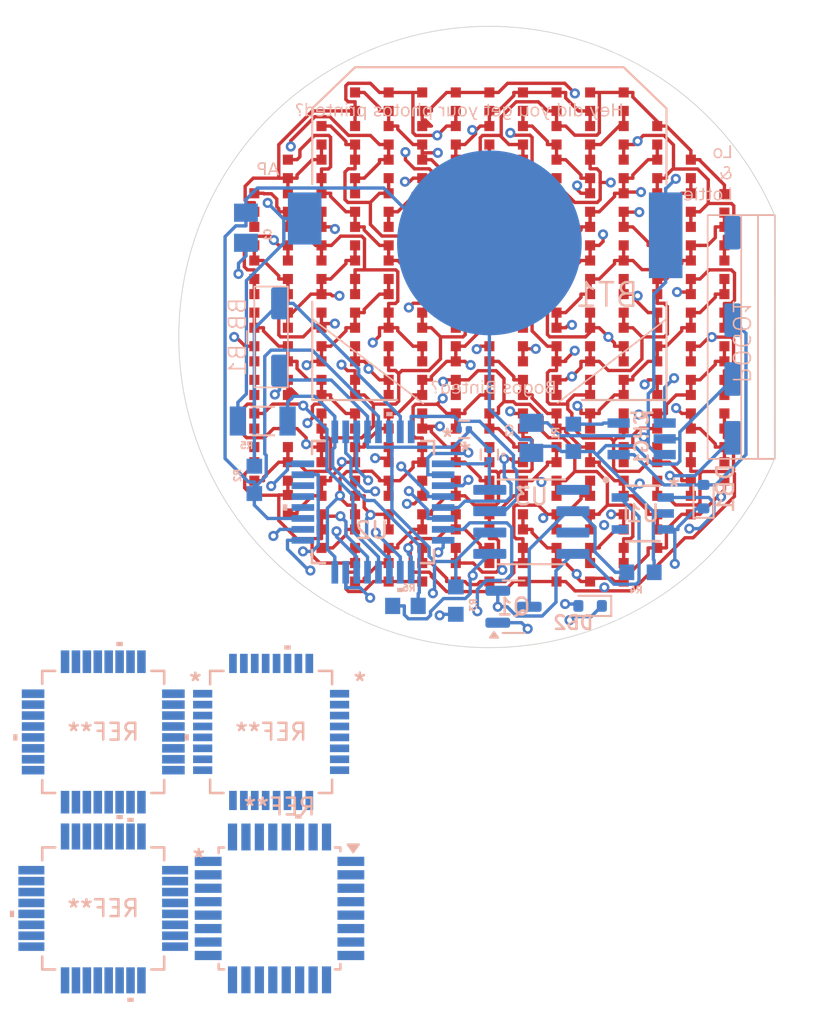
<source format=kicad_pcb>
(kicad_pcb (version 20241229) (generator "pcbnew") (generator_version "9.0")
  (layers (0 "F.Cu" signal) (4 "In1.Cu" signal) (6 "In2.Cu" signal) (2 "B.Cu" signal) (13 "F.Paste" user) (15 "B.Paste" user) (5 "F.SilkS" user "F.Silkscreen") (7 "B.SilkS" user "B.Silkscreen") (1 "F.Mask" user) (3 "B.Mask" user) (25 "Edge.Cuts" user))
  (net 0 "")
  (net 1 "Net-(CHG1-VBAT)")
  (net 2 "USB + ")
  (net 3 "GNDREF")
  (net 4 "BUTT")
  (net 5 "CHIP_POW")
  (net 6 "Net-(CHG1-PROG)")
  (net 7 "Charge_STAT")
  (net 10 "Bat_ON")
  (net 11 "F")
  (net 12 "P")
  (net 13 "N")
  (net 14 "B")
  (net 15 "M")
  (net 16 "O")
  (net 17 "L")
  (net 18 "A")
  (net 19 "J")
  (net 20 "H")
  (net 21 "D")
  (net 22 "K")
  (net 23 "I")
  (net 24 "G")
  (net 26 "C")
  (net 27 "E")
  (net 29 "UPDI")
  (net 30 "Bat_READ")
  (net 31 "RTC_WAKE")
  (net 32 "SDA")
  (net 33 "SCL")
  (net 35 "Net-(DB1-K)")
  (net 39 "Net-(Q1-G)")
  (footprint "WL-SMCC_0402:WL-SMCC_0402" (layer "F.Cu") (at 216 89.5 -90)
    (property "Reference" "D126" (hide yes))
    (property "Value" "WL-SMCC_0402")
  )
  (footprint "WL-SMCC_0402:WL-SMCC_0402" (layer "F.Cu") (at 226 95.5 -90)
    (property "Reference" "D175" (hide yes))
    (property "Value" "WL-SMCC_0402")
  )
  (footprint "WL-SMCC_0402:WL-SMCC_0402" (layer "F.Cu") (at 224 77.5 -90)
    (property "Reference" "D40" (hide yes))
    (property "Value" "WL-SMCC_0402")
  )
  (footprint "WL-SMCC_0402:WL-SMCC_0402" (layer "F.Cu") (at 226 75.5 -90)
    (property "Reference" "D27" (hide yes))
    (property "Value" "WL-SMCC_0402")
  )
  (footprint "WL-SMCC_0402:WL-SMCC_0402" (layer "F.Cu") (at 236 75.5 -90)
    (property "Reference" "D32" (hide yes))
    (property "Value" "WL-SMCC_0402")
  )
  (footprint "WL-SMCC_0402:WL-SMCC_0402" (layer "F.Cu") (at 238 89.5 -90)
    (property "Reference" "D137" (hide yes))
    (property "Value" "WL-SMCC_0402")
  )
  (footprint "WL-SMCC_0402:WL-SMCC_0402" (layer "F.Cu") (at 228 79.5 -90)
    (property "Reference" "D57" (hide yes))
    (property "Value" "WL-SMCC_0402")
  )
  (footprint "WL-SMCC_0402:WL-SMCC_0402" (layer "F.Cu") (at 230 77.5 -90)
    (property "Reference" "D43" (hide yes))
    (property "Value" "WL-SMCC_0402")
  )
  (footprint "WL-SMCC_0402:WL-SMCC_0402" (layer "F.Cu") (at 216 81.5 -90)
    (property "Reference" "D66" (hide yes))
    (property "Value" "WL-SMCC_0402")
  )
  (footprint "WL-SMCC_0402:WL-SMCC_0402" (layer "F.Cu") (at 222 75.5 -90)
    (property "Reference" "D25" (hide yes))
    (property "Value" "WL-SMCC_0402")
  )
  (footprint "WL-SMCC_0402:WL-SMCC_0402" (layer "F.Cu") (at 232 91.5 -90)
    (property "Reference" "D149" (hide yes))
    (property "Value" "WL-SMCC_0402")
  )
  (footprint "WL-SMCC_0402:WL-SMCC_0402" (layer "F.Cu") (at 222 83.5 -90)
    (property "Reference" "D84" (hide yes))
    (property "Value" "WL-SMCC_0402")
  )
  (footprint "WL-SMCC_0402:WL-SMCC_0402" (layer "F.Cu") (at 220 91.5 -90)
    (property "Reference" "D143" (hide yes))
    (property "Value" "WL-SMCC_0402")
  )
  (footprint "WL-SMCC_0402:WL-SMCC_0402" (layer "F.Cu") (at 238 81.5 -90)
    (property "Reference" "D77" (hide yes))
    (property "Value" "WL-SMCC_0402")
  )
  (footprint "WL-SMCC_0402:WL-SMCC_0402" (layer "F.Cu") (at 236 73.5 -90)
    (property "Reference" "D20" (hide yes))
    (property "Value" "WL-SMCC_0402")
  )
  (footprint "WL-SMCC_0402:WL-SMCC_0402" (layer "F.Cu") (at 238 75.5 -90)
    (property "Reference" "D33" (hide yes))
    (property "Value" "WL-SMCC_0402")
  )
  (footprint "WL-SMCC_0402:WL-SMCC_0402" (layer "F.Cu") (at 218 79.5 -90)
    (property "Reference" "D52" (hide yes))
    (property "Value" "WL-SMCC_0402")
  )
  (footprint "WL-SMCC_0402:WL-SMCC_0402" (layer "F.Cu") (at 236 81.5 -90)
    (property "Reference" "D76" (hide yes))
    (property "Value" "WL-SMCC_0402")
  )
  (footprint "WL-SMCC_0402:WL-SMCC_0402" (layer "F.Cu") (at 226 97.5 -90)
    (property "Reference" "D187" (hide yes))
    (property "Value" "WL-SMCC_0402")
  )
  (footprint "WL-SMCC_0402:WL-SMCC_0402" (layer "F.Cu") (at 228 75.5 -90)
    (property "Reference" "D28" (hide yes))
    (property "Value" "WL-SMCC_0402")
  )
  (footprint "WL-SMCC_0402:WL-SMCC_0402" (layer "F.Cu") (at 240 91.5 -90)
    (property "Reference" "D153" (hide yes))
    (property "Value" "WL-SMCC_0402")
  )
  (footprint "WL-SMCC_0402:WL-SMCC_0402" (layer "F.Cu") (at 236 95.5 -90)
    (property "Reference" "D180" (hide yes))
    (property "Value" "WL-SMCC_0402")
  )
  (footprint "WL-SMCC_0402:WL-SMCC_0402" (layer "F.Cu") (at 216 97.5 -90)
    (property "Reference" "D182" (hide yes))
    (property "Value" "WL-SMCC_0402")
  )
  (footprint "WL-SMCC_0402:WL-SMCC_0402" (layer "F.Cu") (at 214 89.5 -90)
    (property "Reference" "D125" (hide yes))
    (property "Value" "WL-SMCC_0402")
  )
  (footprint "WL-SMCC_0402:WL-SMCC_0402" (layer "F.Cu") (at 234 85.5 -90)
    (property "Reference" "D105" (hide yes))
    (property "Value" "WL-SMCC_0402")
  )
  (footprint "WL-SMCC_0402:WL-SMCC_0402" (layer "F.Cu") (at 230 99.5 -90)
    (property "Reference" "D199" (hide yes))
    (property "Value" "WL-SMCC_0402")
  )
  (footprint "WL-SMCC_0402:WL-SMCC_0402" (layer "F.Cu") (at 224 97.5 -90)
    (property "Reference" "D186" (hide yes))
    (property "Value" "WL-SMCC_0402")
  )
  (footprint "WL-SMCC_0402:WL-SMCC_0402" (layer "F.Cu") (at 226 71.5 -90)
    (property "Reference" "D5" (hide yes))
    (property "Value" "WL-SMCC_0402")
  )
  (footprint "WL-SMCC_0402:WL-SMCC_0402" (layer "F.Cu") (at 222 81.5 -90)
    (property "Reference" "D69" (hide yes))
    (property "Value" "WL-SMCC_0402")
  )
  (footprint "WL-SMCC_0402:WL-SMCC_0402" (layer "F.Cu") (at 212 85.5 -90)
    (property "Reference" "D94" (hide yes))
    (property "Value" "WL-SMCC_0402")
  )
  (footprint "WL-SMCC_0402:WL-SMCC_0402" (layer "F.Cu") (at 238 87.5 -90)
    (property "Reference" "D122" (hide yes))
    (property "Value" "WL-SMCC_0402")
  )
  (footprint "WL-SMCC_0402:WL-SMCC_0402" (layer "F.Cu") (at 212 83.5 -90)
    (property "Reference" "D79" (hide yes))
    (property "Value" "WL-SMCC_0402")
  )
  (footprint "WL-SMCC_0402:WL-SMCC_0402" (layer "F.Cu") (at 212 93.5 -90)
    (property "Reference" "D154" (hide yes))
    (property "Value" "WL-SMCC_0402")
  )
  (footprint "WL-SMCC_0402:WL-SMCC_0402" (layer "F.Cu") (at 234 77.5 -90)
    (property "Reference" "D45" (hide yes))
    (property "Value" "WL-SMCC_0402")
  )
  (footprint "WL-SMCC_0402:WL-SMCC_0402" (layer "F.Cu") (at 226 99.5 -90)
    (property "Reference" "D197" (hide yes))
    (property "Value" "WL-SMCC_0402")
  )
  (footprint "WL-SMCC_0402:WL-SMCC_0402" (layer "F.Cu") (at 234 91.5 -90)
    (property "Reference" "D150" (hide yes))
    (property "Value" "WL-SMCC_0402")
  )
  (footprint "WL-SMCC_0402:WL-SMCC_0402" (layer "F.Cu") (at 220 95.5 -90)
    (property "Reference" "D172" (hide yes))
    (property "Value" "WL-SMCC_0402")
  )
  (footprint "WL-SMCC_0402:WL-SMCC_0402" (layer "F.Cu") (at 222 93.5 -90)
    (property "Reference" "D159" (hide yes))
    (property "Value" "WL-SMCC_0402")
  )
  (footprint "WL-SMCC_0402:WL-SMCC_0402" (layer "F.Cu") (at 228 97.5 -90)
    (property "Reference" "D188" (hide yes))
    (property "Value" "WL-SMCC_0402")
  )
  (footprint "WL-SMCC_0402:WL-SMCC_0402" (layer "F.Cu") (at 232 81.5 -90)
    (property "Reference" "D74" (hide yes))
    (property "Value" "WL-SMCC_0402")
  )
  (footprint "WL-SMCC_0402:WL-SMCC_0402" (layer "F.Cu") (at 232 99.5 -90)
    (property "Reference" "D200" (hide yes))
    (property "Value" "WL-SMCC_0402")
  )
  (footprint "WL-SMCC_0402:WL-SMCC_0402" (layer "F.Cu") (at 222 79.5 -90)
    (property "Reference" "D54" (hide yes))
    (property "Value" "WL-SMCC_0402")
  )
  (footprint "WL-SMCC_0402:WL-SMCC_0402" (layer "F.Cu") (at 240 81.5 -90)
    (property "Reference" "D78" (hide yes))
    (property "Value" "WL-SMCC_0402")
  )
  (footprint "WL-SMCC_0402:WL-SMCC_0402" (layer "F.Cu") (at 218 89.5 -90)
    (property "Reference" "D127" (hide yes))
    (property "Value" "WL-SMCC_0402")
  )
  (footprint "WL-SMCC_0402:WL-SMCC_0402" (layer "F.Cu") (at 232 71.5 -90)
    (property "Reference" "D8" (hide yes))
    (property "Value" "WL-SMCC_0402")
  )
  (footprint "WL-SMCC_0402:WL-SMCC_0402" (layer "F.Cu") (at 222 99.5 -90)
    (property "Reference" "D195" (hide yes))
    (property "Value" "WL-SMCC_0402")
  )
  (footprint "WL-SMCC_0402:WL-SMCC_0402" (layer "F.Cu") (at 230 85.5 -90)
    (property "Reference" "D103" (hide yes))
    (property "Value" "WL-SMCC_0402")
  )
  (footprint "WL-SMCC_0402:WL-SMCC_0402" (layer "F.Cu") (at 222 95.5 -90)
    (property "Reference" "D173" (hide yes))
    (property "Value" "WL-SMCC_0402")
  )
  (footprint "WL-SMCC_0402:WL-SMCC_0402" (layer "F.Cu") (at 240 89.5 -90)
    (property "Reference" "D138" (hide yes))
    (property "Value" "WL-SMCC_0402")
  )
  (footprint "WL-SMCC_0402:WL-SMCC_0402" (layer "F.Cu") (at 216 87.5 -90)
    (property "Reference" "D111" (hide yes))
    (property "Value" "WL-SMCC_0402")
  )
  (footprint "WL-SMCC_0402:WL-SMCC_0402" (layer "F.Cu") (at 222 87.5 -90)
    (property "Reference" "D114" (hide yes))
    (property "Value" "WL-SMCC_0402")
  )
  (footprint "WL-SMCC_0402:WL-SMCC_0402" (layer "F.Cu") (at 240 83.5 -90)
    (property "Reference" "D93" (hide yes))
    (property "Value" "WL-SMCC_0402")
  )
  (footprint "WL-SMCC_0402:WL-SMCC_0402" (layer "F.Cu") (at 222 71.5 -90)
    (property "Reference" "D3" (hide yes))
    (property "Value" "WL-SMCC_0402")
  )
  (footprint "WL-SMCC_0402:WL-SMCC_0402" (layer "F.Cu") (at 218 75.5 -90)
    (property "Reference" "D23" (hide yes))
    (property "Value" "WL-SMCC_0402")
  )
  (footprint "WL-SMCC_0402:WL-SMCC_0402" (layer "F.Cu") (at 230 89.5 -90)
    (property "Reference" "D133" (hide yes))
    (property "Value" "WL-SMCC_0402")
  )
  (footprint "WL-SMCC_0402:WL-SMCC_0402" (layer "F.Cu") (at 224 91.5 -90)
    (property "Reference" "D145" (hide yes))
    (property "Value" "WL-SMCC_0402")
  )
  (footprint "WL-SMCC_0402:WL-SMCC_0402" (layer "F.Cu") (at 228 81.5 -90)
    (property "Reference" "D72" (hide yes))
    (property "Value" "WL-SMCC_0402")
  )
  (footprint "WL-SMCC_0402:WL-SMCC_0402" (layer "F.Cu") (at 232 75.5 -90)
    (property "Reference" "D30" (hide yes))
    (property "Value" "WL-SMCC_0402")
  )
  (footprint "WL-SMCC_0402:WL-SMCC_0402" (layer "F.Cu") (at 224 73.5 -90)
    (property "Reference" "D14" (hide yes))
    (property "Value" "WL-SMCC_0402")
  )
  (footprint "WL-SMCC_0402:WL-SMCC_0402" (layer "F.Cu") (at 220 81.5 -90)
    (property "Reference" "D68" (hide yes))
    (property "Value" "WL-SMCC_0402")
  )
  (footprint "WL-SMCC_0402:WL-SMCC_0402" (layer "F.Cu") (at 212 89.5 -90)
    (property "Reference" "D124" (hide yes))
    (property "Value" "WL-SMCC_0402")
  )
  (footprint "WL-SMCC_0402:WL-SMCC_0402" (layer "F.Cu") (at 234 73.5 -90)
    (property "Reference" "D19" (hide yes))
    (property "Value" "WL-SMCC_0402")
  )
  (footprint "WL-SMCC_0402:WL-SMCC_0402" (layer "F.Cu") (at 214 81.5 -90)
    (property "Reference" "D65" (hide yes))
    (property "Value" "WL-SMCC_0402")
  )
  (footprint "WL-SMCC_0402:WL-SMCC_0402" (layer "F.Cu") (at 212 77.5 -90)
    (property "Reference" "D34" (hide yes))
    (property "Value" "WL-SMCC_0402")
  )
  (footprint "WL-SMCC_0402:WL-SMCC_0402" (layer "F.Cu") (at 218 97.5 -90)
    (property "Reference" "D183" (hide yes))
    (property "Value" "WL-SMCC_0402")
  )
  (footprint "WL-SMCC_0402:WL-SMCC_0402" (layer "F.Cu") (at 238 83.5 -90)
    (property "Reference" "D92" (hide yes))
    (property "Value" "WL-SMCC_0402")
  )
  (footprint "WL-SMCC_0402:WL-SMCC_0402" (layer "F.Cu") (at 238 91.5 -90)
    (property "Reference" "D152" (hide yes))
    (property "Value" "WL-SMCC_0402")
  )
  (footprint "WL-SMCC_0402:WL-SMCC_0402" (layer "F.Cu") (at 228 91.5 -90)
    (property "Reference" "D147" (hide yes))
    (property "Value" "WL-SMCC_0402")
  )
  (footprint "WL-SMCC_0402:WL-SMCC_0402" (layer "F.Cu") (at 224 79.5 -90)
    (property "Reference" "D55" (hide yes))
    (property "Value" "WL-SMCC_0402")
  )
  (footprint "WL-SMCC_0402:WL-SMCC_0402" (layer "F.Cu") (at 236 89.5 -90)
    (property "Reference" "D136" (hide yes))
    (property "Value" "WL-SMCC_0402")
  )
  (footprint "WL-SMCC_0402:WL-SMCC_0402" (layer "F.Cu") (at 228 87.5 -90)
    (property "Reference" "D117" (hide yes))
    (property "Value" "WL-SMCC_0402")
  )
  (footprint "WL-SMCC_0402:WL-SMCC_0402" (layer "F.Cu") (at 230 97.5 -90)
    (property "Reference" "D189" (hide yes))
    (property "Value" "WL-SMCC_0402")
  )
  (footprint "WL-SMCC_0402:WL-SMCC_0402" (layer "F.Cu") (at 228 95.5 -90)
    (property "Reference" "D176" (hide yes))
    (property "Value" "WL-SMCC_0402")
  )
  (footprint "WL-SMCC_0402:WL-SMCC_0402" (layer "F.Cu") (at 230 93.5 -90)
    (property "Reference" "D163" (hide yes))
    (property "Value" "WL-SMCC_0402")
  )
  (footprint "WL-SMCC_0402:WL-SMCC_0402" (layer "F.Cu") (at 226 87.5 -90)
    (property "Reference" "D116" (hide yes))
    (property "Value" "WL-SMCC_0402")
  )
  (footprint "WL-SMCC_0402:WL-SMCC_0402" (layer "F.Cu") (at 224 81.5 -90)
    (property "Reference" "D70" (hide yes))
    (property "Value" "WL-SMCC_0402")
  )
  (footprint "WL-SMCC_0402:WL-SMCC_0402" (layer "F.Cu") (at 212 87.5 -90)
    (property "Reference" "D109" (hide yes))
    (property "Value" "WL-SMCC_0402")
  )
  (footprint "WL-SMCC_0402:WL-SMCC_0402" (layer "F.Cu") (at 226 91.5 -90)
    (property "Reference" "D146" (hide yes))
    (property "Value" "WL-SMCC_0402")
  )
  (footprint "WL-SMCC_0402:WL-SMCC_0402" (layer "F.Cu") (at 218 83.5 -90)
    (property "Reference" "D82" (hide yes))
    (property "Value" "WL-SMCC_0402")
  )
  (footprint "WL-SMCC_0402:WL-SMCC_0402" (layer "F.Cu") (at 228 71.5 -90)
    (property "Reference" "D6" (hide yes))
    (property "Value" "WL-SMCC_0402")
  )
  (footprint "WL-SMCC_0402:WL-SMCC_0402" (layer "F.Cu") (at 220 99.5 -90)
    (property "Reference" "D194" (hide yes))
    (property "Value" "WL-SMCC_0402")
  )
  (footprint "WL-SMCC_0402:WL-SMCC_0402" (layer "F.Cu") (at 236 87.5 -90)
    (property "Reference" "D121" (hide yes))
    (property "Value" "WL-SMCC_0402")
  )
  (footprint "WL-SMCC_0402:WL-SMCC_0402" (layer "F.Cu") (at 224 99.5 -90)
    (property "Reference" "D196" (hide yes))
    (property "Value" "WL-SMCC_0402")
  )
  (footprint "WL-SMCC_0402:WL-SMCC_0402" (layer "F.Cu") (at 230 73.5 -90)
    (property "Reference" "D17" (hide yes))
    (property "Value" "WL-SMCC_0402")
  )
  (footprint "WL-SMCC_0402:WL-SMCC_0402" (layer "F.Cu") (at 224 75.5 -90)
    (property "Reference" "D26" (hide yes))
    (property "Value" "WL-SMCC_0402")
  )
  (footprint "WL-SMCC_0402:WL-SMCC_0402" (layer "F.Cu") (at 220 85.5 -90)
    (property "Reference" "D98" (hide yes))
    (property "Value" "WL-SMCC_0402")
  )
  (footprint "WL-SMCC_0402:WL-SMCC_0402" (layer "F.Cu") (at 220 73.5 -90)
    (property "Reference" "D12" (hide yes))
    (property "Value" "WL-SMCC_0402")
  )
  (footprint "WL-SMCC_0402:WL-SMCC_0402" (layer "F.Cu") (at 232 83.5 -90)
    (property "Reference" "D89" (hide yes))
    (property "Value" "WL-SMCC_0402")
  )
  (footprint "WL-SMCC_0402:WL-SMCC_0402" (layer "F.Cu") (at 222 73.5 -90)
    (property "Reference" "D13" (hide yes))
    (property "Value" "WL-SMCC_0402")
  )
  (footprint "WL-SMCC_0402:WL-SMCC_0402" (layer "F.Cu") (at 222 77.5 -90)
    (property "Reference" "D39" (hide yes))
    (property "Value" "WL-SMCC_0402")
  )
  (footprint "WL-SMCC_0402:WL-SMCC_0402" (layer "F.Cu") (at 216 85.5 -90)
    (property "Reference" "D96" (hide yes))
    (property "Value" "WL-SMCC_0402")
  )
  (footprint "WL-SMCC_0402:WL-SMCC_0402" (layer "F.Cu") (at 222 97.5 -90)
    (property "Reference" "D185" (hide yes))
    (property "Value" "WL-SMCC_0402")
  )
  (footprint "WL-SMCC_0402:WL-SMCC_0402" (layer "F.Cu") (at 212 91.5 -90)
    (property "Reference" "D139" (hide yes))
    (property "Value" "WL-SMCC_0402")
  )
  (footprint "WL-SMCC_0402:WL-SMCC_0402" (layer "F.Cu") (at 216 77.5 -90)
    (property "Reference" "D36" (hide yes))
    (property "Value" "WL-SMCC_0402")
  )
  (footprint "WL-SMCC_0402:WL-SMCC_0402" (layer "F.Cu") (at 212 81.5 -90)
    (property "Reference" "D64" (hide yes))
    (property "Value" "WL-SMCC_0402")
  )
  (footprint "WL-SMCC_0402:WL-SMCC_0402" (layer "F.Cu") (at 232 93.5 -90)
    (property "Reference" "D164" (hide yes))
    (property "Value" "WL-SMCC_0402")
  )
  (footprint "WL-SMCC_0402:WL-SMCC_0402" (layer "F.Cu") (at 236 85.5 -90)
    (property "Reference" "D106" (hide yes))
    (property "Value" "WL-SMCC_0402")
  )
  (footprint "WL-SMCC_0402:WL-SMCC_0402" (layer "F.Cu") (at 234 79.5 -90)
    (property "Reference" "D60" (hide yes))
    (property "Value" "WL-SMCC_0402")
  )
  (footprint "WL-SMCC_0402:WL-SMCC_0402" (layer "F.Cu") (at 224 93.5 -90)
    (property "Reference" "D160" (hide yes))
    (property "Value" "WL-SMCC_0402")
  )
  (footprint "WL-SMCC_0402:WL-SMCC_0402" (layer "F.Cu") (at 234 83.5 -90)
    (property "Reference" "D90" (hide yes))
    (property "Value" "WL-SMCC_0402")
  )
  (footprint "WL-SMCC_0402:WL-SMCC_0402" (layer "F.Cu") (at 232 87.5 -90)
    (property "Reference" "D119" (hide yes))
    (property "Value" "WL-SMCC_0402")
  )
  (footprint "WL-SMCC_0402:WL-SMCC_0402" (layer "F.Cu") (at 226 89.5 -90)
    (property "Reference" "D131" (hide yes))
    (property "Value" "WL-SMCC_0402")
  )
  (footprint "WL-SMCC_0402:WL-SMCC_0402" (layer "F.Cu") (at 230 95.5 -90)
    (property "Reference" "D177" (hide yes))
    (property "Value" "WL-SMCC_0402")
  )
  (footprint "WL-SMCC_0402:WL-SMCC_0402" (layer "F.Cu") (at 218 91.5 -90)
    (property "Reference" "D142" (hide yes))
    (property "Value" "WL-SMCC_0402")
  )
  (footprint "WL-SMCC_0402:WL-SMCC_0402" (layer "F.Cu") (at 230 87.5 -90)
    (property "Reference" "D118" (hide yes))
    (property "Value" "WL-SMCC_0402")
  )
  (footprint "WL-SMCC_0402:WL-SMCC_0402" (layer "F.Cu") (at 238 77.5 -90)
    (property "Reference" "D47" (hide yes))
    (property "Value" "WL-SMCC_0402")
  )
  (footprint "WL-SMCC_0402:WL-SMCC_0402" (layer "F.Cu") (at 214 79.5 -90)
    (property "Reference" "D50" (hide yes))
    (property "Value" "WL-SMCC_0402")
  )
  (footprint "WL-SMCC_0402:WL-SMCC_0402" (layer "F.Cu") (at 222 89.5 -90)
    (property "Reference" "D129" (hide yes))
    (property "Value" "WL-SMCC_0402")
  )
  (footprint "WL-SMCC_0402:WL-SMCC_0402" (layer "F.Cu") (at 214 75.5 -90)
    (property "Reference" "D21" (hide yes))
    (property "Value" "WL-SMCC_0402")
  )
  (footprint "WL-SMCC_0402:WL-SMCC_0402" (layer "F.Cu") (at 232 85.5 -90)
    (property "Reference" "D104" (hide yes))
    (property "Value" "WL-SMCC_0402")
  )
  (footprint "WL-SMCC_0402:WL-SMCC_0402" (layer "F.Cu") (at 214 93.5 -90)
    (property "Reference" "D155" (hide yes))
    (property "Value" "WL-SMCC_0402")
  )
  (footprint "WL-SMCC_0402:WL-SMCC_0402" (layer "F.Cu") (at 230 91.5 -90)
    (property "Reference" "D148" (hide yes))
    (property "Value" "WL-SMCC_0402")
  )
  (footprint "WL-SMCC_0402:WL-SMCC_0402" (layer "F.Cu") (at 216 95.5 -90)
    (property "Reference" "D170" (hide yes))
    (property "Value" "WL-SMCC_0402")
  )
  (footprint "WL-SMCC_0402:WL-SMCC_0402" (layer "F.Cu") (at 234 87.5 -90)
    (property "Reference" "D120" (hide yes))
    (property "Value" "WL-SMCC_0402")
  )
  (footprint "WL-SMCC_0402:WL-SMCC_0402" (layer "F.Cu") (at 234 99.5 -90)
    (property "Reference" "D201" (hide yes))
    (property "Value" "WL-SMCC_0402")
  )
  (footprint "WL-SMCC_0402:WL-SMCC_0402" (layer "F.Cu") (at 218 85.5 -90)
    (property "Reference" "D97" (hide yes))
    (property "Value" "WL-SMCC_0402")
  )
  (footprint "WL-SMCC_0402:WL-SMCC_0402" (layer "F.Cu") (at 238 95.5 -90)
    (property "Reference" "D181" (hide yes))
    (property "Value" "WL-SMCC_0402")
  )
  (footprint "WL-SMCC_0402:WL-SMCC_0402" (layer "F.Cu") (at 234 97.5 -90)
    (property "Reference" "D191" (hide yes))
    (property "Value" "WL-SMCC_0402")
  )
  (footprint "WL-SMCC_0402:WL-SMCC_0402" (layer "F.Cu") (at 218 73.5 -90)
    (property "Reference" "D11" (hide yes))
    (property "Value" "WL-SMCC_0402")
  )
  (footprint "WL-SMCC_0402:WL-SMCC_0402" (layer "F.Cu") (at 228 85.5 -90)
    (property "Reference" "D102" (hide yes))
    (property "Value" "WL-SMCC_0402")
  )
  (footprint "WL-SMCC_0402:WL-SMCC_0402" (layer "F.Cu") (at 214 85.5 -90)
    (property "Reference" "D95" (hide yes))
    (property "Value" "WL-SMCC_0402")
  )
  (footprint "WL-SMCC_0402:WL-SMCC_0402" (layer "F.Cu") (at 240 77.55 -90)
    (property "Reference" "D48" (hide yes))
    (property "Value" "WL-SMCC_0402")
  )
  (footprint "WL-SMCC_0402:WL-SMCC_0402" (layer "F.Cu") (at 226 93.5 -90)
    (property "Reference" "D161" (hide yes))
    (property "Value" "WL-SMCC_0402")
  )
  (footprint "WL-SMCC_0402:WL-SMCC_0402" (layer "F.Cu") (at 230 81.5 -90)
    (property "Reference" "D73" (hide yes))
    (property "Value" "WL-SMCC_0402")
  )
  (footprint "WL-SMCC_0402:WL-SMCC_0402" (layer "F.Cu") (at 220 71.5 -90)
    (property "Reference" "D2" (hide yes))
    (property "Value" "WL-SMCC_0402")
  )
  (footprint "WL-SMCC_0402:WL-SMCC_0402" (layer "F.Cu") (at 226 85.5 -90)
    (property "Reference" "D101" (hide yes))
    (property "Value" "WL-SMCC_0402")
  )
  (footprint "WL-SMCC_0402:WL-SMCC_0402" (layer "F.Cu") (at 234 95.5 -90)
    (property "Reference" "D179" (hide yes))
    (property "Value" "WL-SMCC_0402")
  )
  (footprint "WL-SMCC_0402:WL-SMCC_0402" (layer "F.Cu") (at 226 79.5 -90)
    (property "Reference" "D56" (hide yes))
    (property "Value" "WL-SMCC_0402")
  )
  (footprint "WL-SMCC_0402:WL-SMCC_0402" (layer "F.Cu") (at 220 75.5 -90)
    (property "Reference" "D24" (hide yes))
    (property "Value" "WL-SMCC_0402")
  )
  (footprint "WL-SMCC_0402:WL-SMCC_0402" (layer "F.Cu") (at 216 91.5 -90)
    (property "Reference" "D141" (hide yes))
    (property "Value" "WL-SMCC_0402")
  )
  (footprint "WL-SMCC_0402:WL-SMCC_0402" (layer "F.Cu") (at 240 93.5 -90)
    (property "Reference" "D168" (hide yes))
    (property "Value" "WL-SMCC_0402")
  )
  (footprint "WL-SMCC_0402:WL-SMCC_0402" (layer "F.Cu") (at 214 77.5 -90)
    (property "Reference" "D35" (hide yes))
    (property "Value" "WL-SMCC_0402")
  )
  (footprint "WL-SMCC_0402:WL-SMCC_0402" (layer "F.Cu") (at 238 79.5 -90)
    (property "Reference" "D62" (hide yes))
    (property "Value" "WL-SMCC_0402")
  )
  (footprint "WL-SMCC_0402:WL-SMCC_0402" (layer "F.Cu") (at 220 83.5 -90)
    (property "Reference" "D83" (hide yes))
    (property "Value" "WL-SMCC_0402")
  )
  (footprint "WL-SMCC_0402:WL-SMCC_0402" (layer "F.Cu") (at 238 85.5 -90)
    (property "Reference" "D107" (hide yes))
    (property "Value" "WL-SMCC_0402")
  )
  (footprint "WL-SMCC_0402:WL-SMCC_0402" (layer "F.Cu") (at 220 93.5 -90)
    (property "Reference" "D158" (hide yes))
    (property "Value" "WL-SMCC_0402")
  )
  (footprint "WL-SMCC_0402:WL-SMCC_0402" (layer "F.Cu") (at 216 79.5 -90)
    (property "Reference" "D51" (hide yes))
    (property "Value" "WL-SMCC_0402")
  )
  (footprint "WL-SMCC_0402:WL-SMCC_0402" (layer "F.Cu") (at 234 93.5 -90)
    (property "Reference" "D165" (hide yes))
    (property "Value" "WL-SMCC_0402")
  )
  (footprint "WL-SMCC_0402:WL-SMCC_0402" (layer "F.Cu") (at 218 93.5 -90)
    (property "Reference" "D157" (hide yes))
    (property "Value" "WL-SMCC_0402")
  )
  (footprint "WL-SMCC_0402:WL-SMCC_0402" (layer "F.Cu") (at 240 79.5 -90)
    (property "Reference" "D63" (hide yes))
    (property "Value" "WL-SMCC_0402")
  )
  (footprint "WL-SMCC_0402:WL-SMCC_0402" (layer "F.Cu") (at 232 79.5 -90)
    (property "Reference" "D59" (hide yes))
    (property "Value" "WL-SMCC_0402")
  )
  (footprint "WL-SMCC_0402:WL-SMCC_0402" (layer "F.Cu") (at 224 83.5 -90)
    (property "Reference" "D85" (hide yes))
    (property "Value" "WL-SMCC_0402")
  )
  (footprint "WL-SMCC_0402:WL-SMCC_0402" (layer "F.Cu") (at 214 91.5 -90)
    (property "Reference" "D140" (hide yes))
    (property "Value" "WL-SMCC_0402")
  )
  (footprint "WL-SMCC_0402:WL-SMCC_0402" (layer "F.Cu") (at 224 95.5 -90)
    (property "Reference" "D174" (hide yes))
    (property "Value" "WL-SMCC_0402")
  )
  (footprint "WL-SMCC_0402:WL-SMCC_0402" (layer "F.Cu") (at 216 75.5 -90)
    (property "Reference" "D22" (hide yes))
    (property "Value" "WL-SMCC_0402")
  )
  (footprint "WL-SMCC_0402:WL-SMCC_0402" (layer "F.Cu") (at 234 71.5 -90)
    (property "Reference" "D9" (hide yes))
    (property "Value" "WL-SMCC_0402")
  )
  (footprint "WL-SMCC_0402:WL-SMCC_0402" (layer "F.Cu") (at 214 95.45 -90)
    (property "Reference" "D169" (hide yes))
    (property "Value" "WL-SMCC_0402")
  )
  (footprint "WL-SMCC_0402:WL-SMCC_0402" (layer "F.Cu") (at 234 89.5 -90)
    (property "Reference" "D135" (hide yes))
    (property "Value" "WL-SMCC_0402")
  )
  (footprint "WL-SMCC_0402:WL-SMCC_0402" (layer "F.Cu") (at 228 93.5 -90)
    (property "Reference" "D162" (hide yes))
    (property "Value" "WL-SMCC_0402")
  )
  (footprint "WL-SMCC_0402:WL-SMCC_0402" (layer "F.Cu") (at 212 79.5 -90)
    (property "Reference" "D49" (hide yes))
    (property "Value" "WL-SMCC_0402")
  )
  (footprint "WL-SMCC_0402:WL-SMCC_0402" (layer "F.Cu") (at 226 83.5 -90)
    (property "Reference" "D86" (hide yes))
    (property "Value" "WL-SMCC_0402")
  )
  (footprint "WL-SMCC_0402:WL-SMCC_0402" (layer "F.Cu") (at 218 99.5 -90)
    (property "Reference" "D193" (hide yes))
    (property "Value" "WL-SMCC_0402")
  )
  (footprint "WL-SMCC_0402:WL-SMCC_0402" (layer "F.Cu") (at 216 83.5 -90)
    (property "Reference" "D81" (hide yes))
    (property "Value" "WL-SMCC_0402")
  )
  (footprint "WL-SMCC_0402:WL-SMCC_0402" (layer "F.Cu") (at 220 97.5 -90)
    (property "Reference" "D184" (hide yes))
    (property "Value" "WL-SMCC_0402")
  )
  (footprint "WL-SMCC_0402:WL-SMCC_0402" (layer "F.Cu") (at 224 89.5 -90)
    (property "Reference" "D130" (hide yes))
    (property "Value" "WL-SMCC_0402")
  )
  (footprint "WL-SMCC_0402:WL-SMCC_0402" (layer "F.Cu") (at 228 77.5 -90)
    (property "Reference" "D42" (hide yes))
    (property "Value" "WL-SMCC_0402")
  )
  (footprint "WL-SMCC_0402:WL-SMCC_0402" (layer "F.Cu") (at 232 89.5 -90)
    (property "Reference" "D134" (hide yes))
    (property "Value" "WL-SMCC_0402")
  )
  (footprint "WL-SMCC_0402:WL-SMCC_0402" (layer "F.Cu") (at 218 77.5 -90)
    (property "Reference" "D37" (hide yes))
    (property "Value" "WL-SMCC_0402")
  )
  (footprint "WL-SMCC_0402:WL-SMCC_0402" (layer "F.Cu") (at 236 79.5 -90)
    (property "Reference" "D61" (hide yes))
    (property "Value" "WL-SMCC_0402")
  )
  (footprint "WL-SMCC_0402:WL-SMCC_0402" (layer "F.Cu") (at 230 71.5 -90)
    (property "Reference" "D7" (hide yes))
    (property "Value" "WL-SMCC_0402")
  )
  (footprint "WL-SMCC_0402:WL-SMCC_0402" (layer "F.Cu") (at 218 95.5 -90)
    (property "Reference" "D171" (hide yes))
    (property "Value" "WL-SMCC_0402")
  )
  (footprint "WL-SMCC_0402:WL-SMCC_0402" (layer "F.Cu") (at 238 93.5 -90)
    (property "Reference" "D167" (hide yes))
    (property "Value" "WL-SMCC_0402")
  )
  (footprint "WL-SMCC_0402:WL-SMCC_0402" (layer "F.Cu") (at 218 87.5 -90)
    (property "Reference" "D112" (hide yes))
    (property "Value" "WL-SMCC_0402")
  )
  (footprint "WL-SMCC_0402:WL-SMCC_0402" (layer "F.Cu") (at 218 81.5 -90)
    (property "Reference" "D67" (hide yes))
    (property "Value" "WL-SMCC_0402")
  )
  (footprint "WL-SMCC_0402:WL-SMCC_0402" (layer "F.Cu") (at 226 77.5 -90)
    (property "Reference" "D41" (hide yes))
    (property "Value" "WL-SMCC_0402")
  )
  (footprint "WL-SMCC_0402:WL-SMCC_0402" (layer "F.Cu") (at 226 81.5 -90)
    (property "Reference" "D71" (hide yes))
    (property "Value" "WL-SMCC_0402")
  )
  (footprint "WL-SMCC_0402:WL-SMCC_0402" (layer "F.Cu") (at 234 81.5 -90)
    (property "Reference" "D75" (hide yes))
    (property "Value" "WL-SMCC_0402")
  )
  (footprint "WL-SMCC_0402:WL-SMCC_0402" (layer "F.Cu") (at 214 83.5 -90)
    (property "Reference" "D80" (hide yes))
    (property "Value" "WL-SMCC_0402")
  )
  (footprint "WL-SMCC_0402:WL-SMCC_0402" (layer "F.Cu") (at 220 89.5 -90)
    (property "Reference" "D128" (hide yes))
    (property "Value" "WL-SMCC_0402")
  )
  (footprint "WL-SMCC_0402:WL-SMCC_0402" (layer "F.Cu") (at 228 89.5 -90)
    (property "Reference" "D132" (hide yes))
    (property "Value" "WL-SMCC_0402")
  )
  (footprint "WL-SMCC_0402:WL-SMCC_0402" (layer "F.Cu") (at 230 75.5 -90)
    (property "Reference" "D29" (hide yes))
    (property "Value" "WL-SMCC_0402")
  )
  (footprint "WL-SMCC_0402:WL-SMCC_0402" (layer "F.Cu") (at 222 91.5 -90)
    (property "Reference" "D144" (hide yes))
    (property "Value" "WL-SMCC_0402")
  )
  (footprint "WL-SMCC_0402:WL-SMCC_0402" (layer "F.Cu") (at 240 87.5 -90)
    (property "Reference" "D123" (hide yes))
    (property "Value" "WL-SMCC_0402")
  )
  (footprint "WL-SMCC_0402:WL-SMCC_0402" (layer "F.Cu") (at 216 93.5 -90)
    (property "Reference" "D156" (hide yes))
    (property "Value" "WL-SMCC_0402")
  )
  (footprint "WL-SMCC_0402:WL-SMCC_0402" (layer "F.Cu") (at 214 87.5 -90)
    (property "Reference" "D110" (hide yes))
    (property "Value" "WL-SMCC_0402")
  )
  (footprint "WL-SMCC_0402:WL-SMCC_0402" (layer "F.Cu") (at 236 91.5 -90)
    (property "Reference" "D151" (hide yes))
    (property "Value" "WL-SMCC_0402")
  )
  (footprint "WL-SMCC_0402:WL-SMCC_0402" (layer "F.Cu") (at 222 85.5 -90)
    (property "Reference" "D99" (hide yes))
    (property "Value" "WL-SMCC_0402")
  )
  (footprint "WL-SMCC_0402:WL-SMCC_0402" (layer "F.Cu") (at 220 79.5 -90)
    (property "Reference" "D53" (hide yes))
    (property "Value" "WL-SMCC_0402")
  )
  (footprint "WL-SMCC_0402:WL-SMCC_0402" (layer "F.Cu") (at 240 85.5 -90)
    (property "Reference" "D108" (hide yes))
    (property "Value" "WL-SMCC_0402")
  )
  (footprint "WL-SMCC_0402:WL-SMCC_0402" (layer "F.Cu") (at 232 73.5 -90)
    (property "Reference" "D18" (hide yes))
    (property "Value" "WL-SMCC_0402")
  )
  (footprint "WL-SMCC_0402:WL-SMCC_0402" (layer "F.Cu") (at 230 83.5 -90)
    (property "Reference" "D88" (hide yes))
    (property "Value" "WL-SMCC_0402")
  )
  (footprint "WL-SMCC_0402:WL-SMCC_0402" (layer "F.Cu") (at 232 95.5 -90)
    (property "Reference" "D178" (hide yes))
    (property "Value" "WL-SMCC_0402")
  )
  (footprint "WL-SMCC_0402:WL-SMCC_0402" (layer "F.Cu") (at 220 87.5 -90)
    (property "Reference" "D113" (hide yes))
    (property "Value" "WL-SMCC_0402")
  )
  (footprint "WL-SMCC_0402:WL-SMCC_0402" (layer "F.Cu") (at 236 97.5 -90)
    (property "Reference" "D192" (hide yes))
    (property "Value" "WL-SMCC_0402")
  )
  (footprint "WL-SMCC_0402:WL-SMCC_0402" (layer "F.Cu") (at 226 73.5 -90)
    (property "Reference" "D15" (hide yes))
    (property "Value" "WL-SMCC_0402")
  )
  (footprint "WL-SMCC_0402:WL-SMCC_0402" (layer "F.Cu") (at 228 83.5 -90)
    (property "Reference" "D87" (hide yes))
    (property "Value" "WL-SMCC_0402")
  )
  (footprint "WL-SMCC_0402:WL-SMCC_0402" (layer "F.Cu") (at 224 85.5 -90)
    (property "Reference" "D100" (hide yes))
    (property "Value" "WL-SMCC_0402")
  )
  (footprint "WL-SMCC_0402:WL-SMCC_0402" (layer "F.Cu") (at 234 75.5 -90)
    (property "Reference" "D31" (hide yes))
    (property "Value" "WL-SMCC_0402")
  )
  (footprint "WL-SMCC_0402:WL-SMCC_0402" (layer "F.Cu") (at 220 77.5 -90)
    (property "Reference" "D38" (hide yes))
    (property "Value" "WL-SMCC_0402")
  )
  (footprint "WL-SMCC_0402:WL-SMCC_0402" (layer "F.Cu") (at 228 73.5 -90)
    (property "Reference" "D16" (hide yes))
    (property "Value" "WL-SMCC_0402")
  )
  (footprint "WL-SMCC_0402:WL-SMCC_0402" (layer "F.Cu") (at 232 77.5 -90)
    (property "Reference" "D44" (hide yes))
    (property "Value" "WL-SMCC_0402")
  )
  (footprint "WL-SMCC_0402:WL-SMCC_0402" (layer "F.Cu") (at 224 71.5 -90)
    (property "Reference" "D4" (hide yes))
    (property "Value" "WL-SMCC_0402")
  )
  (footprint "WL-SMCC_0402:WL-SMCC_0402" (layer "F.Cu") (at 236 77.5 -90)
    (property "Reference" "D46" (hide yes))
    (property "Value" "WL-SMCC_0402")
  )
  (footprint "WL-SMCC_0402:WL-SMCC_0402" (layer "F.Cu") (at 236 83.5 -90)
    (property "Reference" "D91" (hide yes))
    (property "Value" "WL-SMCC_0402")
  )
  (footprint "WL-SMCC_0402:WL-SMCC_0402" (layer "F.Cu") (at 218 71.5 -90)
    (property "Reference" "D1" (hide yes))
    (property "Value" "WL-SMCC_0402")
  )
  (footprint "WL-SMCC_0402:WL-SMCC_0402" (layer "F.Cu") (at 236 93.5 -90)
    (property "Reference" "D166" (hide yes))
    (property "Value" "WL-SMCC_0402")
  )
  (footprint "WL-SMCC_0402:WL-SMCC_0402" (layer "F.Cu") (at 232 97.5 -90)
    (property "Reference" "D190" (hide yes))
    (property "Value" "WL-SMCC_0402")
  )
  (footprint "WL-SMCC_0402:WL-SMCC_0402" (layer "F.Cu") (at 224 87.5 -90)
    (property "Reference" "D115" (hide yes))
    (property "Value" "WL-SMCC_0402")
  )
  (footprint "WL-SMCC_0402:WL-SMCC_0402" (layer "F.Cu") (at 216 73.5 -90)
    (property "Reference" "D10" (hide yes))
    (property "Value" "WL-SMCC_0402")
  )
  (footprint "WL-SMCC_0402:WL-SMCC_0402" (layer "F.Cu") (at 228 99.5 -90)
    (property "Reference" "D198" (hide yes))
    (property "Value" "WL-SMCC_0402")
  )
  (footprint "WL-SMCC_0402:WL-SMCC_0402" (layer "F.Cu") (at 230 79.5 -90)
    (property "Reference" "D58" (hide yes))
    (property "Value" "WL-SMCC_0402")
  )
  (footprint "Button_breakout:BB_B" (layer "B.Cu") (at 213 85.5)
    (property "Reference" "BB_B1")
    (property "Value" "~")
  )
  (footprint "Package_TO_SOT_SMD:SOT-23" (layer "B.Cu") (at 227.4375 101.55)
    (property "Reference" "Q1")
    (property "Value" "IRLML6402")
  )
  (footprint "ATMEGA4808-AU:ATMEGA4808-AU" (layer "B.Cu") (at 219.0692 95.3212 180)
    (property "Reference" "U2")
    (property "Value" "TQFP32_PT_MCH")
  )
  (footprint "footprints:TQFP32_PT_MCH-M" (layer "B.Cu") (at 203 119.5 180)
    (property "Reference" "REF**")
    (property "Value" "TQFP32_PT_MCH")
  )
  (footprint "footprints:TQFP32_PT_MCH" (layer "B.Cu") (at 203 109 180)
    (property "Reference" "REF**")
    (property "Value" "TQFP32_PT_MCH")
  )
  (footprint "Diode_SMD:D_SOD-523" (layer "B.Cu") (at 232 101.5 180)
    (property "Reference" "DB2")
    (property "Value" "1N4148WT")
  )
  (footprint "MCP73832T_2ACI_OT:SOT95P270X145-5N" (layer "B.Cu") (at 235.0692 91.5602 180)
    (property "Reference" "CHG1")
    (property "Value" "MCP73832T-2ACI_OT")
  )
  (footprint "WL-SMCC_0402:Untitled" (layer "B.Cu") (at 246 85.5 180)
    (property "Reference" "POGO1")
    (property "Value" "~")
  )
  (footprint "RN73H1JTTD5052F50:RN73H1JTTD5052F50" (layer "B.Cu") (at 235 99.5)
    (property "Reference" "R4")
    (property "Value" "RN73H1JTTD5052F50")
  )
  (footprint "BAT-HLD-003-SMT:BAT_BAT-HLD-003-SMT_CUT" (layer "B.Cu") (at 226 80 180)
    (property "Reference" "BT1")
    (property "Value" "BAT-HLD-003-SMT")
  )
  (footprint "RN73H1JTTD5052F50:RN73H1JTTD5052F50" (layer "B.Cu") (at 224 101.186 90)
    (property "Reference" "R3")
    (property "Value" "RN73H1JTTD5052F50")
  )
  (footprint "RN73H1JTTD5052F50:RN73H1JTTD5052F50" (layer "B.Cu") (at 212 94 -90)
    (property "Reference" "R2")
    (property "Value" "RN73H1JTTD5052F50")
  )
  (footprint "Package_QFP:TQFP-32_7x7mm_P0.8mm" (layer "B.Cu") (at 213.5 119.5 180)
    (property "Reference" "REF**")
    (property "Value" "TQFP-32_7x7mm_P0.8mm")
  )
  (footprint "RMCF0603FT300K:RMCF0603FT300K" (layer "B.Cu") (at 221 101.5 180)
    (property "Reference" "R6")
    (property "Value" "RMCF0603FT300K")
  )
  (footprint "GRM21BC81E106ME51K:CAPC2012X140N" (layer "B.Cu") (at 211.5 79 90)
    (property "Reference" "C1")
    (property "Value" "GRM21BC81E106ME51K")
  )
  (footprint "GRM21BC81E106ME51K:CAPC2012X140N" (layer "B.Cu") (at 228.5 91.5 -90)
    (property "Reference" "C2")
    (property "Value" "GRM21BC81E106ME51K")
  )
  (footprint "RC0201FR_074K7L:RESC0603X26N" (layer "B.Cu") (at 226 92.5 90)
    (property "Reference" "R8")
    (property "Value" "RC0201FR-074K7L")
  )
  (footprint "RC1206FR_07120KL:RC1206FR_07120KL" (layer "B.Cu") (at 212.5 90.5)
    (property "Reference" "R5")
    (property "Value" "RC1206FR-07120KL")
  )
  (footprint "DS3231MZ:DS3231MZ_" (layer "B.Cu") (at 228.5 96.5 180)
    (property "Reference" "U3")
    (property "Value" "DS3231MZ_")
  )
  (footprint "Diode_SMD:D_SOD-523" (layer "B.Cu") (at 238.7568 95 90)
    (property "Reference" "DB1")
    (property "Value" "1N4148WT")
  )
  (footprint "footprints:TQFP32_PT_MCH-L" (layer "B.Cu") (at 213 109 180)
    (property "Reference" "REF**")
    (property "Value" "TQFP32_PT_MCH")
  )
  (footprint "TPS7A0230PDBVR:TPS7A0230PDBVR" (layer "B.Cu") (at 235.1348 96 180)
    (property "Reference" "U1")
    (property "Value" "TPS7A0230PDBVR")
  )
  (footprint "RC0201FR_074K7L:RESC0603X26N" (layer "B.Cu") (at 224.5 91)
    (property "Reference" "R7")
    (property "Value" "RC0201FR-074K7L")
  )
  (footprint "RN73H1JTTD5052F50:RN73H1JTTD5052F50" (layer "B.Cu") (at 231 91.5 -90)
    (property "Reference" "R1")
    (property "Value" "RN73H1JTTD5052F50")
  )
  (gr_line (start 215.448434 84.418577) (end 222.067634 89.460877) (stroke (width 0.1)) (layer "B.SilkS"))
  (gr_line (start 236.567634 84.418577) (end 230.067634 89.418577) (stroke (width 0.1)) (layer "B.SilkS"))
  (gr_line (start 242.980195 78.235701) (end 242.999999 92.71779) (stroke (width 0.05)) (layer "Edge.Cuts"))
  (gr_arc (start 242.999999 92.71779) (mid 207.5 85.5) (end 242.980195 78.235667) (stroke (width 0.05)) (layer "Edge.Cuts"))
  (gr_text "Bogos Binted?" (at 230 89 0) (layer "B.SilkS") (effects (font (size 0.75 0.75) (thickness 0.09375)) (justify left bottom mirror)))
  (gr_text "Hey did you get your photos printed?" (at 234 72.5 0) (layer "B.SilkS") (effects (font (size 0.75 0.75) (thickness 0.09375)) (justify left bottom mirror)))
  (gr_text "Lo\n&\nLottie" (at 240.5 77.5 0) (layer "B.SilkS") (effects (font (size 0.75 0.75) (thickness 0.09375)) (justify left bottom mirror)))
  (gr_text "AP\n" (at 213.5 76 0) (layer "B.SilkS") (effects (font (size 0.75 0.75) (thickness 0.09375)) (justify left bottom mirror)))
  (via (at 237.1057 76.0876) (size 0.6) (drill 0.3) (layers "F.Cu" "B.Cu") (net 1))
  (via (at 212.7953 77.5226) (size 0.6) (drill 0.3) (layers "F.Cu" "B.Cu") (net 1))
  (via (at 235.1976 91.4761) (size 0.6) (drill 0.3) (layers "F.Cu" "B.Cu") (net 1))
  (via (at 237.9101 96.903) (size 0.6) (drill 0.3) (layers "F.Cu" "B.Cu") (net 1))
  (segment (start 236.5 79.45) (end 236.5 76.6563) (width 0.2) (layer "B.Cu") (net 1))
  (segment (start 238.5107 96.903) (end 237.9101 96.903) (width 0.2) (layer "B.Cu") (net 1))
  (segment (start 235.4643 88.8807) (end 235.7917 88.5533) (width 0.2) (layer "B.Cu") (net 1))
  (segment (start 215 78.45) (end 213.7563 78.45) (width 0.2) (layer "B.Cu") (net 1))
  (segment (start 235.7917 82.952) (end 236.5 82.2437) (width 0.2) (layer "B.Cu") (net 1))
  (segment (start 235.4643 91.9755) (end 235.4643 91.3747) (width 0.2) (layer "B.Cu") (net 1))
  (segment (start 230.2234 91.3747) (end 229.4537 90.605) (width 0.2) (layer "B.Cu") (net 1))
  (segment (start 235.7917 88.5533) (end 235.7917 82.952) (width 0.2) (layer "B.Cu") (net 1))
  (segment (start 239.0712 95.05) (end 239.3727 95.3515) (width 0.2) (layer "B.Cu") (net 1))
  (segment (start 235.1976 91.3747) (end 235.1976 91.4761) (width 0.2) (layer "B.Cu") (net 1))
  (segment (start 228.5 90.605) (end 229.4537 90.605) (width 0.2) (layer "B.Cu") (net 1))
  (segment (start 235.4643 91.3747) (end 235.4643 88.8807) (width 0.2) (layer "B.Cu") (net 1))
  (segment (start 239.3727 95.3515) (end 239.3727 96.041) (width 0.2) (layer "B.Cu") (net 1))
  (segment (start 235.9888 92.5) (end 235.4643 91.9755) (width 0.2) (layer "B.Cu") (net 1))
  (segment (start 235.1976 91.3747) (end 230.2234 91.3747) (width 0.2) (layer "B.Cu") (net 1))
  (segment (start 236.5 95.05) (end 239.0712 95.05) (width 0.2) (layer "B.Cu") (net 1))
  (segment (start 236.537 76.6563) (end 236.5 76.6563) (width 0.2) (layer "B.Cu") (net 1))
  (segment (start 236.5 79.45) (end 236.5 82.2437) (width 0.2) (layer "B.Cu") (net 1))
  (segment (start 213.7563 78.45) (end 213.7227 78.45) (width 0.2) (layer "B.Cu") (net 1))
  (segment (start 211.529 82.1428) (end 213.7563 79.9155) (width 0.2) (layer "B.Cu") (net 1))
  (segment (start 213.7563 79.9155) (end 213.7563 78.45) (width 0.2) (layer "B.Cu") (net 1))
  (segment (start 211.02 89.3913) (end 211.529 88.8823) (width 0.2) (layer "B.Cu") (net 1))
  (segment (start 236.4408 92.5) (end 235.9888 92.5) (width 0.2) (layer "B.Cu") (net 1))
  (segment (start 239.3727 96.041) (end 238.5107 96.903) (width 0.2) (layer "B.Cu") (net 1))
  (segment (start 213.7227 78.45) (end 212.7953 77.5226) (width 0.2) (layer "B.Cu") (net 1))
  (segment (start 237.1057 76.0876) (end 236.537 76.6563) (width 0.2) (layer "B.Cu") (net 1))
  (segment (start 211.02 90.5) (end 211.02 89.3913) (width 0.2) (layer "B.Cu") (net 1))
  (segment (start 211.529 88.8823) (end 211.529 82.1428) (width 0.2) (layer "B.Cu") (net 1))
  (segment (start 235.4643 91.3747) (end 235.1976 91.3747) (width 0.2) (layer "B.Cu") (net 1))
  (segment (start 241.2822 85.2822) (end 240.5 84.5) (width 0.2) (layer "B.Cu") (net 2))
  (segment (start 239.4808 94.3) (end 241.2822 92.4986) (width 0.2) (layer "B.Cu") (net 2))
  (segment (start 234.6017 92.5) (end 236.4017 94.3) (width 0.2) (layer "B.Cu") (net 2))
  (segment (start 241.2822 92.4986) (end 241.2822 85.2822) (width 0.2) (layer "B.Cu") (net 2))
  (segment (start 233.6976 92.5) (end 234.6017 92.5) (width 0.2) (layer "B.Cu") (net 2))
  (segment (start 238.7568 94.3) (end 239.4808 94.3) (width 0.2) (layer "B.Cu") (net 2))
  (segment (start 236.4017 94.3) (end 238.7568 94.3) (width 0.2) (layer "B.Cu") (net 2))
  (via (at 234.9588 94.2172) (size 0.6) (drill 0.3) (layers "F.Cu" "B.Cu") (net 3))
  (via (at 225.0094 99.6893) (size 0.6) (drill 0.3) (layers "F.Cu" "B.Cu") (net 3))
  (segment (start 224.8581 99.8406) (end 224.8581 100.7742) (width 0.2) (layer "B.Cu") (net 3))
  (segment (start 219.7156 76.6373) (end 212.184 76.6373) (width 0.2) (layer "B.Cu") (net 3))
  (segment (start 235.7673 95.8853) (end 235.7673 96) (width 0.2) (layer "B.Cu") (net 3))
  (segment (start 212 94.4696) (end 212 94.1253) (width 0.2) (layer "B.Cu") (net 3))
  (segment (start 232.9431 91.9659) (end 232.3955 92.5135) (width 0.2) (layer "B.Cu") (net 3))
  (segment (start 225.0094 99.4206) (end 225.0094 99.6893) (width 0.2) (layer "B.Cu") (net 3))
  (segment (start 224.8581 100.7742) (end 224.5695 101.0628) (width 0.2) (layer "B.Cu") (net 3))
  (segment (start 221.181 102.2676) (end 220.9337 102.0203) (width 0.2) (layer "B.Cu") (net 3))
  (segment (start 212.6204 86.6543) (end 212.6204 92.4518) (width 0.2) (layer "B.Cu") (net 3))
  (segment (start 222.9783 79.9) (end 219.7156 76.6373) (width 0.2) (layer "B.Cu") (net 3))
  (segment (start 235.814 99.5) (end 235.814 98.7913) (width 0.2) (layer "B.Cu") (net 3))
  (segment (start 228.5 92.0031) (end 229.9804 92.0031) (width 0.2) (layer "B.Cu") (net 3))
  (segment (start 212.7087 92.5401) (end 212.7087 93.7609) (width 0.2) (layer "B.Cu") (net 3))
  (segment (start 222.2841 102.2676) (end 221.181 102.2676) (width 0.2) (layer "B.Cu") (net 3))
  (segment (start 229.9804 92.0031) (end 230.2913 92.314) (width 0.2) (layer "B.Cu") (net 3))
  (segment (start 220.9337 102.0203) (end 220.9337 101.5) (width 0.2) (layer "B.Cu") (net 3))
  (segment (start 237.3449 91.1551) (end 237.3449 91.5602) (width 0.2) (layer "B.Cu") (net 3))
  (segment (start 231 92.314) (end 232.196 92.314) (width 0.2) (layer "B.Cu") (net 3))
  (segment (start 235.7673 96) (end 235.7673 98.7446) (width 0.2) (layer "B.Cu") (net 3))
  (segment (start 232.3955 92.5135) (end 234.529 94.647) (width 0.2) (layer "B.Cu") (net 3))
  (segment (start 211.5 78.8887) (end 210.9 78.8887) (width 0.2) (layer "B.Cu") (net 3))
  (segment (start 212 95.5027) (end 212.7935 96.2962) (width 0.2) (layer "B.Cu") (net 3))
  (segment (start 231 92.314) (end 230.2913 92.314) (width 0.2) (layer "B.Cu") (net 3))
  (segment (start 219.3942 91.1429) (end 219.3942 90.2261) (width 0.2) (layer "B.Cu") (net 3))
  (segment (start 234.529 94.647) (end 234.9588 94.2172) (width 0.2) (layer "B.Cu") (net 3))
  (segment (start 211.6557 94.1253) (end 212 94.1253) (width 0.2) (layer "B.Cu") (net 3))
  (segment (start 212.184 76.6373) (end 211.5 77.3213) (width 0.2) (layer "B.Cu") (net 3))
  (segment (start 222.4955 102.0562) (end 222.2841 102.2676) (width 0.2) (layer "B.Cu") (net 3))
  (segment (start 212.7087 93.7609) (end 212 94.4696) (width 0.2) (layer "B.Cu") (net 3))
  (segment (start 226.025 98.405) (end 225.0094 99.4206) (width 0.2) (layer "B.Cu") (net 3))
  (segment (start 222.4955 101.8367) (end 222.4955 102.0562) (width 0.2) (layer "B.Cu") (net 3))
  (segment (start 212.7935 96.2962) (end 214.8909 96.2962) (width 0.2) (layer "B.Cu") (net 3))
  (segment (start 212 94.814) (end 212 94.4696) (width 0.2) (layer "B.Cu") (net 3))
  (segment (start 237.3449 92.8923) (end 237.1774 93.0598) (width 0.2) (layer "B.Cu") (net 3))
  (segment (start 210.2573 92.7269) (end 211.6557 94.1253) (width 0.2) (layer "B.Cu") (net 3))
  (segment (start 211.5 78.4968) (end 211.5 78.8887) (width 0.2) (layer "B.Cu") (net 3))
  (segment (start 219.3942 90.2261) (end 215.4498 86.2817) (width 0.2) (layer "B.Cu") (net 3))
  (segment (start 215.4498 86.2817) (end 212.993 86.2817) (width 0.2) (layer "B.Cu") (net 3))
  (segment (start 224.5695 101.0628) (end 223.2694 101.0628) (width 0.2) (layer "B.Cu") (net 3))
  (segment (start 211.5 78.105) (end 211.5 77.3213) (width 0.2) (layer "B.Cu") (net 3))
  (segment (start 236.5 96) (end 235.7673 96) (width 0.2) (layer "B.Cu") (net 3))
  (segment (start 210.9 78.8887) (end 210.2573 79.5314) (width 0.2) (layer "B.Cu") (net 3))
  (segment (start 212.993 86.2817) (end 212.6204 86.6543) (width 0.2) (layer "B.Cu") (net 3))
  (segment (start 234.6223 91.9659) (end 232.9431 91.9659) (width 0.2) (layer "B.Cu") (net 3))
  (segment (start 211.5 78.105) (end 211.5 78.4968) (width 0.2) (layer "B.Cu") (net 3))
  (segment (start 235.7673 98.7446) (end 235.814 98.7913) (width 0.2) (layer "B.Cu") (net 3))
  (segment (start 236.4408 91.5602) (end 237.3449 91.5602) (width 0.2) (layer "B.Cu") (net 3))
  (segment (start 223.2694 101.0628) (end 222.4955 101.8367) (width 0.2) (layer "B.Cu") (net 3))
  (segment (start 212.6204 92.4518) (end 212.7087 92.5401) (width 0.2) (layer "B.Cu") (net 3))
  (segment (start 225.0094 99.6893) (end 224.8581 99.8406) (width 0.2) (layer "B.Cu") (net 3))
  (segment (start 235.7162 93.0598) (end 234.6223 91.9659) (width 0.2) (layer "B.Cu") (net 3))
  (segment (start 220.24 101.5) (end 220.9337 101.5) (width 0.2) (layer "B.Cu") (net 3))
  (segment (start 228.5 92.395) (end 228.5 92.0031) (width 0.2) (layer "B.Cu") (net 3))
  (segment (start 234.529 94.647) (end 235.7673 95.8853) (width 0.2) (layer "B.Cu") (net 3))
  (segment (start 226 79.9) (end 222.9783 79.9) (width 0.2) (layer "B.Cu") (net 3))
  (segment (start 227.8402 91.6113) (end 226 89.7711) (width 0.2) (layer "B.Cu") (net 3))
  (segment (start 228.5 92.0031) (end 228.5 91.6113) (width 0.2) (layer "B.Cu") (net 3))
  (segment (start 240.5 88) (end 237.3449 91.1551) (width 0.2) (layer "B.Cu") (net 3))
  (segment (start 228.5 91.6113) (end 227.8402 91.6113) (width 0.2) (layer "B.Cu") (net 3))
  (segment (start 237.3449 91.5602) (end 237.3449 92.8923) (width 0.2) (layer "B.Cu") (net 3))
  (segment (start 232.196 92.314) (end 232.3955 92.5135) (width 0.2) (layer "B.Cu") (net 3))
  (segment (start 210.2573 79.5314) (end 210.2573 92.7269) (width 0.2) (layer "B.Cu") (net 3))
  (segment (start 237.1774 93.0598) (end 235.7162 93.0598) (width 0.2) (layer "B.Cu") (net 3))
  (segment (start 212 94.814) (end 212 95.5027) (width 0.2) (layer "B.Cu") (net 3))
  (segment (start 226 89.7711) (end 226 79.9) (width 0.2) (layer "B.Cu") (net 3))
  (segment (start 212 85) (end 212 92.4973) (width 0.2) (layer "B.Cu") (net 4))
  (segment (start 218.2167 87.4) (end 218.2167 87.7486) (width 0.2) (layer "B.Cu") (net 4))
  (segment (start 213.5 83.5) (end 212 85) (width 0.2) (layer "B.Cu") (net 4))
  (segment (start 212 93.186) (end 212 92.4973) (width 0.2) (layer "B.Cu") (net 4))
  (segment (start 218.2167 87.7486) (end 220.6942 90.2261) (width 0.2) (layer "B.Cu") (net 4))
  (segment (start 213.5 83.5) (end 214.3167 83.5) (width 0.2) (layer "B.Cu") (net 4))
  (segment (start 220.6942 91.1429) (end 220.6942 90.2261) (width 0.2) (layer "B.Cu") (net 4))
  (segment (start 214.3167 83.5) (end 218.2167 87.4) (width 0.2) (layer "B.Cu") (net 4))
  (via (at 213.2241 88.9234) (size 0.6) (drill 0.3) (layers "F.Cu" "B.Cu") (net 5))
  (via (at 226.5 101.55) (size 0.6) (drill 0.3) (layers "F.Cu" "B.Cu") (net 5))
  (via (at 211.0546 81.7466) (size 0.6) (drill 0.3) (layers "F.Cu" "B.Cu") (net 5))
  (via (at 213.1335 97.3389) (size 0.6) (drill 0.3) (layers "F.Cu" "B.Cu") (net 5))
  (via (at 222.636 100.7469) (size 0.6) (drill 0.3) (layers "F.Cu" "B.Cu") (net 5))
  (segment (start 224 98.8578) (end 224 98.8126) (width 0.2) (layer "B.Cu") (net 5))
  (segment (start 229.1429 102.1016) (end 227.6055 102.1016) (width 0.2) (layer "B.Cu") (net 5))
  (segment (start 224 100.372) (end 224 98.8578) (width 0.2) (layer "B.Cu") (net 5))
  (segment (start 213.2241 88.9234) (end 213.5 88.6475) (width 0.2) (layer "B.Cu") (net 5))
  (segment (start 218.7442 91.1429) (end 218.7442 90.2261) (width 0.2) (layer "B.Cu") (net 5))
  (segment (start 225.6776 97.135) (end 226.025 97.135) (width 0.2) (layer "B.Cu") (net 5))
  (segment (start 227.6055 102.1016) (end 227.0539 101.55) (width 0.2) (layer "B.Cu") (net 5))
  (segment (start 218.7442 91.1429) (end 218.7442 92.0597) (width 0.2) (layer "B.Cu") (net 5))
  (segment (start 229.9665 99.4135) (end 229.9665 101.278) (width 0.2) (layer "B.Cu") (net 5))
  (segment (start 224.9026 91.1226) (end 224.78 91.1226) (width 0.2) (layer "B.Cu") (net 5))
  (segment (start 222.4122 98.5392) (end 222.7308 98.8578) (width 0.2) (layer "B.Cu") (net 5))
  (segment (start 220.1958 92.0597) (end 218.7442 92.0597) (width 0.2) (layer "B.Cu") (net 5))
  (segment (start 233.7695 95.05) (end 234.9123 96.1928) (width 0.2) (layer "B.Cu") (net 5))
  (segment (start 222.7308 98.8578) (end 224 98.8578) (width 0.2) (layer "B.Cu") (net 5))
  (segment (start 224.78 91) (end 224.78 91.1226) (width 0.2) (layer "B.Cu") (net 5))
  (segment (start 226.5 101.55) (end 226.5 100.6) (width 0.2) (layer "B.Cu") (net 5))
  (segment (start 213.5262 96.9462) (end 213.1335 97.3389) (width 0.2) (layer "B.Cu") (net 5))
  (segment (start 231.6212 98.405) (end 230.975 98.405) (width 0.2) (layer "B.Cu") (net 5))
  (segment (start 234.9123 96.1928) (end 234.9123 100.0455) (width 0.2) (layer "B.Cu") (net 5))
  (segment (start 213.5 87.5) (end 214.0608 88.0608) (width 0.2) (layer "B.Cu") (net 5))
  (segment (start 213.5 88.6475) (end 213.5 87.5) (width 0.2) (layer "B.Cu") (net 5))
  (segment (start 220.1958 92.0597) (end 220.1958 95.7982) (width 0.2) (layer "B.Cu") (net 5))
  (segment (start 234.9123 100.0455) (end 234.7491 100.2087) (width 0.2) (layer "B.Cu") (net 5))
  (segment (start 211.0546 81.1241) (end 211.0546 81.7466) (width 0.2) (layer "B.Cu") (net 5))
  (segment (start 220.1958 95.7982) (end 222.4122 98.0146) (width 0.2) (layer "B.Cu") (net 5))
  (segment (start 211.5 79.895) (end 211.5 80.6787) (width 0.2) (layer "B.Cu") (net 5))
  (segment (start 224 98.8126) (end 225.6776 97.135) (width 0.2) (layer "B.Cu") (net 5))
  (segment (start 222.4122 98.0146) (end 222.4122 98.5392) (width 0.2) (layer "B.Cu") (net 5))
  (segment (start 214.8909 96.9462) (end 213.5262 96.9462) (width 0.2) (layer "B.Cu") (net 5))
  (segment (start 216.5789 88.0608) (end 218.7442 90.2261) (width 0.2) (layer "B.Cu") (net 5))
  (segment (start 222.7308 100.6521) (end 222.7308 98.8578) (width 0.2) (layer "B.Cu") (net 5))
  (segment (start 223.8429 92.0597) (end 220.1958 92.0597) (width 0.2) (layer "B.Cu") (net 5))
  (segment (start 233.4249 100.2087) (end 231.6212 98.405) (width 0.2) (layer "B.Cu") (net 5))
  (segment (start 230.975 98.405) (end 229.9665 99.4135) (width 0.2) (layer "B.Cu") (net 5))
  (segment (start 224.78 91.1226) (end 223.8429 92.0597) (width 0.2) (layer "B.Cu") (net 5))
  (segment (start 211.5 80.6787) (end 211.0546 81.1241) (width 0.2) (layer "B.Cu") (net 5))
  (segment (start 234.7491 100.2087) (end 233.4249 100.2087) (width 0.2) (layer "B.Cu") (net 5))
  (segment (start 214.0608 88.0608) (end 216.5789 88.0608) (width 0.2) (layer "B.Cu") (net 5))
  (segment (start 226 92.22) (end 224.9026 91.1226) (width 0.2) (layer "B.Cu") (net 5))
  (segment (start 229.9665 101.278) (end 229.1429 102.1016) (width 0.2) (layer "B.Cu") (net 5))
  (segment (start 222.636 100.7469) (end 222.7308 100.6521) (width 0.2) (layer "B.Cu") (net 5))
  (segment (start 227.0539 101.55) (end 226.5 101.55) (width 0.2) (layer "B.Cu") (net 5))
  (segment (start 231 90.686) (end 232.7279 90.686) (width 0.2) (layer "B.Cu") (net 6))
  (segment (start 232.7279 90.686) (end 232.7935 90.6204) (width 0.2) (layer "B.Cu") (net 6))
  (segment (start 233.6976 90.6204) (end 232.7935 90.6204) (width 0.2) (layer "B.Cu") (net 6))
  (via (at 223.0392 102.0634) (size 0.6) (drill 0.3) (layers "F.Cu" "B.Cu") (net 7))
  (via (at 213.0051 94.3718) (size 0.6) (drill 0.3) (layers "F.Cu" "B.Cu") (net 7))
  (via (at 237 87.95) (size 0.6) (drill 0.3) (layers "F.Cu" "B.Cu") (net 7))
  (segment (start 224 102) (end 223.2913 102) (width 0.2) (layer "B.Cu") (net 7))
  (segment (start 214.8909 93.0462) (end 213.9741 93.0462) (width 0.2) (layer "B.Cu") (net 7))
  (segment (start 213.9741 93.0462) (end 213.9741 93.4028) (width 0.2) (layer "B.Cu") (net 7))
  (segment (start 223.2279 102.0634) (end 223.0392 102.0634) (width 0.2) (layer "B.Cu") (net 7))
  (segment (start 236.4408 88.5092) (end 236.4408 90.6204) (width 0.2) (layer "B.Cu") (net 7))
  (segment (start 237 87.95) (end 236.4408 88.5092) (width 0.2) (layer "B.Cu") (net 7))
  (segment (start 213.9741 93.4028) (end 213.0051 94.3718) (width 0.2) (layer "B.Cu") (net 7))
  (segment (start 223.2913 102) (end 223.2279 102.0634) (width 0.2) (layer "B.Cu") (net 7))
  (via (at 230.5102 101.3881) (size 0.6) (drill 0.3) (layers "F.Cu" "B.Cu") (net 10))
  (via (at 219.1962 94.6855) (size 0.6) (drill 0.3) (layers "F.Cu" "B.Cu") (net 10))
  (via (at 232.8355 96.6919) (size 0.6) (drill 0.3) (layers "F.Cu" "B.Cu") (net 10))
  (segment (start 231.1881 101.3881) (end 231.3 101.5) (width 0.2) (layer "B.Cu") (net 10))
  (segment (start 217.7542 93.8425) (end 217.7542 92.71) (width 0.2) (layer "B.Cu") (net 10))
  (segment (start 219.1962 94.6855) (end 218.5972 94.6855) (width 0.2) (layer "B.Cu") (net 10))
  (segment (start 230.5102 101.3881) (end 231.1881 101.3881) (width 0.2) (layer "B.Cu") (net 10))
  (segment (start 218.5972 94.6855) (end 217.7542 93.8425) (width 0.2) (layer "B.Cu") (net 10))
  (segment (start 217.4442 92.4) (end 217.4442 91.1429) (width 0.2) (layer "B.Cu") (net 10))
  (segment (start 217.7542 92.71) (end 217.4442 92.4) (width 0.2) (layer "B.Cu") (net 10))
  (segment (start 228.5437 96.95) (end 228.5437 97.1374) (width 0.2) (layer "F.Cu") (net 11))
  (segment (start 222 90.8149) (end 223.0541 90.8149) (width 0.2) (layer "F.Cu") (net 11))
  (segment (start 232 100.05) (end 231.4563 100.05) (width 0.2) (layer "F.Cu") (net 11))
  (segment (start 231.1988 99.6051) (end 231.2013 99.6051) (width 0.2) (layer "F.Cu") (net 11))
  (segment (start 214 82.95) (end 214 83.4937) (width 0.2) (layer "F.Cu") (net 11))
  (segment (start 231.2013 99.6051) (end 231.2013 99.795) (width 0.2) (layer "F.Cu") (net 11))
  (segment (start 225.4563 94.05) (end 225.4563 93.8626) (width 0.2) (layer "F.Cu") (net 11))
  (segment (start 220 88.95) (end 220 88.05) (width 0.2) (layer "F.Cu") (net 11))
  (segment (start 216 84.95) (end 216 84.7037) (width 0.2) (layer "F.Cu") (net 11))
  (segment (start 239.8016 95.0104) (end 239.5833 95.0104) (width 0.2) (layer "F.Cu") (net 11))
  (segment (start 220 88.05) (end 219.4563 88.05) (width 0.2) (layer "F.Cu") (net 11))
  (segment (start 233.2645 99.8582) (end 232.1918 99.8582) (width 0.2) (layer "F.Cu") (net 11))
  (segment (start 212 80.05) (end 212 80.95) (width 0.2) (layer "F.Cu") (net 11))
  (segment (start 213.4563 82.05) (end 213.4563 81.8626) (width 0.2) (layer "F.Cu") (net 11))
  (segment (start 231.2013 99.795) (end 231.4563 100.05) (width 0.2) (layer "F.Cu") (net 11))
  (segment (start 216 84.95) (end 215.4563 84.95) (width 0.2) (layer "F.Cu") (net 11))
  (segment (start 212 80.95) (end 212.5437 80.95) (width 0.2) (layer "F.Cu") (net 11))
  (segment (start 218.7998 87.3933) (end 218.7998 87.3935) (width 0.2) (layer "F.Cu") (net 11))
  (segment (start 214.9126 85.4937) (end 213.5713 85.4937) (width 0.2) (layer "F.Cu") (net 11))
  (segment (start 215.4563 84.95) (end 214.9126 85.4937) (width 0.2) (layer "F.Cu") (net 11))
  (segment (start 238.2719 96.05) (end 238.5437 96.05) (width 0.2) (layer "F.Cu") (net 11))
  (segment (start 214 82.05) (end 213.4563 82.05) (width 0.2) (layer "F.Cu") (net 11))
  (segment (start 234 100.05) (end 234 99.5063) (width 0.2) (layer "F.Cu") (net 11))
  (segment (start 218.7998 87.2061) (end 218.7998 87.3933) (width 0.2) (layer "F.Cu") (net 11))
  (segment (start 218.5437 86.95) (end 218.7998 87.2061) (width 0.2) (layer "F.Cu") (net 11))
  (segment (start 238 96.05) (end 237.4563 96.05) (width 0.2) (layer "F.Cu") (net 11))
  (segment (start 222.5437 91.1374) (end 222.5437 90.95) (width 0.2) (layer "F.Cu") (net 11))
  (segment (start 230.5437 98.95) (end 231.1988 99.6051) (width 0.2) (layer "F.Cu") (net 11))
  (segment (start 230 98.05) (end 230 98.95) (width 0.2) (layer "F.Cu") (net 11))
  (segment (start 240 94.5937) (end 239.8016 94.7921) (width 0.2) (layer "F.Cu") (net 11))
  (segment (start 213.5922 83.4937) (end 214 83.4937) (width 0.2) (layer "F.Cu") (net 11))
  (segment (start 222 90.8149) (end 222 90.95) (width 0.2) (layer "F.Cu") (net 11))
  (segment (start 234.4078 99.5063) (end 235.4563 98.4578) (width 0.2) (layer "F.Cu") (net 11))
  (segment (start 238.2719 96.05) (end 238 96.05) (width 0.2) (layer "F.Cu") (net 11))
  (segment (start 213.5713 85.4937) (end 213.4563 85.3787) (width 0.2) (layer "F.Cu") (net 11))
  (segment (start 222 90.05) (end 222 90.8149) (width 0.2) (layer "F.Cu") (net 11))
  (segment (start 213.4563 81.8626) (end 212.5437 80.95) (width 0.2) (layer "F.Cu") (net 11))
  (segment (start 240 94.05) (end 240 94.5937) (width 0.2) (layer "F.Cu") (net 11))
  (segment (start 235.4563 98.4578) (end 235.4563 98.05) (width 0.2) (layer "F.Cu") (net 11))
  (segment (start 226 94.95) (end 226 94.05) (width 0.2) (layer "F.Cu") (net 11))
  (segment (start 224 92.95) (end 224.5437 92.95) (width 0.2) (layer "F.Cu") (net 11))
  (segment (start 216 84.7037) (end 216 84.05) (width 0.2) (layer "F.Cu") (net 11))
  (segment (start 225.4563 93.8626) (end 224.5437 92.95) (width 0.2) (layer "F.Cu") (net 11))
  (segment (start 239.5833 95.0104) (end 238.5437 96.05) (width 0.2) (layer "F.Cu") (net 11))
  (segment (start 230 98.95) (end 230.5437 98.95) (width 0.2) (layer "F.Cu") (net 11))
  (segment (start 234 100.05) (end 233.4563 100.05) (width 0.2) (layer "F.Cu") (net 11))
  (segment (start 213.4563 85.3787) (end 213.4563 83.6296) (width 0.2) (layer "F.Cu") (net 11))
  (segment (start 239.8016 94.7921) (end 239.8016 95.0104) (width 0.2) (layer "F.Cu") (net 11))
  (segment (start 236 98.05) (end 235.4563 98.05) (width 0.2) (layer "F.Cu") (net 11))
  (segment (start 237.4563 96.05) (end 236.5437 96.9626) (width 0.2) (layer "F.Cu") (net 11))
  (segment (start 233.4563 100.05) (end 233.2645 99.8582) (width 0.2) (layer "F.Cu") (net 11))
  (segment (start 218 86.95) (end 218 86.05) (width 0.2) (layer "F.Cu") (net 11))
  (segment (start 234 99.5063) (end 234.4078 99.5063) (width 0.2) (layer "F.Cu") (net 11))
  (segment (start 213.4563 83.6296) (end 213.5922 83.4937) (width 0.2) (layer "F.Cu") (net 11))
  (segment (start 236.5437 96.9626) (end 236.5437 98.05) (width 0.2) (layer "F.Cu") (net 11))
  (segment (start 222 90.95) (end 222.5437 90.95) (width 0.2) (layer "F.Cu") (net 11))
  (segment (start 218.7998 87.3935) (end 219.4563 88.05) (width 0.2) (layer "F.Cu") (net 11))
  (segment (start 228 96.95) (end 228 96.05) (width 0.2) (layer "F.Cu") (net 11))
  (segment (start 228 96.95) (end 228.5437 96.95) (width 0.2) (layer "F.Cu") (net 11))
  (segment (start 232.1918 99.8582) (end 232 100.05) (width 0.2) (layer "F.Cu") (net 11))
  (segment (start 223.4563 92.05) (end 222.5437 91.1374) (width 0.2) (layer "F.Cu") (net 11))
  (segment (start 236 98.05) (end 236.5437 98.05) (width 0.2) (layer "F.Cu") (net 11))
  (segment (start 216 84.7037) (end 216.7971 84.7037) (width 0.2) (layer "F.Cu") (net 11))
  (segment (start 224 92.05) (end 224 92.95) (width 0.2) (layer "F.Cu") (net 11))
  (segment (start 228.5437 97.1374) (end 229.4563 98.05) (width 0.2) (layer "F.Cu") (net 11))
  (segment (start 224 92.05) (end 223.4563 92.05) (width 0.2) (layer "F.Cu") (net 11))
  (segment (start 226 94.05) (end 225.4563 94.05) (width 0.2) (layer "F.Cu") (net 11))
  (segment (start 214 82.95) (end 214 82.05) (width 0.2) (layer "F.Cu") (net 11))
  (segment (start 230 98.05) (end 229.4563 98.05) (width 0.2) (layer "F.Cu") (net 11))
  (segment (start 218 86.95) (end 218.5437 86.95) (width 0.2) (layer "F.Cu") (net 11))
  (via (at 223.0541 90.8149) (size 0.6) (drill 0.3) (layers "F.Cu" "B.Cu") (net 11))
  (via (at 216.7971 84.7037) (size 0.6) (drill 0.3) (layers "F.Cu" "B.Cu") (net 11))
  (via (at 225.2837 101.8189) (size 0.6) (drill 0.3) (layers "F.Cu" "B.Cu") (net 11))
  (via (at 231.2013 99.6051) (size 0.6) (drill 0.3) (layers "F.Cu" "B.Cu") (net 11))
  (via (at 239.8016 95.0104) (size 0.6) (drill 0.3) (layers "F.Cu" "B.Cu") (net 11))
  (via (at 218.7998 87.3933) (size 0.6) (drill 0.3) (layers "F.Cu" "B.Cu") (net 11))
  (segment (start 224.4421 96.9462) (end 224.8323 96.556) (width 0.2) (layer "B.Cu") (net 11))
  (segment (start 225.8218 99.9831) (end 225.2837 100.5212) (width 0.2) (layer "B.Cu") (net 11))
  (segment (start 224.8323 96.556) (end 227.0418 96.556) (width 0.2) (layer "B.Cu") (net 11))
  (segment (start 223.2475 96.9462) (end 224.4421 96.9462) (width 0.2) (layer "B.Cu") (net 11))
  (segment (start 227.3317 96.8459) (end 227.3317 99.6) (width 0.2) (layer "B.Cu") (net 11))
  (segment (start 226.9486 99.9831) (end 225.8218 99.9831) (width 0.2) (layer "B.Cu") (net 11))
  (segment (start 227.0418 96.556) (end 227.3317 96.8459) (width 0.2) (layer "B.Cu") (net 11))
  (segment (start 225.2837 100.5212) (end 225.2837 101.8189) (width 0.2) (layer "B.Cu") (net 11))
  (segment (start 227.3317 99.6) (end 226.9486 99.9831) (width 0.2) (layer "B.Cu") (net 11))
  (segment (start 222 96.05) (end 222 96.95) (width 0.2) (layer "F.Cu") (net 12))
  (segment (start 240 78.1) (end 240 78.95) (width 0.2) (layer "F.Cu") (net 12))
  (segment (start 236 83.4937) (end 236.4078 83.4937) (width 0.2) (layer "F.Cu") (net 12))
  (segment (start 232.5437 86.95) (end 233.0874 87.4937) (width 0.2) (layer "F.Cu") (net 12))
  (segment (start 234 84.95) (end 234 84.05) (width 0.2) (layer "F.Cu") (net 12))
  (segment (start 222.5437 96.05) (end 222.5437 95.8626) (width 0.2) (layer "F.Cu") (net 12))
  (segment (start 226.4009 95.4937) (end 225.0874 95.4937) (width 0.2) (layer "F.Cu") (net 12))
  (segment (start 228 90.05) (end 227.4563 90.05) (width 0.2) (layer "F.Cu") (net 12))
  (segment (start 235.0874 86.8072) (end 235.0874 85.4937) (width 0.2) (layer "F.Cu") (net 12))
  (segment (start 232 86.95) (end 232.5437 86.95) (width 0.2) (layer "F.Cu") (net 12))
  (segment (start 237.4563 81.1374) (end 236.5437 82.05) (width 0.2) (layer "F.Cu") (net 12))
  (segment (start 238 80.95) (end 237.4563 80.95) (width 0.2) (layer "F.Cu") (net 12))
  (segment (start 239.4563 79.5939) (end 239.4563 78.95) (width 0.2) (layer "F.Cu") (net 12))
  (segment (start 226.5437 95.3509) (end 226.4009 95.4937) (width 0.2) (layer "F.Cu") (net 12))
  (segment (start 228.4287 93.4937) (end 228.5437 93.3787) (width 0.2) (layer "F.Cu") (net 12))
  (segment (start 240 78.95) (end 239.4563 78.95) (width 0.2) (layer "F.Cu") (net 12))
  (segment (start 235.0874 85.4937) (end 234.5437 84.95) (width 0.2) (layer "F.Cu") (net 12))
  (segment (start 222.5437 95.8626) (end 223.4563 94.95) (width 0.2) (layer "F.Cu") (net 12))
  (segment (start 226.4078 93.4937) (end 226.5437 93.6296) (width 0.2) (layer "F.Cu") (net 12))
  (segment (start 230 88.05) (end 230.5437 88.05) (width 0.2) (layer "F.Cu") (net 12))
  (segment (start 220.5437 97.8626) (end 221.4563 96.95) (width 0.2) (layer "F.Cu") (net 12))
  (segment (start 226.5437 93.6296) (end 226.6796 93.4937) (width 0.2) (layer "F.Cu") (net 12))
  (segment (start 226.6796 93.4937) (end 228.4287 93.4937) (width 0.2) (layer "F.Cu") (net 12))
  (segment (start 218.2719 100.05) (end 218 100.05) (width 0.2) (layer "F.Cu") (net 12))
  (segment (start 224 94.05) (end 224 94.95) (width 0.2) (layer "F.Cu") (net 12))
  (segment (start 222 96.95) (end 221.4563 96.95) (width 0.2) (layer "F.Cu") (net 12))
  (segment (start 233.0874 87.4937) (end 234.4009 87.4937) (width 0.2) (layer "F.Cu") (net 12))
  (segment (start 238 80.95) (end 238 80.05) (width 0.2) (layer "F.Cu") (net 12))
  (segment (start 236 82.95) (end 236 83.4937) (width 0.2) (layer "F.Cu") (net 12))
  (segment (start 236.4287 85.4937) (end 235.0874 85.4937) (width 0.2) (layer "F.Cu") (net 12))
  (segment (start 236.4078 83.4937) (end 236.6001 83.686) (width 0.2) (layer "F.Cu") (net 12))
  (segment (start 226 92.95) (end 226 93.4937) (width 0.2) (layer "F.Cu") (net 12))
  (segment (start 226.5437 93.6296) (end 226.5437 95.3509) (width 0.2) (layer "F.Cu") (net 12))
  (segment (start 231.4563 87.3164) (end 230.9209 87.8518) (width 0.2) (layer "F.Cu") (net 12))
  (segment (start 234 84.95) (end 234.5437 84.95) (width 0.2) (layer "F.Cu") (net 12))
  (segment (start 225.0874 95.4937) (end 224.5437 94.95) (width 0.2) (layer "F.Cu") (net 12))
  (segment (start 230.9209 87.8518) (end 230.7419 87.8518) (width 0.2) (layer "F.Cu") (net 12))
  (segment (start 239.0002 80.05) (end 239.4563 79.5939) (width 0.2) (layer "F.Cu") (net 12))
  (segment (start 232 86.05) (end 232 86.95) (width 0.2) (layer "F.Cu") (net 12))
  (segment (start 224 94.95) (end 224.5437 94.95) (width 0.2) (layer "F.Cu") (net 12))
  (segment (start 238 80.05) (end 238.5437 80.05) (width 0.2) (layer "F.Cu") (net 12))
  (segment (start 228.5437 93.3787) (end 228.5437 91.6296) (width 0.2) (layer "F.Cu") (net 12))
  (segment (start 228.4078 91.4937) (end 228 91.4937) (width 0.2) (layer "F.Cu") (net 12))
  (segment (start 231.4563 86.95) (end 231.4563 87.3164) (width 0.2) (layer "F.Cu") (net 12))
  (segment (start 237.4563 80.95) (end 237.4563 81.1374) (width 0.2) (layer "F.Cu") (net 12))
  (segment (start 232 86.95) (end 231.4563 86.95) (width 0.2) (layer "F.Cu") (net 12))
  (segment (start 228.5437 91.6296) (end 228.4078 91.4937) (width 0.2) (layer "F.Cu") (net 12))
  (segment (start 227.2374 89.9222) (end 227.3652 90.05) (width 0.2) (layer "F.Cu") (net 12))
  (segment (start 226 93.4937) (end 226.4078 93.4937) (width 0.2) (layer "F.Cu") (net 12))
  (segment (start 230.7419 87.8518) (end 230.5437 88.05) (width 0.2) (layer "F.Cu") (net 12))
  (segment (start 236.6001 83.686) (end 236.6001 85.3223) (width 0.2) (layer "F.Cu") (net 12))
  (segment (start 236 82.05) (end 236.5437 82.05) (width 0.2) (layer "F.Cu") (net 12))
  (segment (start 236 82.05) (end 236 82.95) (width 0.2) (layer "F.Cu") (net 12))
  (segment (start 220 98.05) (end 220.5437 98.05) (width 0.2) (layer "F.Cu") (net 12))
  (segment (start 228 90.05) (end 228 90.95) (width 0.2) (layer "F.Cu") (net 12))
  (segment (start 228 90.95) (end 228 91.4937) (width 0.2) (layer "F.Cu") (net 12))
  (segment (start 220 98.95) (end 219.4563 98.95) (width 0.2) (layer "F.Cu") (net 12))
  (segment (start 220.5437 98.05) (end 220.5437 97.8626) (width 0.2) (layer "F.Cu") (net 12))
  (segment (start 236.6001 85.3223) (end 236.4287 85.4937) (width 0.2) (layer "F.Cu") (net 12))
  (segment (start 220 98.05) (end 220 98.95) (width 0.2) (layer "F.Cu") (net 12))
  (segment (start 234.4009 87.4937) (end 235.0874 86.8072) (width 0.2) (layer "F.Cu") (net 12))
  (segment (start 222 96.05) (end 222.5437 96.05) (width 0.2) (layer "F.Cu") (net 12))
  (segment (start 226 92.95) (end 226 92.05) (width 0.2) (layer "F.Cu") (net 12))
  (segment (start 218.5437 100.05) (end 218.5437 99.8626) (width 0.2) (layer "F.Cu") (net 12))
  (segment (start 227.3652 90.05) (end 227.4563 90.05) (width 0.2) (layer "F.Cu") (net 12))
  (segment (start 218.2719 100.05) (end 218.5437 100.05) (width 0.2) (layer "F.Cu") (net 12))
  (segment (start 224 94.95) (end 223.4563 94.95) (width 0.2) (layer "F.Cu") (net 12))
  (segment (start 230 88.05) (end 230 88.95) (width 0.2) (layer "F.Cu") (net 12))
  (segment (start 218.5437 99.8626) (end 219.4563 98.95) (width 0.2) (layer "F.Cu") (net 12))
  (segment (start 238.5437 80.05) (end 239.0002 80.05) (width 0.2) (layer "F.Cu") (net 12))
  (via (at 215.3408 99.3948) (size 0.6) (drill 0.3) (layers "F.Cu" "B.Cu") (net 12))
  (via (at 227.2374 89.9222) (size 0.6) (drill 0.3) (layers "F.Cu" "B.Cu") (net 12))
  (via (at 230.9209 87.8518) (size 0.6) (drill 0.3) (layers "F.Cu" "B.Cu") (net 12))
  (segment (start 213.9741 97.5962) (end 213.9741 98.122) (width 0.2) (layer "B.Cu") (net 12))
  (segment (start 214.8909 97.5962) (end 213.9741 97.5962) (width 0.2) (layer "B.Cu") (net 12))
  (segment (start 215.2469 99.3948) (end 215.3408 99.3948) (width 0.2) (layer "B.Cu") (net 12))
  (segment (start 213.9741 98.122) (end 215.2469 99.3948) (width 0.2) (layer "B.Cu") (net 12))
  (segment (start 234 76.05) (end 234.5437 76.05) (width 0.2) (layer "F.Cu") (net 13))
  (segment (start 222.5437 87.8626) (end 222.5437 88.05) (width 0.2) (layer "F.Cu") (net 13))
  (segment (start 216 94.05) (end 216 94.95) (width 0.2) (layer "F.Cu") (net 13))
  (segment (start 214.5437 95.8626) (end 215.4563 94.95) (width 0.2) (layer "F.Cu") (net 13))
  (segment (start 228 82.95) (end 227.4563 82.95) (width 0.2) (layer "F.Cu") (net 13))
  (segment (start 217.4563 92.95) (end 216.5437 93.8626) (width 0.2) (layer "F.Cu") (net 13))
  (segment (start 218 92.05) (end 218 92.95) (width 0.2) (layer "F.Cu") (net 13))
  (segment (start 220 90.95) (end 219.4563 90.95) (width 0.2) (layer "F.Cu") (net 13))
  (segment (start 230.2719 80.05) (end 230.5437 80.05) (width 0.2) (layer "F.Cu") (net 13))
  (segment (start 234 76.8772) (end 235.0307 76.8772) (width 0.2) (layer "F.Cu") (net 13))
  (segment (start 230 80.95) (end 230 80.05) (width 0.2) (layer "F.Cu") (net 13))
  (segment (start 234 76.95) (end 234 76.8772) (width 0.2) (layer "F.Cu") (net 13))
  (segment (start 216 94.05) (end 216.5437 94.05) (width 0.2) (layer "F.Cu") (net 13))
  (segment (start 230.2719 80.05) (end 230 80.05) (width 0.2) (layer "F.Cu") (net 13))
  (segment (start 225.4563 84.95) (end 225.4563 85.1374) (width 0.2) (layer "F.Cu") (net 13))
  (segment (start 226 84.95) (end 226 84.05) (width 0.2) (layer "F.Cu") (net 13))
  (segment (start 214.5437 96) (end 214.5437 95.8626) (width 0.2) (layer "F.Cu") (net 13))
  (segment (start 236 74.95) (end 235.4563 74.95) (width 0.2) (layer "F.Cu") (net 13))
  (segment (start 217.4415 92.9352) (end 217.4563 92.95) (width 0.2) (layer "F.Cu") (net 13))
  (segment (start 216 94.95) (end 215.4563 94.95) (width 0.2) (layer "F.Cu") (net 13))
  (segment (start 222 88.05) (end 222 88.95) (width 0.2) (layer "F.Cu") (net 13))
  (segment (start 218 92.05) (end 218.5437 92.05) (width 0.2) (layer "F.Cu") (net 13))
  (segment (start 218 92.95) (end 217.4563 92.95) (width 0.2) (layer "F.Cu") (net 13))
  (segment (start 232 78.05) (end 232 78.95) (width 0.2) (layer "F.Cu") (net 13))
  (segment (start 231.4563 79.1374) (end 230.5437 80.05) (width 0.2) (layer "F.Cu") (net 13))
  (segment (start 224 86.95) (end 223.4563 86.95) (width 0.2) (layer "F.Cu") (net 13))
  (segment (start 232 78.95) (end 231.4563 78.95) (width 0.2) (layer "F.Cu") (net 13))
  (segment (start 234.5437 76.05) (end 234.5437 75.8626) (width 0.2) (layer "F.Cu") (net 13))
  (segment (start 214 96) (end 214.5437 96) (width 0.2) (layer "F.Cu") (net 13))
  (segment (start 227.4563 83.1374) (end 227.4563 82.95) (width 0.2) (layer "F.Cu") (net 13))
  (segment (start 234.5437 75.8626) (end 235.4563 74.95) (width 0.2) (layer "F.Cu") (net 13))
  (segment (start 226 84.05) (end 226.5437 84.05) (width 0.2) (layer "F.Cu") (net 13))
  (segment (start 221.4563 88.95) (end 221.4563 89.1374) (width 0.2) (layer "F.Cu") (net 13))
  (segment (start 218.5437 92.05) (end 218.5437 91.8626) (width 0.2) (layer "F.Cu") (net 13))
  (segment (start 226 84.95) (end 225.4563 84.95) (width 0.2) (layer "F.Cu") (net 13))
  (segment (start 234 76.8772) (end 234 76.05) (width 0.2) (layer "F.Cu") (net 13))
  (segment (start 222 88.05) (end 222.5437 88.05) (width 0.2) (layer "F.Cu") (net 13))
  (segment (start 233.4563 77.1374) (end 232.5437 78.05) (width 0.2) (layer "F.Cu") (net 13))
  (segment (start 234 76.95) (end 233.4563 76.95) (width 0.2) (layer "F.Cu") (net 13))
  (segment (start 216.5437 93.8626) (end 216.5437 94.05) (width 0.2) (layer "F.Cu") (net 13))
  (segment (start 221.4563 89.1374) (end 220.5437 90.05) (width 0.2) (layer "F.Cu") (net 13))
  (segment (start 224 86.95) (end 224.5437 86.95) (width 0.2) (layer "F.Cu") (net 13))
  (segment (start 218.5437 91.8626) (end 219.4563 90.95) (width 0.2) (layer "F.Cu") (net 13))
  (segment (start 225.4563 85.1374) (end 224.5437 86.05) (width 0.2) (layer "F.Cu") (net 13))
  (segment (start 224.8847 87.1705) (end 224.7642 87.1705) (width 0.2) (layer "F.Cu") (net 13))
  (segment (start 224.7642 87.1705) (end 224.5437 86.95) (width 0.2) (layer "F.Cu") (net 13))
  (segment (start 220 90.05) (end 220.5437 90.05) (width 0.2) (layer "F.Cu") (net 13))
  (segment (start 224 86.05) (end 224 86.95) (width 0.2) (layer "F.Cu") (net 13))
  (segment (start 231.4563 78.95) (end 231.4563 79.1374) (width 0.2) (layer "F.Cu") (net 13))
  (segment (start 228 82.95) (end 228 82.05) (width 0.2) (layer "F.Cu") (net 13))
  (segment (start 217.2105 92.9352) (end 217.4415 92.9352) (width 0.2) (layer "F.Cu") (net 13))
  (segment (start 220 90.95) (end 220 90.05) (width 0.2) (layer "F.Cu") (net 13))
  (segment (start 222 88.95) (end 221.4563 88.95) (width 0.2) (layer "F.Cu") (net 13))
  (segment (start 236 74.05) (end 236 74.95) (width 0.2) (layer "F.Cu") (net 13))
  (segment (start 226.5437 84.05) (end 227.4563 83.1374) (width 0.2) (layer "F.Cu") (net 13))
  (segment (start 224 86.05) (end 224.5437 86.05) (width 0.2) (layer "F.Cu") (net 13))
  (segment (start 233.4563 76.95) (end 233.4563 77.1374) (width 0.2) (layer "F.Cu") (net 13))
  (segment (start 223.4563 86.95) (end 222.5437 87.8626) (width 0.2) (layer "F.Cu") (net 13))
  (segment (start 232 78.05) (end 232.5437 78.05) (width 0.2) (layer "F.Cu") (net 13))
  (via (at 218.8992 101.0181) (size 0.6) (drill 0.3) (layers "F.Cu" "B.Cu") (net 13))
  (via (at 235.0307 76.8772) (size 0.6) (drill 0.3) (layers "F.Cu" "B.Cu") (net 13))
  (via (at 224.8847 87.1705) (size 0.6) (drill 0.3) (layers "F.Cu" "B.Cu") (net 13))
  (via (at 217.2105 92.9352) (size 0.6) (drill 0.3) (layers "F.Cu" "B.Cu") (net 13))
  (segment (start 218.2974 100.4163) (end 218.8992 101.0181) (width 0.2) (layer "B.Cu") (net 13))
  (segment (start 217.4442 100.4163) (end 218.2974 100.4163) (width 0.2) (layer "B.Cu") (net 13))
  (segment (start 217.4442 99.4995) (end 217.4442 100.4163) (width 0.2) (layer "B.Cu") (net 13))
  (segment (start 224.8985 81.4922) (end 224 81.4922) (width 0.2) (layer "F.Cu") (net 14))
  (segment (start 234 91.4937) (end 233.5922 91.4937) (width 0.2) (layer "F.Cu") (net 14))
  (segment (start 233.5713 93.4937) (end 234.9126 93.4937) (width 0.2) (layer "F.Cu") (net 14))
  (segment (start 220 76.95) (end 220 76.05) (width 0.2) (layer "F.Cu") (net 14))
  (segment (start 230 86.95) (end 230 86.05) (width 0.2) (layer "F.Cu") (net 14))
  (segment (start 233.3999 91.686) (end 233.3999 93.3223) (width 0.2) (layer "F.Cu") (net 14))
  (segment (start 216.5437 72.95) (end 217.4563 73.8626) (width 0.2) (layer "F.Cu") (net 14))
  (segment (start 226 82.05) (end 226.5437 82.05) (width 0.2) (layer "F.Cu") (net 14))
  (segment (start 231.4563 88.95) (end 231.0577 88.95) (width 0.2) (layer "F.Cu") (net 14))
  (segment (start 232 88.95) (end 231.4563 88.95) (width 0.2) (layer "F.Cu") (net 14))
  (segment (start 217.5713 77.4937) (end 218.9126 77.4937) (width 0.2) (layer "F.Cu") (net 14))
  (segment (start 228.5437 84.5937) (end 228.5437 81.6213) (width 0.2) (layer "F.Cu") (net 14))
  (segment (start 229.4563 89.3509) (end 229.4563 87.6296) (width 0.2) (layer "F.Cu") (net 14))
  (segment (start 229.5991 89.4937) (end 229.4563 89.3509) (width 0.2) (layer "F.Cu") (net 14))
  (segment (start 231.0849 86.3158) (end 230.5437 86.857) (width 0.2) (layer "F.Cu") (net 14))
  (segment (start 218 74.05) (end 218 74.95) (width 0.2) (layer "F.Cu") (net 14))
  (segment (start 227.0874 81.5063) (end 226.5437 82.05) (width 0.2) (layer "F.Cu") (net 14))
  (segment (start 228 84.5937) (end 228.5437 84.5937) (width 0.2) (layer "F.Cu") (net 14))
  (segment (start 217.4563 73.8626) (end 217.4563 74.05) (width 0.2) (layer "F.Cu") (net 14))
  (segment (start 228.4287 81.5063) (end 227.0874 81.5063) (width 0.2) (layer "F.Cu") (net 14))
  (segment (start 220 76.95) (end 219.4563 76.95) (width 0.2) (layer "F.Cu") (net 14))
  (segment (start 222 78.95) (end 222 79.4937) (width 0.2) (layer "F.Cu") (net 14))
  (segment (start 231.5839 91.5063) (end 233.2202 91.5063) (width 0.2) (layer "F.Cu") (net 14))
  (segment (start 218 74.95) (end 218 75.4937) (width 0.2) (layer "F.Cu") (net 14))
  (segment (start 230 86.95) (end 230 87.4937) (width 0.2) (layer "F.Cu") (net 14))
  (segment (start 228.5437 85.1374) (end 228.5437 84.5937) (width 0.2) (layer "F.Cu") (net 14))
  (segment (start 236 92.95) (end 236.5437 92.95) (width 0.2) (layer "F.Cu") (net 14))
  (segment (start 230.9126 90.835) (end 231.5839 91.5063) (width 0.2) (layer "F.Cu") (net 14))
  (segment (start 230.6682 89.3395) (end 230.6682 89.4937) (width 0.2) (layer "F.Cu") (net 14))
  (segment (start 219.5991 79.4937) (end 221.4563 79.4937) (width 0.2) (layer "F.Cu") (net 14))
  (segment (start 232 88.95) (end 232 88.05) (width 0.2) (layer "F.Cu") (net 14))
  (segment (start 230.6682 89.4937) (end 229.5991 89.4937) (width 0.2) (layer "F.Cu") (net 14))
  (segment (start 230.5437 86.857) (end 230.5437 86.95) (width 0.2) (layer "F.Cu") (net 14))
  (segment (start 236.7169 92.95) (end 236.5437 92.95) (width 0.2) (layer "F.Cu") (net 14))
  (segment (start 221.4563 79.4937) (end 222 79.4937) (width 0.2) (layer "F.Cu") (net 14))
  (segment (start 233.3999 93.3223) (end 233.5713 93.4937) (width 0.2) (layer "F.Cu") (net 14))
  (segment (start 228.5437 81.6213) (end 228.4287 81.5063) (width 0.2) (layer "F.Cu") (net 14))
  (segment (start 218 74.05) (end 217.4563 74.05) (width 0.2) (layer "F.Cu") (net 14))
  (segment (start 222 78.05) (end 222 78.95) (width 0.2) (layer "F.Cu") (net 14))
  (segment (start 226 82.05) (end 226 82.95) (width 0.2) (layer "F.Cu") (net 14))
  (segment (start 238 94.05) (end 237.4563 94.05) (width 0.2) (layer "F.Cu") (net 14))
  (segment (start 234 90.95) (end 234 91.4937) (width 0.2) (layer "F.Cu") (net 14))
  (segment (start 224 80.95) (end 224 80.05) (width 0.2) (layer "F.Cu") (net 14))
  (segment (start 237.4563 93.6894) (end 236.7169 92.95) (width 0.2) (layer "F.Cu") (net 14))
  (segment (start 224 81.4937) (end 221.5991 81.4937) (width 0.2) (layer "F.Cu") (net 14))
  (segment (start 221.5991 81.4937) (end 221.4563 81.3509) (width 0.2) (layer "F.Cu") (net 14))
  (segment (start 237.4563 94.05) (end 237.4563 93.6894) (width 0.2) (layer "F.Cu") (net 14))
  (segment (start 217.5922 75.4937) (end 217.3999 75.686) (width 0.2) (layer "F.Cu") (net 14))
  (segment (start 218 75.4937) (end 217.5922 75.4937) (width 0.2) (layer "F.Cu") (net 14))
  (segment (start 230.9126 90.0373) (end 230.9126 90.835) (width 0.2) (layer "F.Cu") (net 14))
  (segment (start 217.3999 77.3223) (end 217.5713 77.4937) (width 0.2) (layer "F.Cu") (net 14))
  (segment (start 229.4563 87.6296) (end 229.5922 87.4937) (width 0.2) (layer "F.Cu") (net 14))
  (segment (start 231.0577 88.95) (end 230.6682 89.3395) (width 0.2) (layer "F.Cu") (net 14))
  (segment (start 230 86.95) (end 230.5437 86.95) (width 0.2) (layer "F.Cu") (net 14))
  (segment (start 238 94.05) (end 238 94.95) (width 0.2) (layer "F.Cu") (net 14))
  (segment (start 221.4563 81.3509) (end 221.4563 79.4937) (width 0.2) (layer "F.Cu") (net 14))
  (segment (start 233.2202 91.5063) (end 233.3999 91.686) (width 0.2) (layer "F.Cu") (net 14))
  (segment (start 216 72.95) (end 216.5437 72.95) (width 0.2) (layer "F.Cu") (net 14))
  (segment (start 230.6682 89.4937) (end 230.6682 89.7929) (width 0.2) (layer "F.Cu") (net 14))
  (segment (start 234 90.95) (end 234 90.05) (width 0.2) (layer "F.Cu") (net 14))
  (segment (start 230.6682 89.7929) (end 230.9126 90.0373) (width 0.2) (layer "F.Cu") (net 14))
  (segment (start 230 86.05) (end 229.4563 86.05) (width 0.2) (layer "F.Cu") (net 14))
  (segment (start 234.9126 93.4937) (end 235.4563 92.95) (width 0.2) (layer "F.Cu") (net 14))
  (segment (start 224 81.4922) (end 224 81.4937) (width 0.2) (layer "F.Cu") (net 14))
  (segment (start 228 84.05) (end 228 84.5937) (width 0.2) (layer "F.Cu") (net 14))
  (segment (start 225.7282 82.05) (end 226 82.05) (width 0.2) (layer "F.Cu") (net 14))
  (segment (start 236 92.95) (end 236 92.05) (width 0.2) (layer "F.Cu") (net 14))
  (segment (start 225.4563 82.05) (end 224.8985 81.4922) (width 0.2) (layer "F.Cu") (net 14))
  (segment (start 236 92.95) (end 235.4563 92.95) (width 0.2) (layer "F.Cu") (net 14))
  (segment (start 217.3999 75.686) (end 217.3999 77.3223) (width 0.2) (layer "F.Cu") (net 14))
  (segment (start 225.7282 82.05) (end 225.4563 82.05) (width 0.2) (layer "F.Cu") (net 14))
  (segment (start 228 84.5937) (end 228 84.95) (width 0.2) (layer "F.Cu") (net 14))
  (segment (start 229.4563 86.05) (end 228.5437 85.1374) (width 0.2) (layer "F.Cu") (net 14))
  (segment (start 224 80.95) (end 224 81.4922) (width 0.2) (layer "F.Cu") (net 14))
  (segment (start 233.5922 91.4937) (end 233.3999 91.686) (width 0.2) (layer "F.Cu") (net 14))
  (segment (start 218.9126 77.4937) (end 219.4563 76.95) (width 0.2) (layer "F.Cu") (net 14))
  (segment (start 229.5922 87.4937) (end 230 87.4937) (width 0.2) (layer "F.Cu") (net 14))
  (segment (start 218.9126 77.4937) (end 218.9126 78.8072) (width 0.2) (layer "F.Cu") (net 14))
  (segment (start 218.9126 78.8072) (end 219.5991 79.4937) (width 0.2) (layer "F.Cu") (net 14))
  (via (at 224.7545 93.9973) (size 0.6) (drill 0.3) (layers "F.Cu" "B.Cu") (net 14))
  (via (at 231.0849 86.3158) (size 0.6) (drill 0.3) (layers "F.Cu" "B.Cu") (net 14))
  (segment (start 224.4056 94.3462) (end 224.7545 93.9973) (width 0.2) (layer "B.Cu") (net 14))
  (segment (start 223.2475 94.3462) (end 224.4056 94.3462) (width 0.2) (layer "B.Cu") (net 14))
  (segment (start 216.5437 91.6296) (end 216.6733 91.5) (width 0.2) (layer "F.Cu") (net 15))
  (segment (start 232.6282 74.05) (end 233.7282 72.95) (width 0.2) (layer "F.Cu") (net 15))
  (segment (start 226 80.05) (end 226 80.95) (width 0.2) (layer "F.Cu") (net 15))
  (segment (start 217.1917 87.1455) (end 217.5525 87.5063) (width 0.2) (layer "F.Cu") (net 15))
  (segment (start 225.5991 77.5063) (end 225.4563 77.6491) (width 0.2) (layer "F.Cu") (net 15))
  (segment (start 230 76.05) (end 230 76.95) (width 0.2) (layer "F.Cu") (net 15))
  (segment (start 214.5437 92.95) (end 215.0874 93.4937) (width 0.2) (layer "F.Cu") (net 15))
  (segment (start 213.7282 92.95) (end 214 92.95) (width 0.2) (layer "F.Cu") (net 15))
  (segment (start 220.6001 89.3223) (end 220.6001 87.686) (width 0.2) (layer "F.Cu") (net 15))
  (segment (start 227.4563 78.05) (end 226.9126 77.5063) (width 0.2) (layer "F.Cu") (net 15))
  (segment (start 232 74.95) (end 232 75.4937) (width 0.2) (layer "F.Cu") (net 15))
  (segment (start 213.7282 92.95) (end 213.4563 92.95) (width 0.2) (layer "F.Cu") (net 15))
  (segment (start 220.6001 87.686) (end 220.7881 87.498) (width 0.2) (layer "F.Cu") (net 15))
  (segment (start 218.3946 91.5) (end 219.0874 90.8072) (width 0.2) (layer "F.Cu") (net 15))
  (segment (start 216.4078 91.4937) (end 216 91.4937) (width 0.2) (layer "F.Cu") (net 15))
  (segment (start 226 80.05) (end 226 79.5063) (width 0.2) (layer "F.Cu") (net 15))
  (segment (start 215.0874 93.4937) (end 216.4009 93.4937) (width 0.2) (layer "F.Cu") (net 15))
  (segment (start 218 88.05) (end 218 88.95) (width 0.2) (layer "F.Cu") (net 15))
  (segment (start 223.0874 86.8072) (end 223.0874 85.4937) (width 0.2) (layer "F.Cu") (net 15))
  (segment (start 228.5437 77.8626) (end 229.4563 76.95) (width 0.2) (layer "F.Cu") (net 15))
  (segment (start 225.5922 79.5063) (end 226 79.5063) (width 0.2) (layer "F.Cu") (net 15))
  (segment (start 232.4078 75.4937) (end 232.6001 75.686) (width 0.2) (layer "F.Cu") (net 15))
  (segment (start 232.6001 77.3223) (end 232.4287 77.4937) (width 0.2) (layer "F.Cu") (net 15))
  (segment (start 220.4287 89.4937) (end 220.6001 89.3223) (width 0.2) (layer "F.Cu") (net 15))
  (segment (start 212 94.05) (end 212.5437 94.05) (width 0.2) (layer "F.Cu") (net 15))
  (segment (start 232 74.05) (end 232.6282 74.05) (width 0.2) (layer "F.Cu") (net 15))
  (segment (start 228 78.95) (end 228 78.05) (width 0.2) (layer "F.Cu") (net 15))
  (segment (start 216 90.95) (end 216 91.4937) (width 0.2) (layer "F.Cu") (net 15))
  (segment (start 228 78.05) (end 227.4563 78.05) (width 0.2) (layer "F.Cu") (net 15))
  (segment (start 216.5437 91.6296) (end 216.4078 91.4937) (width 0.2) (layer "F.Cu") (net 15))
  (segment (start 223.0874 85.4937) (end 224.4287 85.4937) (width 0.2) (layer "F.Cu") (net 15))
  (segment (start 232 74.05) (end 232 74.95) (width 0.2) (layer "F.Cu") (net 15))
  (segment (start 220.7881 87.498) (end 222.3966 87.498) (width 0.2) (layer "F.Cu") (net 15))
  (segment (start 220 86.95) (end 220 86.05) (width 0.2) (layer "F.Cu") (net 15))
  (segment (start 218 88.95) (end 218.5437 88.95) (width 0.2) (layer "F.Cu") (net 15))
  (segment (start 220 87.4937) (end 220.4078 87.4937) (width 0.2) (layer "F.Cu") (net 15))
  (segment (start 228.5437 78.05) (end 228.5437 77.8626) (width 0.2) (layer "F.Cu") (net 15))
  (segment (start 232.6001 75.686) (end 232.6001 76.3079) (width 0.2) (layer "F.Cu") (net 15))
  (segment (start 219.0874 90.8072) (end 219.0874 89.4937) (width 0.2) (layer "F.Cu") (net 15))
  (segment (start 232.6001 76.3079) (end 232.6001 77.3223) (width 0.2) (layer "F.Cu") (net 15))
  (segment (start 232 75.4937) (end 232.4078 75.4937) (width 0.2) (layer "F.Cu") (net 15))
  (segment (start 217.5525 87.5063) (end 218 87.5063) (width 0.2) (layer "F.Cu") (net 15))
  (segment (start 220.4078 87.4937) (end 220.6001 87.686) (width 0.2) (layer "F.Cu") (net 15))
  (segment (start 224 82.95) (end 224 83.2924) (width 0.2) (layer "F.Cu") (net 15))
  (segment (start 218 88.05) (end 218 87.5063) (width 0.2) (layer "F.Cu") (net 15))
  (segment (start 219.0874 89.4937) (end 220.4287 89.4937) (width 0.2) (layer "F.Cu") (net 15))
  (segment (start 234 72.6782) (end 233.7282 72.95) (width 0.2) (layer "F.Cu") (net 15))
  (segment (start 216.4009 93.4937) (end 216.5437 93.3509) (width 0.2) (layer "F.Cu") (net 15))
  (segment (start 234 72.95) (end 233.7282 72.95) (width 0.2) (layer "F.Cu") (net 15))
  (segment (start 225.4563 77.6491) (end 225.4563 79.3704) (width 0.2) (layer "F.Cu") (net 15))
  (segment (start 223.0874 85.4937) (end 222.5437 84.95) (width 0.2) (layer "F.Cu") (net 15))
  (segment (start 220 86.95) (end 220 87.4937) (width 0.2) (layer "F.Cu") (net 15))
  (segment (start 230 76.95) (end 230.5437 76.95) (width 0.2) (layer "F.Cu") (net 15))
  (segment (start 224.5621 83.5839) (end 224.2706 83.2924) (width 0.2) (layer "F.Cu") (net 15))
  (segment (start 232.4287 77.4937) (end 231.0874 77.4937) (width 0.2) (layer "F.Cu") (net 15))
  (segment (start 222 84.95) (end 222.5437 84.95) (width 0.2) (layer "F.Cu") (net 15))
  (segment (start 226.9126 77.5063) (end 225.5991 77.5063) (width 0.2) (layer "F.Cu") (net 15))
  (segment (start 218.5437 88.95) (end 219.0874 89.4937) (width 0.2) (layer "F.Cu") (net 15))
  (segment (start 213.4563 92.95) (end 212.5437 93.8626) (width 0.2) (layer "F.Cu") (net 15))
  (segment (start 214 92.95) (end 214 92.05) (width 0.2) (layer "F.Cu") (net 15))
  (segment (start 216.6733 91.5) (end 218.3946 91.5) (width 0.2) (layer "F.Cu") (net 15))
  (segment (start 214 92.95) (end 214.5437 92.95) (width 0.2) (layer "F.Cu") (net 15))
  (segment (start 225.4563 79.3704) (end 225.5922 79.5063) (width 0.2) (layer "F.Cu") (net 15))
  (segment (start 216 90.95) (end 216 90.05) (width 0.2) (layer "F.Cu") (net 15))
  (segment (start 232.6001 76.3079) (end 233.2294 76.3079) (width 0.2) (layer "F.Cu") (net 15))
  (segment (start 230 76.95) (end 229.4563 76.95) (width 0.2) (layer "F.Cu") (net 15))
  (segment (start 224.2706 83.2924) (end 224 83.2924) (width 0.2) (layer "F.Cu") (net 15))
  (segment (start 222 84.05) (end 222 84.95) (width 0.2) (layer "F.Cu") (net 15))
  (segment (start 224.5621 85.3603) (end 224.5621 83.5839) (width 0.2) (layer "F.Cu") (net 15))
  (segment (start 228 78.05) (end 228.5437 78.05) (width 0.2) (layer "F.Cu") (net 15))
  (segment (start 222.3966 87.498) (end 223.0874 86.8072) (width 0.2) (layer "F.Cu") (net 15))
  (segment (start 224 82.05) (end 224 82.95) (width 0.2) (layer "F.Cu") (net 15))
  (segment (start 212.5437 93.8626) (end 212.5437 94.05) (width 0.2) (layer "F.Cu") (net 15))
  (segment (start 216.5437 93.3509) (end 216.5437 91.6296) (width 0.2) (layer "F.Cu") (net 15))
  (segment (start 224.4287 85.4937) (end 224.5621 85.3603) (width 0.2) (layer "F.Cu") (net 15))
  (segment (start 234 72.05) (end 234 72.6782) (width 0.2) (layer "F.Cu") (net 15))
  (segment (start 231.0874 77.4937) (end 230.5437 76.95) (width 0.2) (layer "F.Cu") (net 15))
  (via (at 233.2294 76.3079) (size 0.6) (drill 0.3) (layers "F.Cu" "B.Cu") (net 15))
  (via (at 217.1917 87.1455) (size 0.6) (drill 0.3) (layers "F.Cu" "B.Cu") (net 15))
  (via (at 216.8945 97.0604) (size 0.6) (drill 0.3) (layers "F.Cu" "B.Cu") (net 15))
  (segment (start 216.8945 97.0604) (end 216.8945 97.383) (width 0.2) (layer "B.Cu") (net 15))
  (segment (start 218.0942 99.4995) (end 218.0942 98.5827) (width 0.2) (layer "B.Cu") (net 15))
  (segment (start 216.8945 97.383) (end 218.0942 98.5827) (width 0.2) (layer "B.Cu") (net 15))
  (segment (start 231.8145 82.95) (end 232 82.95) (width 0.2) (layer "F.Cu") (net 16))
  (segment (start 231.4563 82.95) (end 231.4563 83.1374) (width 0.2) (layer "F.Cu") (net 16))
  (segment (start 234.5437 80.95) (end 235.0874 81.4937) (width 0.2) (layer "F.Cu") (net 16))
  (segment (start 219.0035 93.4863) (end 218.5532 93.4863) (width 0.2) (layer "F.Cu") (net 16))
  (segment (start 217.5013 93.5063) (end 217.1058 93.9018) (width 0.2) (layer "F.Cu") (net 16))
  (segment (start 232.5437 82.05) (end 233.4563 81.1374) (width 0.2) (layer "F.Cu") (net 16))
  (segment (start 224 90.05) (end 224 90.95) (width 0.2) (layer "F.Cu") (net 16))
  (segment (start 220.5437 94.05) (end 220.6669 94.05) (width 0.2) (layer "F.Cu") (net 16))
  (segment (start 228 86.206) (end 228.7625 86.206) (width 0.2) (layer "F.Cu") (net 16))
  (segment (start 236.4078 79.4937) (end 236 79.4937) (width 0.2) (layer "F.Cu") (net 16))
  (segment (start 231.8145 82.95) (end 231.4563 82.95) (width 0.2) (layer "F.Cu") (net 16))
  (segment (start 218 96.05) (end 218 96.95) (width 0.2) (layer "F.Cu") (net 16))
  (segment (start 220 94.05) (end 220.5437 94.05) (width 0.2) (layer "F.Cu") (net 16))
  (segment (start 226 88.95) (end 225.4563 88.95) (width 0.2) (layer "F.Cu") (net 16))
  (segment (start 226 88.05) (end 226 88.95) (width 0.2) (layer "F.Cu") (net 16))
  (segment (start 231.4563 83.1374) (end 230.5437 84.05) (width 0.2) (layer "F.Cu") (net 16))
  (segment (start 218 96.05) (end 218 95.5063) (width 0.2) (layer "F.Cu") (net 16))
  (segment (start 236 78.05) (end 236.5437 78.05) (width 0.2) (layer "F.Cu") (net 16))
  (segment (start 230 84.05) (end 230.5437 84.05) (width 0.2) (layer "F.Cu") (net 16))
  (segment (start 235.0874 81.4937) (end 236.4287 81.4937) (width 0.2) (layer "F.Cu") (net 16))
  (segment (start 230 84.95) (end 230.5437 84.95) (width 0.2) (layer "F.Cu") (net 16))
  (segment (start 230 84.95) (end 230 84.05) (width 0.2) (layer "F.Cu") (net 16))
  (segment (start 218.5532 93.4863) (end 218.5332 93.5063) (width 0.2) (layer "F.Cu") (net 16))
  (segment (start 222.9126 89.5063) (end 222.9126 89.468) (width 0.2) (layer "F.Cu") (net 16))
  (segment (start 222.9126 89.468) (end 223.2236 89.157) (width 0.2) (layer "F.Cu") (net 16))
  (segment (start 238 76.95) (end 237.4563 76.95) (width 0.2) (layer "F.Cu") (net 16))
  (segment (start 216 98.05) (end 216.5437 98.05) (width 0.2) (layer "F.Cu") (net 16))
  (segment (start 232 82.05) (end 232.5437 82.05) (width 0.2) (layer "F.Cu") (net 16))
  (segment (start 233.4563 81.1374) (end 233.4563 80.95) (width 0.2) (layer "F.Cu") (net 16))
  (segment (start 236.5437 79.6296) (end 236.4078 79.4937) (width 0.2) (layer "F.Cu") (net 16))
  (segment (start 228 86.95) (end 228 86.206) (width 0.2) (layer "F.Cu") (net 16))
  (segment (start 218.5332 93.5063) (end 217.5013 93.5063) (width 0.2) (layer "F.Cu") (net 16))
  (segment (start 230.7128 84.7809) (end 230.5437 84.95) (width 0.2) (layer "F.Cu") (net 16))
  (segment (start 234 80.95) (end 233.4563 80.95) (width 0.2) (layer "F.Cu") (net 16))
  (segment (start 236.5437 77.8626) (end 237.4563 76.95) (width 0.2) (layer "F.Cu") (net 16))
  (segment (start 228 86.206) (end 228 86.05) (width 0.2) (layer "F.Cu") (net 16))
  (segment (start 221.4563 91.3704) (end 221.4563 89.6491) (width 0.2) (layer "F.Cu") (net 16))
  (segment (start 220.6669 94.05) (end 221.4563 93.2606) (width 0.2) (layer "F.Cu") (net 16))
  (segment (start 216.6754 98.05) (end 217.4563 97.2691) (width 0.2) (layer "F.Cu") (net 16))
  (segment (start 217.1058 95.0702) (end 217.5419 95.5063) (width 0.2) (layer "F.Cu") (net 16))
  (segment (start 230.9178 84.7809) (end 230.7128 84.7809) (width 0.2) (layer "F.Cu") (net 16))
  (segment (start 236.5437 81.3787) (end 236.5437 79.6296) (width 0.2) (layer "F.Cu") (net 16))
  (segment (start 219.4563 93.9391) (end 219.0035 93.4863) (width 0.2) (layer "F.Cu") (net 16))
  (segment (start 217.1005 94.9404) (end 217.1058 94.9404) (width 0.2) (layer "F.Cu") (net 16))
  (segment (start 234 80.95) (end 234 80.05) (width 0.2) (layer "F.Cu") (net 16))
  (segment (start 220 94.95) (end 220 94.05) (width 0.2) (layer "F.Cu") (net 16))
  (segment (start 221.5991 89.5063) (end 222.9126 89.5063) (width 0.2) (layer "F.Cu") (net 16))
  (segment (start 236.5437 78.05) (end 236.5437 77.8626) (width 0.2) (layer "F.Cu") (net 16))
  (segment (start 224.5437 89.8626) (end 224.5437 90.05) (width 0.2) (layer "F.Cu") (net 16))
  (segment (start 217.1058 93.9018) (end 217.1058 94.9404) (width 0.2) (layer "F.Cu") (net 16))
  (segment (start 224 90.05) (end 224.5437 90.05) (width 0.2) (layer "F.Cu") (net 16))
  (segment (start 225.4563 88.95) (end 224.5437 89.8626) (width 0.2) (layer "F.Cu") (net 16))
  (segment (start 217.5419 95.5063) (end 218 95.5063) (width 0.2) (layer "F.Cu") (net 16))
  (segment (start 219.4563 94.05) (end 219.4563 93.9391) (width 0.2) (layer "F.Cu") (net 16))
  (segment (start 221.5922 91.5063) (end 221.4563 91.3704) (width 0.2) (layer "F.Cu") (net 16))
  (segment (start 217.1058 94.9404) (end 217.1058 95.0702) (width 0.2) (layer "F.Cu") (net 16))
  (segment (start 236 78.95) (end 236 78.05) (width 0.2) (layer "F.Cu") (net 16))
  (segment (start 222 91.5063) (end 221.5922 91.5063) (width 0.2) (layer "F.Cu") (net 16))
  (segment (start 218 96.95) (end 217.4563 96.95) (width 0.2) (layer "F.Cu") (net 16))
  (segment (start 220 94.05) (end 219.4563 94.05) (width 0.2) (layer "F.Cu") (net 16))
  (segment (start 221.4563 89.6491) (end 221.5991 89.5063) (width 0.2) (layer "F.Cu") (net 16))
  (segment (start 236.4287 81.4937) (end 236.5437 81.3787) (width 0.2) (layer "F.Cu") (net 16))
  (segment (start 216.5437 98.05) (end 216.6754 98.05) (width 0.2) (layer "F.Cu") (net 16))
  (segment (start 238 76.05) (end 238 76.95) (width 0.2) (layer "F.Cu") (net 16))
  (segment (start 234 80.95) (end 234.5437 80.95) (width 0.2) (layer "F.Cu") (net 16))
  (segment (start 224 90.05) (end 223.4563 90.05) (width 0.2) (layer "F.Cu") (net 16))
  (segment (start 217.4563 97.2691) (end 217.4563 96.95) (width 0.2) (layer "F.Cu") (net 16))
  (segment (start 221.4563 93.2606) (end 221.4563 92.95) (width 0.2) (layer "F.Cu") (net 16))
  (segment (start 232 82.05) (end 232 82.95) (width 0.2) (layer "F.Cu") (net 16))
  (segment (start 222 92.05) (end 222 91.5063) (width 0.2) (layer "F.Cu") (net 16))
  (segment (start 222 92.05) (end 222 92.95) (width 0.2) (layer "F.Cu") (net 16))
  (segment (start 222 92.95) (end 221.4563 92.95) (width 0.2) (layer "F.Cu") (net 16))
  (segment (start 236 78.95) (end 236 79.4937) (width 0.2) (layer "F.Cu") (net 16))
  (segment (start 222.9126 89.5063) (end 223.4563 90.05) (width 0.2) (layer "F.Cu") (net 16))
  (via (at 217.1005 94.9404) (size 0.6) (drill 0.3) (layers "F.Cu" "B.Cu") (net 16))
  (via (at 228.7625 86.206) (size 0.6) (drill 0.3) (layers "F.Cu" "B.Cu") (net 16))
  (via (at 230.9178 84.7809) (size 0.6) (drill 0.3) (layers "F.Cu" "B.Cu") (net 16))
  (via (at 223.2236 89.157) (size 0.6) (drill 0.3) (layers "F.Cu" "B.Cu") (net 16))
  (segment (start 216.3508 98.1393) (end 216.7942 98.5827) (width 0.2) (layer "B.Cu") (net 16))
  (segment (start 216.3508 95.6901) (end 216.3508 98.1393) (width 0.2) (layer "B.Cu") (net 16))
  (segment (start 217.1005 94.9404) (end 216.3508 95.6901) (width 0.2) (layer "B.Cu") (net 16))
  (segment (start 216.7942 99.4995) (end 216.7942 98.5827) (width 0.2) (layer "B.Cu") (net 16))
  (segment (start 217.5922 99.4937) (end 218 99.4937) (width 0.2) (layer "F.Cu") (net 17))
  (segment (start 211.4259 93.66) (end 211.4259 94.4833) (width 0.2) (layer "F.Cu") (net 17))
  (segment (start 217.4563 98.95) (end 215.9035 98.95) (width 0.2) (layer "F.Cu") (net 17))
  (segment (start 222 100.05) (end 220 100.05) (width 0.2) (layer "F.Cu") (net 17))
  (segment (start 232.2719 90.05) (end 232.5437 90.05) (width 0.2) (layer "F.Cu") (net 17))
  (segment (start 214 94.9) (end 213.4563 94.9) (width 0.2) (layer "F.Cu") (net 17))
  (segment (start 231.4563 90.05) (end 231.4563 89.8106) (width 0.2) (layer "F.Cu") (net 17))
  (segment (start 218 98.95) (end 218 98.05) (width 0.2) (layer "F.Cu") (net 17))
  (segment (start 228 94.95) (end 228 94.05) (width 0.2) (layer "F.Cu") (net 17))
  (segment (start 212 92.05) (end 212 92.95) (width 0.2) (layer "F.Cu") (net 17))
  (segment (start 238 84.05) (end 238 84.95) (width 0.2) (layer "F.Cu") (net 17))
  (segment (start 240 82.05) (end 240 82.95) (width 0.2) (layer "F.Cu") (net 17))
  (segment (start 213.4563 96.425) (end 213.4563 94.9) (width 0.2) (layer "F.Cu") (net 17))
  (segment (start 228 94.95) (end 227.4563 94.95) (width 0.2) (layer "F.Cu") (net 17))
  (segment (start 228.5437 94.05) (end 228.7826 93.8111) (width 0.2) (layer "F.Cu") (net 17))
  (segment (start 226 96.05) (end 226.5437 96.05) (width 0.2) (layer "F.Cu") (net 17))
  (segment (start 226 96.95) (end 226 96.05) (width 0.2) (layer "F.Cu") (net 17))
  (segment (start 239.4563 83.1374) (end 238.5437 84.05) (width 0.2) (layer "F.Cu") (net 17))
  (segment (start 216 96.1632) (end 217.1273 96.1632) (width 0.2) (layer "F.Cu") (net 17))
  (segment (start 237.4563 85.1374) (end 237.4563 84.95) (width 0.2) (layer "F.Cu") (net 17))
  (segment (start 230 92.05) (end 230 92.95) (width 0.2) (layer "F.Cu") (net 17))
  (segment (start 238 84.95) (end 237.4563 84.95) (width 0.2) (layer "F.Cu") (net 17))
  (segment (start 226.5437 99.3652) (end 226.7712 99.3652) (width 0.2) (layer "F.Cu") (net 17))
  (segment (start 215.4414 98.4879) (end 215.4414 97.4937) (width 0.2) (layer "F.Cu") (net 17))
  (segment (start 211.4259 94.4833) (end 211.8581 94.9155) (width 0.2) (layer "F.Cu") (net 17))
  (segment (start 238 84.05) (end 238.5437 84.05) (width 0.2) (layer "F.Cu") (net 17))
  (segment (start 224 98.95) (end 224.5437 98.95) (width 0.2) (layer "F.Cu") (net 17))
  (segment (start 215.9035 98.95) (end 215.4414 98.4879) (width 0.2) (layer "F.Cu") (net 17))
  (segment (start 218 98.95) (end 218 99.4937) (width 0.2) (layer "F.Cu") (net 17))
  (segment (start 234.5437 87.8626) (end 235.4563 86.95) (width 0.2) (layer "F.Cu") (net 17))
  (segment (start 228 94.05) (end 228.5437 94.05) (width 0.2) (layer "F.Cu") (net 17))
  (segment (start 229.4563 93.1374) (end 229.4563 92.95) (width 0.2) (layer "F.Cu") (net 17))
  (segment (start 217.4563 99.6296) (end 217.5922 99.4937) (width 0.2) (layer "F.Cu") (net 17))
  (segment (start 226.4078 97.4937) (end 226.5437 97.6296) (width 0.2) (layer "F.Cu") (net 17))
  (segment (start 216 97.4937) (end 215.4414 97.4937) (width 0.2) (layer "F.Cu") (net 17))
  (segment (start 232.5437 89.8626) (end 232.5437 90.05) (width 0.2) (layer "F.Cu") (net 17))
  (segment (start 217.611 100.6426) (end 217.4563 100.4879) (width 0.2) (layer "F.Cu") (net 17))
  (segment (start 236.2719 86.05) (end 236.5437 86.05) (width 0.2) (layer "F.Cu") (net 17))
  (segment (start 233.4563 88.95) (end 232.5437 89.8626) (width 0.2) (layer "F.Cu") (net 17))
  (segment (start 226.5437 97.6296) (end 226.5437 99.3652) (width 0.2) (layer "F.Cu") (net 17))
  (segment (start 216 96.95) (end 216 96.1632) (width 0.2) (layer "F.Cu") (net 17))
  (segment (start 226 97.4937) (end 226.4078 97.4937) (width 0.2) (layer "F.Cu") (net 17))
  (segment (start 220 100.05) (end 219.4563 100.05) (width 0.2) (layer "F.Cu") (net 17))
  (segment (start 236 86.95) (end 235.4563 86.95) (width 0.2) (layer "F.Cu") (net 17))
  (segment (start 214.525 97.4937) (end 213.4563 96.425) (width 0.2) (layer "F.Cu") (net 17))
  (segment (start 231.4563 89.8106) (end 231.2422 89.5965) (width 0.2) (layer "F.Cu") (net 17))
  (segment (start 236 86.95) (end 236 86.05) (width 0.2) (layer "F.Cu") (net 17))
  (segment (start 211.5922 93.4937) (end 211.4259 93.66) (width 0.2) (layer "F.Cu") (net 17))
  (segment (start 219.0985 100.05) (end 218.5059 100.6426) (width 0.2) (layer "F.Cu") (net 17))
  (segment (start 214 94.9) (end 214 94.05) (width 0.2) (layer "F.Cu") (net 17))
  (segment (start 228.7826 93.8111) (end 229.4563 93.1374) (width 0.2) (layer "F.Cu") (net 17))
  (segment (start 225.039 98.95) (end 224.5437 98.95) (width 0.2) (layer "F.Cu") (net 17))
  (segment (start 240 82.95) (end 239.4563 82.95) (width 0.2) (layer "F.Cu") (net 17))
  (segment (start 216 96.1632) (end 216 96.05) (width 0.2) (layer "F.Cu") (net 17))
  (segment (start 232.2719 90.05) (end 232 90.05) (width 0.2) (layer "F.Cu") (net 17))
  (segment (start 217.4563 100.4879) (end 217.4563 99.6296) (width 0.2) (layer "F.Cu") (net 17))
  (segment (start 218.5059 100.6426) (end 217.611 100.6426) (width 0.2) (layer "F.Cu") (net 17))
  (segment (start 218 98.95) (end 217.4563 98.95) (width 0.2) (layer "F.Cu") (net 17))
  (segment (start 232 90.95) (end 232 90.05) (width 0.2) (layer "F.Cu") (net 17))
  (segment (start 236.5437 86.05) (end 237.4563 85.1374) (width 0.2) (layer "F.Cu") (net 17))
  (segment (start 212 93.4937) (end 211.5922 93.4937) (width 0.2) (layer "F.Cu") (net 17))
  (segment (start 234 88.95) (end 233.4563 88.95) (width 0.2) (layer "F.Cu") (net 17))
  (segment (start 213.4408 94.9155) (end 213.4563 94.9) (width 0.2) (layer "F.Cu") (net 17))
  (segment (start 234 88.05) (end 234.5437 88.05) (width 0.2) (layer "F.Cu") (net 17))
  (segment (start 215.4414 97.4937) (end 214.525 97.4937) (width 0.2) (layer "F.Cu") (net 17))
  (segment (start 229.0994 94.1279) (end 228.7826 93.8111) (width 0.2) (layer "F.Cu") (net 17))
  (segment (start 226 96.95) (end 226 97.4937) (width 0.2) (layer "F.Cu") (net 17))
  (segment (start 236.2719 86.05) (end 236 86.05) (width 0.2) (layer "F.Cu") (net 17))
  (segment (start 226.5437 95.8626) (end 227.4563 94.95) (width 0.2) (layer "F.Cu") (net 17))
  (segment (start 226.4152 99.4937) (end 225.5827 99.4937) (width 0.2) (layer "F.Cu") (net 17))
  (segment (start 225.5827 99.4937) (end 225.039 98.95) (width 0.2) (layer "F.Cu") (net 17))
  (segment (start 212 92.95) (end 212 93.4937) (width 0.2) (layer "F.Cu") (net 17))
  (segment (start 224 98.05) (end 224 98.95) (width 0.2) (layer "F.Cu") (net 17))
  (segment (start 219.4563 100.05) (end 219.0985 100.05) (width 0.2) (layer "F.Cu") (net 17))
  (segment (start 234 88.05) (end 234 88.95) (width 0.2) (layer "F.Cu") (net 17))
  (segment (start 226.5437 96.05) (end 226.5437 95.8626) (width 0.2) (layer "F.Cu") (net 17))
  (segment (start 232 90.05) (end 231.4563 90.05) (width 0.2) (layer "F.Cu") (net 17))
  (segment (start 230 92.95) (end 229.4563 92.95) (width 0.2) (layer "F.Cu") (net 17))
  (segment (start 211.8581 94.9155) (end 213.4408 94.9155) (width 0.2) (layer "F.Cu") (net 17))
  (segment (start 226.5437 99.3652) (end 226.4152 99.4937) (width 0.2) (layer "F.Cu") (net 17))
  (segment (start 234.5437 88.05) (end 234.5437 87.8626) (width 0.2) (layer "F.Cu") (net 17))
  (segment (start 239.4563 82.95) (end 239.4563 83.1374) (width 0.2) (layer "F.Cu") (net 17))
  (segment (start 216 96.95) (end 216 97.4937) (width 0.2) (layer "F.Cu") (net 17))
  (via (at 231.2422 89.5965) (size 0.6) (drill 0.3) (layers "F.Cu" "B.Cu") (net 17))
  (via (at 229.0994 94.1279) (size 0.6) (drill 0.3) (layers "F.Cu" "B.Cu") (net 17))
  (via (at 217.1273 96.1632) (size 0.6) (drill 0.3) (layers "F.Cu" "B.Cu") (net 17))
  (via (at 226.7712 99.3652) (size 0.6) (drill 0.3) (layers "F.Cu" "B.Cu") (net 17))
  (segment (start 217.4579 97.2964) (end 218.7442 98.5827) (width 0.2) (layer "B.Cu") (net 17))
  (segment (start 218.7442 99.4995) (end 218.7442 98.5827) (width 0.2) (layer "B.Cu") (net 17))
  (segment (start 217.4579 96.4938) (end 217.4579 97.2964) (width 0.2) (layer "B.Cu") (net 17))
  (segment (start 217.1273 96.1632) (end 217.4579 96.4938) (width 0.2) (layer "B.Cu") (net 17))
  (segment (start 222 74.5424) (end 222.9301 74.5424) (width 0.2) (layer "F.Cu") (net 18))
  (segment (start 238 90.95) (end 238.5437 90.95) (width 0.2) (layer "F.Cu") (net 18))
  (segment (start 239.4563 91.8626) (end 238.5437 90.95) (width 0.2) (layer "F.Cu") (net 18))
  (segment (start 224 76.05) (end 223.4563 76.05) (width 0.2) (layer "F.Cu") (net 18))
  (segment (start 222 74.05) (end 221.4563 74.05) (width 0.2) (layer "F.Cu") (net 18))
  (segment (start 227.4563 80.05) (end 226.5437 79.1374) (width 0.2) (layer "F.Cu") (net 18))
  (segment (start 224 76.95) (end 224 76.05) (width 0.2) (layer "F.Cu") (net 18))
  (segment (start 240 92.05) (end 239.4563 92.05) (width 0.2) (layer "F.Cu") (net 18))
  (segment (start 239.4563 92.05) (end 239.4563 91.8626) (width 0.2) (layer "F.Cu") (net 18))
  (segment (start 235.4563 88.1198) (end 235.4563 88.05) (width 0.2) (layer "F.Cu") (net 18))
  (segment (start 226 78.05) (end 226 78.95) (width 0.2) (layer "F.Cu") (net 18))
  (segment (start 236 88.05) (end 235.4563 88.05) (width 0.2) (layer "F.Cu") (net 18))
  (segment (start 230 82.95) (end 230 83.4937) (width 0.2) (layer "F.Cu") (net 18))
  (segment (start 218 70.95) (end 218.5437 70.95) (width 0.2) (layer "F.Cu") (net 18))
  (segment (start 228 80.95) (end 228 80.05) (width 0.2) (layer "F.Cu") (net 18))
  (segment (start 226.5437 79.1374) (end 226.5437 78.95) (width 0.2) (layer "F.Cu") (net 18))
  (segment (start 234 86.05) (end 233.4563 86.05) (width 0.2) (layer "F.Cu") (net 18))
  (segment (start 228.5437 80.95) (end 229.4563 81.8626) (width 0.2) (layer "F.Cu") (net 18))
  (segment (start 222 74.95) (end 222.5437 74.95) (width 0.2) (layer "F.Cu") (net 18))
  (segment (start 238 90.05) (end 237.4563 90.05) (width 0.2) (layer "F.Cu") (net 18))
  (segment (start 219.4563 71.8626) (end 219.4563 72.05) (width 0.2) (layer "F.Cu") (net 18))
  (segment (start 229.5991 85.4937) (end 229.4563 85.3509) (width 0.2) (layer "F.Cu") (net 18))
  (segment (start 226 78.95) (end 226.5437 78.95) (width 0.2) (layer "F.Cu") (net 18))
  (segment (start 232.5437 84.95) (end 233.0871 85.4934) (width 0.2) (layer "F.Cu") (net 18))
  (segment (start 228 80.95) (end 228.5437 80.95) (width 0.2) (layer "F.Cu") (net 18))
  (segment (start 223.4563 75.8626) (end 223.4563 76.05) (width 0.2) (layer "F.Cu") (net 18))
  (segment (start 233.4563 85.8648) (end 233.0871 85.4956) (width 0.2) (layer "F.Cu") (net 18))
  (segment (start 220 72.05) (end 219.4563 72.05) (width 0.2) (layer "F.Cu") (net 18))
  (segment (start 218.5437 70.95) (end 219.4563 71.8626) (width 0.2) (layer "F.Cu") (net 18))
  (segment (start 232 84.95) (end 232.2719 84.95) (width 0.2) (layer "F.Cu") (net 18))
  (segment (start 230 82.05) (end 229.4563 82.05) (width 0.2) (layer "F.Cu") (net 18))
  (segment (start 229.4563 85.3509) (end 229.4563 83.6296) (width 0.2) (layer "F.Cu") (net 18))
  (segment (start 234 86.95) (end 234 86.05) (width 0.2) (layer "F.Cu") (net 18))
  (segment (start 237.1213 89.7289) (end 237.1352 89.7289) (width 0.2) (layer "F.Cu") (net 18))
  (segment (start 229.5922 83.4937) (end 230 83.4937) (width 0.2) (layer "F.Cu") (net 18))
  (segment (start 220 72.95) (end 220 72.05) (width 0.2) (layer "F.Cu") (net 18))
  (segment (start 220.5437 72.95) (end 220.5437 73.1374) (width 0.2) (layer "F.Cu") (net 18))
  (segment (start 235.248 88.3281) (end 235.4563 88.1198) (width 0.2) (layer "F.Cu") (net 18))
  (segment (start 232.2719 84.95) (end 232.5437 84.95) (width 0.2) (layer "F.Cu") (net 18))
  (segment (start 230 82.05) (end 230 82.95) (width 0.2) (layer "F.Cu") (net 18))
  (segment (start 220 72.95) (end 220.5437 72.95) (width 0.2) (layer "F.Cu") (net 18))
  (segment (start 229.4563 81.8626) (end 229.4563 82.05) (width 0.2) (layer "F.Cu") (net 18))
  (segment (start 220.5437 73.1374) (end 221.4563 74.05) (width 0.2) (layer "F.Cu") (net 18))
  (segment (start 222 74.05) (end 222 74.5424) (width 0.2) (layer "F.Cu") (net 18))
  (segment (start 231.7282 85.4937) (end 229.5991 85.4937) (width 0.2) (layer "F.Cu") (net 18))
  (segment (start 232.2719 84.95) (end 231.7282 85.4937) (width 0.2) (layer "F.Cu") (net 18))
  (segment (start 240 92.95) (end 240 92.05) (width 0.2) (layer "F.Cu") (net 18))
  (segment (start 237.1352 89.7289) (end 237.4563 90.05) (width 0.2) (layer "F.Cu") (net 18))
  (segment (start 229.4563 83.6296) (end 229.5922 83.4937) (width 0.2) (layer "F.Cu") (net 18))
  (segment (start 236 88.95) (end 236 88.05) (width 0.2) (layer "F.Cu") (net 18))
  (segment (start 222 74.5424) (end 222 74.95) (width 0.2) (layer "F.Cu") (net 18))
  (segment (start 228 80.05) (end 227.4563 80.05) (width 0.2) (layer "F.Cu") (net 18))
  (segment (start 233.4563 86.05) (end 233.4563 85.8648) (width 0.2) (layer "F.Cu") (net 18))
  (segment (start 233.0871 85.4934) (end 233.0871 85.4956) (width 0.2) (layer "F.Cu") (net 18))
  (segment (start 232 84.95) (end 232 84.05) (width 0.2) (layer "F.Cu") (net 18))
  (segment (start 222.5437 74.95) (end 223.4563 75.8626) (width 0.2) (layer "F.Cu") (net 18))
  (segment (start 238 90.95) (end 238 90.05) (width 0.2) (layer "F.Cu") (net 18))
  (via (at 237.1213 89.7289) (size 0.6) (drill 0.3) (layers "F.Cu" "B.Cu") (net 18))
  (via (at 224.7472 92.3815) (size 0.6) (drill 0.3) (layers "F.Cu" "B.Cu") (net 18))
  (via (at 235.248 88.3281) (size 0.6) (drill 0.3) (layers "F.Cu" "B.Cu") (net 18))
  (via (at 222.9301 74.5424) (size 0.6) (drill 0.3) (layers "F.Cu" "B.Cu") (net 18))
  (via (at 233.0871 85.4956) (size 0.6) (drill 0.3) (layers "F.Cu" "B.Cu") (net 18))
  (segment (start 224.6972 92.4315) (end 224.7472 92.3815) (width 0.2) (layer "B.Cu") (net 18))
  (segment (start 222.5961 92.4315) (end 224.6972 92.4315) (width 0.2) (layer "B.Cu") (net 18))
  (segment (start 223.2475 93.6962) (end 222.3307 93.6962) (width 0.2) (layer "B.Cu") (net 18))
  (segment (start 222.3307 93.6962) (end 222.3307 92.6969) (width 0.2) (layer "B.Cu") (net 18))
  (segment (start 222.3307 92.6969) (end 222.5961 92.4315) (width 0.2) (layer "B.Cu") (net 18))
  (segment (start 230 96.05) (end 230.5437 96.05) (width 0.2) (layer "F.Cu") (net 19))
  (segment (start 235.4563 90.95) (end 235.4371 90.9308) (width 0.2) (layer "F.Cu") (net 19))
  (segment (start 234.5437 91.3596) (end 234.5437 92.05) (width 0.2) (layer "F.Cu") (net 19))
  (segment (start 213.4563 90.95) (end 213.1421 90.95) (width 0.2) (layer "F.Cu") (net 19))
  (segment (start 230 96.95) (end 230 96.05) (width 0.2) (layer "F.Cu") (net 19))
  (segment (start 229.207 96.2728) (end 229.2335 96.2728) (width 0.2) (layer "F.Cu") (net 19))
  (segment (start 211.5411 91.4937) (end 211.4053 91.3579) (width 0.2) (layer "F.Cu") (net 19))
  (segment (start 213.1421 90.95) (end 212.5984 91.4937) (width 0.2) (layer "F.Cu") (net 19))
  (segment (start 212.5984 91.4937) (end 211.5411 91.4937) (width 0.2) (layer "F.Cu") (net 19))
  (segment (start 218 94.95) (end 218 94.05) (width 0.2) (layer "F.Cu") (net 19))
  (segment (start 228.9126 95.5063) (end 229.4563 96.05) (width 0.2) (layer "F.Cu") (net 19))
  (segment (start 230 96.05) (end 229.4563 96.05) (width 0.2) (layer "F.Cu") (net 19))
  (segment (start 218.9416 96.05) (end 218.9159 96.0757) (width 0.2) (layer "F.Cu") (net 19))
  (segment (start 222 98.05) (end 222 98.95) (width 0.2) (layer "F.Cu") (net 19))
  (segment (start 228 98.95) (end 228 98.05) (width 0.2) (layer "F.Cu") (net 19))
  (segment (start 231.4563 94.95) (end 231.4563 95.1374) (width 0.2) (layer "F.Cu") (net 19))
  (segment (start 215.0841 91.4904) (end 215.0841 91.8793) (width 0.2) (layer "F.Cu") (net 19))
  (segment (start 226.5437 100.05) (end 226.9327 100.05) (width 0.2) (layer "F.Cu") (net 19))
  (segment (start 225.2733 100.233) (end 225.4563 100.05) (width 0.2) (layer "F.Cu") (net 19))
  (segment (start 228 97.5063) (end 227.5922 97.5063) (width 0.2) (layer "F.Cu") (net 19))
  (segment (start 236 90.05) (end 236.5437 90.05) (width 0.2) (layer "F.Cu") (net 19))
  (segment (start 227.4563 95.6213) (end 227.5713 95.5063) (width 0.2) (layer "F.Cu") (net 19))
  (segment (start 232 94.05) (end 232 94.95) (width 0.2) (layer "F.Cu") (net 19))
  (segment (start 214 90.95) (end 213.4563 90.95) (width 0.2) (layer "F.Cu") (net 19))
  (segment (start 211.4053 91.3579) (end 211.4053 89.6806) (width 0.2) (layer "F.Cu") (net 19))
  (segment (start 222 98.95) (end 222.5437 98.95) (width 0.2) (layer "F.Cu") (net 19))
  (segment (start 223.4563 100.05) (end 223.4563 99.8626) (width 0.2) (layer "F.Cu") (net 19))
  (segment (start 224.7267 100.233) (end 225.2733 100.233) (width 0.2) (layer "F.Cu") (net 19))
  (segment (start 234 92.05) (end 234 92.95) (width 0.2) (layer "F.Cu") (net 19))
  (segment (start 227.5922 97.5063) (end 227.4563 97.3704) (width 0.2) (layer "F.Cu") (net 19))
  (segment (start 214 90.95) (end 214.5437 90.95) (width 0.2) (layer "F.Cu") (net 19))
  (segment (start 219.5427 96.05) (end 218.9416 96.05) (width 0.2) (layer "F.Cu") (net 19))
  (segment (start 237.1298 88.95) (end 236.5437 89.5361) (width 0.2) (layer "F.Cu") (net 19))
  (segment (start 212 88.95) (end 212 89.4937) (width 0.2) (layer "F.Cu") (net 19))
  (segment (start 240 86.05) (end 240 86.95) (width 0.2) (layer "F.Cu") (net 19))
  (segment (start 239.4563 86.95) (end 239.4563 87.1374) (width 0.2) (layer "F.Cu") (net 19))
  (segment (start 224 100.05) (end 224.5437 100.05) (width 0.2) (layer "F.Cu") (net 19))
  (segment (start 218.5437 94.95) (end 218.5437 95.6521) (width 0.2) (layer "F.Cu") (net 19))
  (segment (start 234 92.05) (end 234.5437 92.05) (width 0.2) (layer "F.Cu") (net 19))
  (segment (start 226 100.05) (end 226.5437 100.05) (width 0.2) (layer "F.Cu") (net 19))
  (segment (start 240 86.95) (end 239.4563 86.95) (width 0.2) (layer "F.Cu") (net 19))
  (segment (start 227.4563 97.3704) (end 227.4563 95.6213) (width 0.2) (layer "F.Cu") (net 19))
  (segment (start 238 88.95) (end 238 88.05) (width 0.2) (layer "F.Cu") (net 19))
  (segment (start 216 92.05) (end 216 92.95) (width 0.2) (layer "F.Cu") (net 19))
  (segment (start 214 90.95) (end 214 90.05) (width 0.2) (layer "F.Cu") (net 19))
  (segment (start 211.4053 89.6806) (end 211.5922 89.4937) (width 0.2) (layer "F.Cu") (net 19))
  (segment (start 226 100.05) (end 225.4563 100.05) (width 0.2) (layer "F.Cu") (net 19))
  (segment (start 236 90.05) (end 236 90.1135) (width 0.2) (layer "F.Cu") (net 19))
  (segment (start 228 98.05) (end 228 97.5063) (width 0.2) (layer "F.Cu") (net 19))
  (segment (start 234.9725 90.9308) (end 234.5437 91.3596) (width 0.2) (layer "F.Cu") (net 19))
  (segment (start 215.0841 91.8793) (end 215.2856 91.8793) (width 0.2) (layer "F.Cu") (net 19))
  (segment (start 211.5922 89.4937) (end 212 89.4937) (width 0.2) (layer "F.Cu") (net 19))
  (segment (start 236 90.95) (end 235.4563 90.95) (width 0.2) (layer "F.Cu") (net 19))
  (segment (start 223.4563 99.8626) (end 222.5437 98.95) (width 0.2) (layer "F.Cu") (net 19))
  (segment (start 232 94.95) (end 231.4563 94.95) (width 0.2) (layer "F.Cu") (net 19))
  (segment (start 212 88.95) (end 212 88.05) (width 0.2) (layer "F.Cu") (net 19))
  (segment (start 237.4563 88.95) (end 237.1298 88.95) (width 0.2) (layer "F.Cu") (net 19))
  (segment (start 236.5437 89.5361) (end 236.5437 90.05) (width 0.2) (layer "F.Cu") (net 19))
  (segment (start 229.2335 96.2728) (end 229.4563 96.05) (width 0.2) (layer "F.Cu") (net 19))
  (segment (start 226.9327 100.05) (end 227.4563 99.5264) (width 0.2) (layer "F.Cu") (net 19))
  (segment (start 231.4563 95.1374) (end 230.5437 96.05) (width 0.2) (layer "F.Cu") (net 19))
  (segment (start 224 100.05) (end 223.4563 100.05) (width 0.2) (layer "F.Cu") (net 19))
  (segment (start 215.2856 91.8793) (end 215.4563 92.05) (width 0.2) (layer "F.Cu") (net 19))
  (segment (start 218.5437 95.6521) (end 218.9416 96.05) (width 0.2) (layer "F.Cu") (net 19))
  (segment (start 236 90.1135) (end 234.9048 90.1135) (width 0.2) (layer "F.Cu") (net 19))
  (segment (start 239.4563 87.1374) (end 238.5437 88.05) (width 0.2) (layer "F.Cu") (net 19))
  (segment (start 235.4371 90.9308) (end 234.9725 90.9308) (width 0.2) (layer "F.Cu") (net 19))
  (segment (start 216 92.05) (end 215.4563 92.05) (width 0.2) (layer "F.Cu") (net 19))
  (segment (start 238 88.05) (end 238.5437 88.05) (width 0.2) (layer "F.Cu") (net 19))
  (segment (start 218 94.95) (end 218.5437 94.95) (width 0.2) (layer "F.Cu") (net 19))
  (segment (start 224.5437 100.05) (end 224.7267 100.233) (width 0.2) (layer "F.Cu") (net 19))
  (segment (start 236 90.1135) (end 236 90.95) (width 0.2) (layer "F.Cu") (net 19))
  (segment (start 238 88.95) (end 237.4563 88.95) (width 0.2) (layer "F.Cu") (net 19))
  (segment (start 227.4563 99.5264) (end 227.4563 98.95) (width 0.2) (layer "F.Cu") (net 19))
  (segment (start 220 96.05) (end 219.5427 96.05) (width 0.2) (layer "F.Cu") (net 19))
  (segment (start 218.9159 96.0757) (end 218.9159 96.0821) (width 0.2) (layer "F.Cu") (net 19))
  (segment (start 228 98.95) (end 227.4563 98.95) (width 0.2) (layer "F.Cu") (net 19))
  (segment (start 227.5713 95.5063) (end 228.9126 95.5063) (width 0.2) (layer "F.Cu") (net 19))
  (segment (start 220 96.05) (end 220 96.95) (width 0.2) (layer "F.Cu") (net 19))
  (segment (start 214.5437 90.95) (end 215.0841 91.4904) (width 0.2) (layer "F.Cu") (net 19))
  (via (at 215.0841 91.8793) (size 0.6) (drill 0.3) (layers "F.Cu" "B.Cu") (net 19))
  (via (at 218.9159 96.0821) (size 0.6) (drill 0.3) (layers "F.Cu" "B.Cu") (net 19))
  (via (at 229.207 96.2728) (size 0.6) (drill 0.3) (layers "F.Cu" "B.Cu") (net 19))
  (via (at 234.9048 90.1135) (size 0.6) (drill 0.3) (layers "F.Cu" "B.Cu") (net 19))
  (segment (start 218.6903 96.3077) (end 218.9159 96.0821) (width 0.2) (layer "B.Cu") (net 19))
  (segment (start 218.6903 97.3873) (end 218.6903 96.3077) (width 0.2) (layer "B.Cu") (net 19))
  (segment (start 219.8857 98.5827) (end 218.6903 97.3873) (width 0.2) (layer "B.Cu") (net 19))
  (segment (start 220.0442 98.5827) (end 219.8857 98.5827) (width 0.2) (layer "B.Cu") (net 19))
  (segment (start 220.0442 99.4995) (end 220.0442 98.5827) (width 0.2) (layer "B.Cu") (net 19))
  (segment (start 238 92.95) (end 238 92.05) (width 0.2) (layer "F.Cu") (net 20))
  (segment (start 224 96.95) (end 224.5437 96.95) (width 0.2) (layer "F.Cu") (net 20))
  (segment (start 237.6521 97.4467) (end 234.493 100.6058) (width 0.2) (layer "F.Cu") (net 20))
  (segment (start 222.5437 99.6213) (end 222.5437 99.7428) (width 0.2) (layer "F.Cu") (net 20))
  (segment (start 224 96.95) (end 224 96.05) (width 0.2) (layer "F.Cu") (net 20))
  (segment (start 214.5437 86.95) (end 214.5437 87.3792) (width 0.2) (layer "F.Cu") (net 20))
  (segment (start 212.5437 85.1374) (end 213.4563 86.05) (width 0.2) (layer "F.Cu") (net 20))
  (segment (start 238.4111 95.4937) (end 238.5437 95.3611) (width 0.2) (layer "F.Cu") (net 20))
  (segment (start 216 89.4937) (end 215.5922 89.4937) (width 0.2) (layer "F.Cu") (net 20))
  (segment (start 215.4563 89.6296) (end 215.4563 90.3313) (width 0.2) (layer "F.Cu") (net 20))
  (segment (start 223.4491 100.6482) (end 226.8581 100.6482) (width 0.2) (layer "F.Cu") (net 20))
  (segment (start 237.0874 95.4937) (end 238.4111 95.4937) (width 0.2) (layer "F.Cu") (net 20))
  (segment (start 223.4563 96.95) (end 222.9126 97.4937) (width 0.2) (layer "F.Cu") (net 20))
  (segment (start 215.2145 88.05) (end 215.4563 88.05) (width 0.2) (layer "F.Cu") (net 20))
  (segment (start 228 100.05) (end 227.4563 100.05) (width 0.2) (layer "F.Cu") (net 20))
  (segment (start 222.9126 97.4937) (end 221.5809 97.4937) (width 0.2) (layer "F.Cu") (net 20))
  (segment (start 234 96.0516) (end 234 96.05) (width 0.2) (layer "F.Cu") (net 20))
  (segment (start 234.493 100.6058) (end 232.8492 100.6058) (width 0.2) (layer "F.Cu") (net 20))
  (segment (start 234 96.0516) (end 233.2498 96.0516) (width 0.2) (layer "F.Cu") (net 20))
  (segment (start 238 92.95) (end 238 93.4937) (width 0.2) (layer "F.Cu") (net 20))
  (segment (start 226.8581 100.6482) (end 227.4563 100.05) (width 0.2) (layer "F.Cu") (net 20))
  (segment (start 221.2894 98.0598) (end 221.2894 99.2524) (width 0.2) (layer "F.Cu") (net 20))
  (segment (start 232.8492 100.6058) (end 231.0995 100.6058) (width 0.2) (layer "F.Cu") (net 20))
  (segment (start 215.4563 90.3313) (end 215.1646 90.623) (width 0.2) (layer "F.Cu") (net 20))
  (segment (start 216 88.05) (end 215.4563 88.05) (width 0.2) (layer "F.Cu") (net 20))
  (segment (start 217.4563 90.05) (end 216.5437 89.1374) (width 0.2) (layer "F.Cu") (net 20))
  (segment (start 240.4078 91.4937) (end 240.5437 91.6296) (width 0.2) (layer "F.Cu") (net 20))
  (segment (start 240 91.4937) (end 240.4078 91.4937) (width 0.2) (layer "F.Cu") (net 20))
  (segment (start 238.1353 97.4467) (end 237.6521 97.4467) (width 0.2) (layer "F.Cu") (net 20))
  (segment (start 221.5307 99.4937) (end 222.4161 99.4937) (width 0.2) (layer "F.Cu") (net 20))
  (segment (start 221.5243 95.4257) (end 221.0891 95.4257) (width 0.2) (layer "F.Cu") (net 20))
  (segment (start 232 98.05) (end 232.5437 98.05) (width 0.2) (layer "F.Cu") (net 20))
  (segment (start 231.0995 100.6058) (end 230.5437 100.05) (width 0.2) (layer "F.Cu") (net 20))
  (segment (start 212.5437 84.95) (end 212.5437 85.1374) (width 0.2) (layer "F.Cu") (net 20))
  (segment (start 234 96.95) (end 234 96.0516) (width 0.2) (layer "F.Cu") (net 20))
  (segment (start 240.4698 93.5063) (end 238.667 93.5063) (width 0.2) (layer "F.Cu") (net 20))
  (segment (start 240 90.95) (end 240 91.4937) (width 0.2) (layer "F.Cu") (net 20))
  (segment (start 238.667 93.5063) (end 238.5437 93.6296) (width 0.2) (layer "F.Cu") (net 20))
  (segment (start 226 98.05) (end 225.4563 98.05) (width 0.2) (layer "F.Cu") (net 20))
  (segment (start 216 88.95) (end 216 89.4937) (width 0.2) (layer "F.Cu") (net 20))
  (segment (start 225.4563 97.8626) (end 224.5437 96.95) (width 0.2) (layer "F.Cu") (net 20))
  (segment (start 240.5945 93.631) (end 240.5945 94.9875) (width 0.2) (layer "F.Cu") (net 20))
  (segment (start 216 88.95) (end 216.5437 88.95) (width 0.2) (layer "F.Cu") (net 20))
  (segment (start 226 98.05) (end 226 98.95) (width 0.2) (layer "F.Cu") (net 20))
  (segment (start 214.5437 87.3792) (end 215.2145 88.05) (width 0.2) (layer "F.Cu") (net 20))
  (segment (start 222 94.95) (end 221.5243 95.4257) (width 0.2) (layer "F.Cu") (net 20))
  (segment (start 228 100.05) (end 230 100.05) (width 0.2) (layer "F.Cu") (net 20))
  (segment (start 214 86.95) (end 214.5437 86.95) (width 0.2) (layer "F.Cu") (net 20))
  (segment (start 232.8492 100.4019) (end 232.8492 100.6058) (width 0.2) (layer "F.Cu") (net 20))
  (segment (start 212 84.95) (end 212.5437 84.95) (width 0.2) (layer "F.Cu") (net 20))
  (segment (start 240.4698 93.5063) (end 240.5945 93.631) (width 0.2) (layer "F.Cu") (net 20))
  (segment (start 222 94.95) (end 222 94.05) (width 0.2) (layer "F.Cu") (net 20))
  (segment (start 238.5437 95.3611) (end 238.5437 93.6296) (width 0.2) (layer "F.Cu") (net 20))
  (segment (start 225.4563 98.05) (end 225.4563 97.8626) (width 0.2) (layer "F.Cu") (net 20))
  (segment (start 218 90.95) (end 218 90.05) (width 0.2) (layer "F.Cu") (net 20))
  (segment (start 220 92.7119) (end 219.1947 92.7119) (width 0.2) (layer "F.Cu") (net 20))
  (segment (start 236 94.95) (end 236 94.05) (width 0.2) (layer "F.Cu") (net 20))
  (segment (start 216.5437 89.1374) (end 216.5437 88.95) (width 0.2) (layer "F.Cu") (net 20))
  (segment (start 222.5437 99.7428) (end 223.4491 100.6482) (width 0.2) (layer "F.Cu") (net 20))
  (segment (start 215.5922 89.4937) (end 215.4563 89.6296) (width 0.2) (layer "F.Cu") (net 20))
  (segment (start 232.5437 97.949) (end 233.5427 96.95) (width 0.2) (layer "F.Cu") (net 20))
  (segment (start 238.5437 93.6296) (end 238.4078 93.4937) (width 0.2) (layer "F.Cu") (net 20))
  (segment (start 221.2894 98.0598) (end 221.1719 98.0598) (width 0.2) (layer "F.Cu") (net 20))
  (segment (start 236 94.95) (end 236.5437 94.95) (width 0.2) (layer "F.Cu") (net 20))
  (segment (start 221.2894 99.2524) (end 221.5307 99.4937) (width 0.2) (layer "F.Cu") (net 20))
  (segment (start 216 88.05) (end 216 88.95) (width 0.2) (layer "F.Cu") (net 20))
  (segment (start 232.5437 98.05) (end 232.5437 97.949) (width 0.2) (layer "F.Cu") (net 20))
  (segment (start 224 96.95) (end 223.4563 96.95) (width 0.2) (layer "F.Cu") (net 20))
  (segment (start 214 86.05) (end 213.4563 86.05) (width 0.2) (layer "F.Cu") (net 20))
  (segment (start 240 90.95) (end 240 90.05) (width 0.2) (layer "F.Cu") (net 20))
  (segment (start 220 92.05) (end 220 92.7119) (width 0.2) (layer "F.Cu") (net 20))
  (segment (start 230 100.05) (end 230.5437 100.05) (width 0.2) (layer "F.Cu") (net 20))
  (segment (start 214 86.95) (end 214 86.05) (width 0.2) (layer "F.Cu") (net 20))
  (segment (start 240.5437 91.6296) (end 240.5437 93.4324) (width 0.2) (layer "F.Cu") (net 20))
  (segment (start 218 90.05) (end 217.4563 90.05) (width 0.2) (layer "F.Cu") (net 20))
  (segment (start 234 96.95) (end 233.5427 96.95) (width 0.2) (layer "F.Cu") (net 20))
  (segment (start 236.5437 94.95) (end 237.0874 95.4937) (width 0.2) (layer "F.Cu") (net 20))
  (segment (start 221.5809 97.4937) (end 221.2894 97.7852) (width 0.2) (layer "F.Cu") (net 20))
  (segment (start 220 92.7119) (end 220 92.95) (width 0.2) (layer "F.Cu") (net 20))
  (segment (start 232 98.95) (end 232 98.05) (width 0.2) (layer "F.Cu") (net 20))
  (segment (start 212 84.05) (end 212 84.95) (width 0.2) (layer "F.Cu") (net 20))
  (segment (start 238.4078 93.4937) (end 238 93.4937) (width 0.2) (layer "F.Cu") (net 20))
  (segment (start 240.5945 94.9875) (end 238.1353 97.4467) (width 0.2) (layer "F.Cu") (net 20))
  (segment (start 240.5437 93.4324) (end 240.4698 93.5063) (width 0.2) (layer "F.Cu") (net 20))
  (segment (start 222.4161 99.4937) (end 222.5437 99.6213) (width 0.2) (layer "F.Cu") (net 20))
  (segment (start 221.2894 97.7852) (end 221.2894 98.0598) (width 0.2) (layer "F.Cu") (net 20))
  (via (at 219.1947 92.7119) (size 0.6) (drill 0.3) (layers "F.Cu" "B.Cu") (net 20))
  (via (at 221.1719 98.0598) (size 0.6) (drill 0.3) (layers "F.Cu" "B.Cu") (net 20))
  (via (at 221.0891 95.4257) (size 0.6) (drill 0.3) (layers "F.Cu" "B.Cu") (net 20))
  (via (at 233.2498 96.0516) (size 0.6) (drill 0.3) (layers "F.Cu" "B.Cu") (net 20))
  (via (at 232.8492 100.4019) (size 0.6) (drill 0.3) (layers "F.Cu" "B.Cu") (net 20))
  (via (at 215.1646 90.623) (size 0.6) (drill 0.3) (layers "F.Cu" "B.Cu") (net 20))
  (segment (start 221.1719 98.4104) (end 221.3442 98.5827) (width 0.2) (layer "B.Cu") (net 20))
  (segment (start 221.3442 99.4995) (end 221.3442 98.5827) (width 0.2) (layer "B.Cu") (net 20))
  (segment (start 221.1719 98.0598) (end 221.1719 98.4104) (width 0.2) (layer "B.Cu") (net 20))
  (segment (start 224 88.05) (end 224.5437 88.05) (width 0.2) (layer "F.Cu") (net 21))
  (segment (start 226 90.95) (end 226 90.05) (width 0.2) (layer "F.Cu") (net 21))
  (segment (start 218.5609 79.6663) (end 218.5609 81.5063) (width 0.2) (layer "F.Cu") (net 21))
  (segment (start 231.0874 92.1927) (end 230.3884 91.4937) (width 0.2) (layer "F.Cu") (net 21))
  (segment (start 228.401 89.5063) (end 227.5904 89.5063) (width 0.2) (layer "F.Cu") (net 21))
  (segment (start 230.5437 94.05) (end 231.0874 93.5063) (width 0.2) (layer "F.Cu") (net 21))
  (segment (start 219.4563 84.95) (end 219.4563 85.4346) (width 0.2) (layer "F.Cu") (net 21))
  (segment (start 230 94.05) (end 230.5437 94.05) (width 0.2) (layer "F.Cu") (net 21))
  (segment (start 233.0263 94.1317) (end 232.4009 93.5063) (width 0.2) (layer "F.Cu") (net 21))
  (segment (start 232.4009 93.5063) (end 231.0874 93.5063) (width 0.2) (layer "F.Cu") (net 21))
  (segment (start 217.1442 79.5) (end 218.3946 79.5) (width 0.2) (layer "F.Cu") (net 21))
  (segment (start 216 80.3218) (end 215.7282 80.05) (width 0.2) (layer "F.Cu") (net 21))
  (segment (start 214 78.95) (end 214.5437 78.95) (width 0.2) (layer "F.Cu") (net 21))
  (segment (start 234.5437 97.3704) (end 234.4078 97.5063) (width 0.2) (layer "F.Cu") (net 21))
  (segment (start 226 90.95) (end 226.5437 90.95) (width 0.2) (layer "F.Cu") (net 21))
  (segment (start 229.1421 90.2474) (end 228.401 89.5063) (width 0.2) (layer "F.Cu") (net 21))
  (segment (start 228 92.95) (end 227.4563 92.95) (width 0.2) (layer "F.Cu") (net 21))
  (segment (start 215.6437 80.05) (end 215.7282 80.05) (width 0.2) (layer "F.Cu") (net 21))
  (segment (start 232 96.05) (end 232.5437 96.05) (width 0.2) (layer "F.Cu") (net 21))
  (segment (start 226.5437 89.6765) (end 226.5437 90.05) (width 0.2) (layer "F.Cu") (net 21))
  (segment (start 224 88.05) (end 224 88.95) (width 0.2) (layer "F.Cu") (net 21))
  (segment (start 227.261 92.7547) (end 227.4563 92.95) (width 0.2) (layer "F.Cu") (net 21))
  (segment (start 234 98.05) (end 234 98.95) (width 0.2) (layer "F.Cu") (net 21))
  (segment (start 226.4009 87.5063) (end 226.8701 87.9755) (width 0.2) (layer "F.Cu") (net 21))
  (segment (start 234.4078 97.5063) (end 234 97.5063) (width 0.2) (layer "F.Cu") (net 21))
  (segment (start 220 84.95) (end 220.5437 84.95) (width 0.2) (layer "F.Cu") (net 21))
  (segment (start 218 82.05) (end 218 81.5063) (width 0.2) (layer "F.Cu") (net 21))
  (segment (start 234.4287 95.5063) (end 234.5437 95.6213) (width 0.2) (layer "F.Cu") (net 21))
  (segment (start 213.339 77.2974) (end 213.0205 76.9789) (width 0.2) (layer "F.Cu") (net 21))
  (segment (start 213.4563 78.05) (end 213.4563 77.8626) (width 0.2) (layer "F.Cu") (net 21))
  (segment (start 233.0263 95.5063) (end 233.0263 94.1317) (width 0.2) (layer "F.Cu") (net 21))
  (segment (start 220.5437 85.1374) (end 220.5437 84.95) (width 0.2) (layer "F.Cu") (net 21))
  (segment (start 228 92.95) (end 228 92.05) (width 0.2) (layer "F.Cu") (net 21))
  (segment (start 228 92.05) (end 227.4563 92.05) (width 0.2) (layer "F.Cu") (net 21))
  (segment (start 212.5726 76.9789) (end 212.5437 76.95) (width 0.2) (layer "F.Cu") (net 21))
  (segment (start 222 86.95) (end 222 86.05) (width 0.2) (layer "F.Cu") (net 21))
  (segment (start 232 96.95) (end 232 96.05) (width 0.2) (layer "F.Cu") (net 21))
  (segment (start 220 84.05) (end 220 83.5063) (width 0.2) (layer "F.Cu") (net 21))
  (segment (start 234.5437 95.6213) (end 234.5437 97.3704) (width 0.2) (layer "F.Cu") (net 21))
  (segment (start 229.5326 91.4937) (end 229.1421 91.1032) (width 0.2) (layer "F.Cu") (net 21))
  (segment (start 216.5942 80.05) (end 217.1442 79.5) (width 0.2) (layer "F.Cu") (net 21))
  (segment (start 220.5437 81.6213) (end 220.5437 83.3704) (width 0.2) (layer "F.Cu") (net 21))
  (segment (start 218.5609 81.5063) (end 220.4287 81.5063) (width 0.2) (layer "F.Cu") (net 21))
  (segment (start 224.5437 88.05) (end 224.7741 88.05) (width 0.2) (layer "F.Cu") (net 21))
  (segment (start 222 86.05) (end 221.4563 86.05) (width 0.2) (layer "F.Cu") (net 21))
  (segment (start 213.339 77.7453) (end 213.339 77.2974) (width 0.2) (layer "F.Cu") (net 21))
  (segment (start 230.3884 91.4937) (end 229.5326 91.4937) (width 0.2) (layer "F.Cu") (net 21))
  (segment (start 223.2453 88.1601) (end 223.3462 88.1601) (width 0.2) (layer "F.Cu") (net 21))
  (segment (start 224 88.05) (end 223.4563 88.05) (width 0.2) (layer "F.Cu") (net 21))
  (segment (start 220 84.05) (end 220 84.95) (width 0.2) (layer "F.Cu") (net 21))
  (segment (start 219.4563 85.4346) (end 219.0555 85.8354) (width 0.2) (layer "F.Cu") (net 21))
  (segment (start 226.8701 89.3501) (end 226.5437 89.6765) (width 0.2) (layer "F.Cu") (net 21))
  (segment (start 226.8873 92.7547) (end 227.261 92.7547) (width 0.2) (layer "F.Cu") (net 21))
  (segment (start 227.4342 89.3501) (end 226.8701 89.3501) (width 0.2) (layer "F.Cu") (net 21))
  (segment (start 220 84.95) (end 219.4563 84.95) (width 0.2) (layer "F.Cu") (net 21))
  (segment (start 223.3462 88.1601) (end 223.4563 88.05) (width 0.2) (layer "F.Cu") (net 21))
  (segment (start 229.1421 91.1032) (end 229.1421 90.2474) (width 0.2) (layer "F.Cu") (net 21))
  (segment (start 214 78.05) (end 213.4563 78.05) (width 0.2) (layer "F.Cu") (net 21))
  (segment (start 220.4287 81.5063) (end 220.5437 81.6213) (width 0.2) (layer "F.Cu") (net 21))
  (segment (start 213.4563 77.8626) (end 213.339 77.7453) (width 0.2) (layer "F.Cu") (net 21))
  (segment (start 214.5437 78.95) (end 215.6437 80.05) (width 0.2) (layer "F.Cu") (net 21))
  (segment (start 220.4078 83.5063) (end 220 83.5063) (width 0.2) (layer "F.Cu") (net 21))
  (segment (start 220.5437 83.3704) (end 220.4078 83.5063) (width 0.2) (layer "F.Cu") (net 21))
  (segment (start 213.0205 76.9789) (end 212.5726 76.9789) (width 0.2) (layer "F.Cu") (net 21))
  (segment (start 216 80.95) (end 216 80.3218) (width 0.2) (layer "F.Cu") (net 21))
  (segment (start 226.8701 87.9755) (end 226.8701 89.3501) (width 0.2) (layer "F.Cu") (net 21))
  (segment (start 231.0874 93.5063) (end 231.0874 92.1927) (width 0.2) (layer "F.Cu") (net 21))
  (segment (start 218 82.95) (end 218 82.05) (width 0.2) (layer "F.Cu") (net 21))
  (segment (start 212 76.95) (end 212.5437 76.95) (width 0.2) (layer "F.Cu") (net 21))
  (segment (start 216 80.05) (end 216.5437 80.05) (width 0.2) (layer "F.Cu") (net 21))
  (segment (start 218.3946 79.5) (end 218.5609 79.6663) (width 0.2) (layer "F.Cu") (net 21))
  (segment (start 230 94.05) (end 230 94.95) (width 0.2) (layer "F.Cu") (net 21))
  (segment (start 227.4563 91.8626) (end 227.4563 92.05) (width 0.2) (layer "F.Cu") (net 21))
  (segment (start 225.3178 87.5063) (end 226.4009 87.5063) (width 0.2) (layer "F.Cu") (net 21))
  (segment (start 233.0263 95.5063) (end 232.5437 95.9889) (width 0.2) (layer "F.Cu") (net 21))
  (segment (start 227.5904 89.5063) (end 227.4342 89.3501) (width 0.2) (layer "F.Cu") (net 21))
  (segment (start 226 90.05) (end 226.5437 90.05) (width 0.2) (layer "F.Cu") (net 21))
  (segment (start 232.5437 95.9889) (end 232.5437 96.05) (width 0.2) (layer "F.Cu") (net 21))
  (segment (start 214 78.95) (end 214 78.05) (width 0.2) (layer "F.Cu") (net 21))
  (segment (start 215.8641 80.05) (end 215.7282 80.05) (width 0.2) (layer "F.Cu") (net 21))
  (segment (start 226.5437 90.95) (end 227.4563 91.8626) (width 0.2) (layer "F.Cu") (net 21))
  (segment (start 234 98.05) (end 234 97.5063) (width 0.2) (layer "F.Cu") (net 21))
  (segment (start 224.7741 88.05) (end 225.3178 87.5063) (width 0.2) (layer "F.Cu") (net 21))
  (segment (start 218 81.5063) (end 218.5609 81.5063) (width 0.2) (layer "F.Cu") (net 21))
  (segment (start 216.5437 80.05) (end 216.5942 80.05) (width 0.2) (layer "F.Cu") (net 21))
  (segment (start 215.8641 80.05) (end 216 80.05) (width 0.2) (layer "F.Cu") (net 21))
  (segment (start 221.4563 86.05) (end 220.5437 85.1374) (width 0.2) (layer "F.Cu") (net 21))
  (segment (start 233.0263 95.5063) (end 234.4287 95.5063) (width 0.2) (layer "F.Cu") (net 21))
  (via (at 226.8873 92.7547) (size 0.6) (drill 0.3) (layers "F.Cu" "B.Cu") (net 21))
  (via (at 223.2453 88.1601) (size 0.6) (drill 0.3) (layers "F.Cu" "B.Cu") (net 21))
  (via (at 219.0555 85.8354) (size 0.6) (drill 0.3) (layers "F.Cu" "B.Cu") (net 21))
  (segment (start 227.2892 94.9966) (end 227.2892 94.2286) (width 0.2) (layer "B.Cu") (net 21))
  (segment (start 227.0173 95.2685) (end 227.2892 94.9966) (width 0.2) (layer "B.Cu") (net 21))
  (segment (start 226.8873 93.8267) (end 226.8873 92.7547) (width 0.2) (layer "B.Cu") (net 21))
  (segment (start 224.1643 95.6462) (end 224.542 95.2685) (width 0.2) (layer "B.Cu") (net 21))
  (segment (start 223.2475 95.6462) (end 224.1643 95.6462) (width 0.2) (layer "B.Cu") (net 21))
  (segment (start 224.542 95.2685) (end 227.0173 95.2685) (width 0.2) (layer "B.Cu") (net 21))
  (segment (start 227.2892 94.2286) (end 226.8873 93.8267) (width 0.2) (layer "B.Cu") (net 21))
  (segment (start 240 77) (end 240 76.4563) (width 0.2) (layer "F.Cu") (net 22))
  (segment (start 220 82.05) (end 220 82.95) (width 0.2) (layer "F.Cu") (net 22))
  (segment (start 232.5507 73.3439) (end 232.4009 73.4937) (width 0.2) (layer "F.Cu") (net 22))
  (segment (start 222.5449 76.459) (end 223.5922 77.5063) (width 0.2) (layer "F.Cu") (net 22))
  (segment (start 221 74.5) (end 221 74.9545) (width 0.2) (layer "F.Cu") (net 22))
  (segment (start 228.9126 71.5063) (end 227.599 71.5063) (width 0.2) (layer "F.Cu") (net 22))
  (segment (start 227.1719 74.05) (end 227.4563 74.05) (width 0.2) (layer "F.Cu") (net 22))
  (segment (start 232.4009 73.4937) (end 231.0874 73.4937) (width 0.2) (layer "F.Cu") (net 22))
  (segment (start 226.7056 72.3997) (end 226.7056 73.5063) (width 0.2) (layer "F.Cu") (net 22))
  (segment (start 221 74.9545) (end 221.5392 75.4937) (width 0.2) (layer "F.Cu") (net 22))
  (segment (start 214.2719 88.95) (end 214 88.95) (width 0.2) (layer "F.Cu") (net 22))
  (segment (start 223.4563 78.95) (end 222.5437 79.8626) (width 0.2) (layer "F.Cu") (net 22))
  (segment (start 225.4563 75.3704) (end 225.5922 75.5063) (width 0.2) (layer "F.Cu") (net 22))
  (segment (start 214.82 89.4937) (end 214 89.4937) (width 0.2) (layer "F.Cu") (net 22))
  (segment (start 226.7056 73.5837) (end 227.1719 74.05) (width 0.2) (layer "F.Cu") (net 22))
  (segment (start 226.7056 73.5063) (end 226.7056 73.5837) (width 0.2) (layer "F.Cu") (net 22))
  (segment (start 218 84.05) (end 218.5437 84.05) (width 0.2) (layer "F.Cu") (net 22))
  (segment (start 216.5437 86.05) (end 217.4563 85.1374) (width 0.2) (layer "F.Cu") (net 22))
  (segment (start 222.4161 75.4937) (end 222.5449 75.6225) (width 0.2) (layer "F.Cu") (net 22))
  (segment (start 218 84.05) (end 218 84.95) (width 0.2) (layer "F.Cu") (net 22))
  (segment (start 224 78.05) (end 224 77.5063) (width 0.2) (layer "F.Cu") (net 22))
  (segment (start 226 76.05) (end 226 75.5063) (width 0.2) (layer "F.Cu") (net 22))
  (segment (start 232.5507 70.95) (end 232 70.95) (width 0.2) (layer "F.Cu") (net 22))
  (segment (start 223.5922 77.5063) (end 224 77.5063) (width 0.2) (layer "F.Cu") (net 22))
  (segment (start 214.9123 89.586) (end 214.82 89.4937) (width 0.2) (layer "F.Cu") (net 22))
  (segment (start 240 76.4563) (end 238.5437 75) (width 0.2) (layer "F.Cu") (net 22))
  (segment (start 238 74.95) (end 238 74.4063) (width 0.2) (layer "F.Cu") (net 22))
  (segment (start 236.2719 72.95) (end 234.5437 71.2218) (width 0.2) (layer "F.Cu") (net 22))
  (segment (start 230 72.05) (end 229.4563 72.05) (width 0.2) (layer "F.Cu") (net 22))
  (segment (start 216 86.95) (end 216 86.4063) (width 0.2) (layer "F.Cu") (net 22))
  (segment (start 222.5449 75.6225) (end 222.5449 76.459) (width 0.2) (layer "F.Cu") (net 22))
  (segment (start 226 76.95) (end 226 76.05) (width 0.2) (layer "F.Cu") (net 22))
  (segment (start 234 70.95) (end 234.5437 70.95) (width 0.2) (layer "F.Cu") (net 22))
  (segment (start 230 72.05) (end 230 72.95) (width 0.2) (layer "F.Cu") (net 22))
  (segment (start 228 74.95) (end 228 74.05) (width 0.2) (layer "F.Cu") (net 22))
  (segment (start 226.7056 73.5063) (end 225.5991 73.5063) (width 0.2) (layer "F.Cu") (net 22))
  (segment (start 222 80.05) (end 222.5437 80.05) (width 0.2) (layer "F.Cu") (net 22))
  (segment (start 231.0874 73.4937) (end 230.5437 72.95) (width 0.2) (layer "F.Cu") (net 22))
  (segment (start 220 82.95) (end 219.4563 82.95) (width 0.2) (layer "F.Cu") (net 22))
  (segment (start 214.1874 88.5937) (end 214.5437 88.95) (width 0.2) (layer "F.Cu") (net 22))
  (segment (start 230 72.95) (end 230.5437 72.95) (width 0.2) (layer "F.Cu") (net 22))
  (segment (start 225.4563 76.95) (end 225.4563 77.1374) (width 0.2) (layer "F.Cu") (net 22))
  (segment (start 218 84.95) (end 217.4563 84.95) (width 0.2) (layer "F.Cu") (net 22))
  (segment (start 215.2267 87.1796) (end 215.4563 86.95) (width 0.2) (layer "F.Cu") (net 22))
  (segment (start 221.5392 75.4937) (end 222.4161 75.4937) (width 0.2) (layer "F.Cu") (net 22))
  (segment (start 238 74.95) (end 238.5437 74.95) (width 0.2) (layer "F.Cu") (net 22))
  (segment (start 228 74.05) (end 227.4563 74.05) (width 0.2) (layer "F.Cu") (net 22))
  (segment (start 229.4563 72.05) (end 228.9126 71.5063) (width 0.2) (layer "F.Cu") (net 22))
  (segment (start 226 76.95) (end 225.4563 76.95) (width 0.2) (layer "F.Cu") (net 22))
  (segment (start 222 80.95) (end 222 80.05) (width 0.2) (layer "F.Cu") (net 22))
  (segment (start 234 70.95) (end 232.5507 70.95) (width 0.2) (layer "F.Cu") (net 22))
  (segment (start 224 78.95) (end 223.4563 78.95) (width 0.2) (layer "F.Cu") (net 22))
  (segment (start 224 78.05) (end 224 78.95) (width 0.2) (layer "F.Cu") (net 22))
  (segment (start 238 74.4063) (end 236.5437 72.95) (width 0.2) (layer "F.Cu") (net 22))
  (segment (start 224 78.05) (end 224.5437 78.05) (width 0.2) (layer "F.Cu") (net 22))
  (segment (start 225.5922 75.5063) (end 226 75.5063) (width 0.2) (layer "F.Cu") (net 22))
  (segment (start 227.599 71.5063) (end 226.7056 72.3997) (width 0.2) (layer "F.Cu") (net 22))
  (segment (start 225.5991 73.5063) (end 225.4563 73.6491) (width 0.2) (layer "F.Cu") (net 22))
  (segment (start 222.5437 79.8626) (end 222.5437 80.05) (width 0.2) (layer "F.Cu") (net 22))
  (segment (start 217.4563 85.1374) (end 217.4563 84.95) (width 0.2) (layer "F.Cu") (net 22))
  (segment (start 214.2719 88.95) (end 214.5437 88.95) (width 0.2) (layer "F.Cu") (net 22))
  (segment (start 216 86.05) (end 216.5437 86.05) (width 0.2) (layer "F.Cu") (net 22))
  (segment (start 232.5507 70.95) (end 232.5507 73.3439) (width 0.2) (layer "F.Cu") (net 22))
  (segment (start 214 89.4937) (end 213.1 89.4937) (width 0.2) (layer "F.Cu") (net 22))
  (segment (start 214 88.95) (end 214 89.4937) (width 0.2) (layer "F.Cu") (net 22))
  (segment (start 236 72.95) (end 236.2719 72.95) (width 0.2) (layer "F.Cu") (net 22))
  (segment (start 214 88.3218) (end 214 88.5937) (width 0.2) (layer "F.Cu") (net 22))
  (segment (start 213.1 89.4937) (end 212.5437 90.05) (width 0.2) (layer "F.Cu") (net 22))
  (segment (start 225.4563 77.1374) (end 224.5437 78.05) (width 0.2) (layer "F.Cu") (net 22))
  (segment (start 212 90.05) (end 212.5437 90.05) (width 0.2) (layer "F.Cu") (net 22))
  (segment (start 238.5437 75) (end 238.5437 74.95) (width 0.2) (layer "F.Cu") (net 22))
  (segment (start 216 86.95) (end 215.4563 86.95) (width 0.2) (layer "F.Cu") (net 22))
  (segment (start 236.2719 72.95) (end 236.5437 72.95) (width 0.2) (layer "F.Cu") (net 22))
  (segment (start 225.4563 73.6491) (end 225.4563 75.3704) (width 0.2) (layer "F.Cu") (net 22))
  (segment (start 214 88.5937) (end 214.1874 88.5937) (width 0.2) (layer "F.Cu") (net 22))
  (segment (start 215.1145 87.1796) (end 215.2267 87.1796) (width 0.2) (layer "F.Cu") (net 22))
  (segment (start 214 88.05) (end 214 88.3218) (width 0.2) (layer "F.Cu") (net 22))
  (segment (start 212 90.95) (end 212 90.05) (width 0.2) (layer "F.Cu") (net 22))
  (segment (start 216 86.05) (end 216 86.4063) (width 0.2) (layer "F.Cu") (net 22))
  (segment (start 234.5437 71.2218) (end 234.5437 70.95) (width 0.2) (layer "F.Cu") (net 22))
  (segment (start 218.5437 84.05) (end 218.5437 83.8626) (width 0.2) (layer "F.Cu") (net 22))
  (segment (start 218.5437 83.8626) (end 219.4563 82.95) (width 0.2) (layer "F.Cu") (net 22))
  (via (at 221 74.5) (size 0.6) (drill 0.3) (layers "F.Cu" "B.Cu") (net 22))
  (via (at 215.1145 87.1796) (size 0.6) (drill 0.3) (layers "F.Cu" "B.Cu") (net 22))
  (via (at 214.9123 89.586) (size 0.6) (drill 0.3) (layers "F.Cu" "B.Cu") (net 22))
  (segment (start 217.8684 94.9287) (end 217.8684 97.0569) (width 0.2) (layer "B.Cu") (net 22))
  (segment (start 216.3231 93.3834) (end 217.8684 94.9287) (width 0.2) (layer "B.Cu") (net 22))
  (segment (start 217.8684 97.0569) (end 219.3942 98.5827) (width 0.2) (layer "B.Cu") (net 22))
  (segment (start 214.9123 89.586) (end 216.3231 90.9968) (width 0.2) (layer "B.Cu") (net 22))
  (segment (start 219.3942 99.4995) (end 219.3942 98.5827) (width 0.2) (layer "B.Cu") (net 22))
  (segment (start 216.3231 90.9968) (end 216.3231 93.3834) (width 0.2) (layer "B.Cu") (net 22))
  (segment (start 220 78.95) (end 220 78.05) (width 0.2) (layer "F.Cu") (net 23))
  (segment (start 234 74.05) (end 234 74.95) (width 0.2) (layer "F.Cu") (net 23))
  (segment (start 236.5437 75.8808) (end 236.5437 76.05) (width 0.2) (layer "F.Cu") (net 23))
  (segment (start 226 72.05) (end 226 72.95) (width 0.2) (layer "F.Cu") (net 23))
  (segment (start 226 72.95) (end 225.4563 72.95) (width 0.2) (layer "F.Cu") (net 23))
  (segment (start 232 72.05) (end 232 72.95) (width 0.2) (layer "F.Cu") (net 23))
  (segment (start 224 74.05) (end 224 74.95) (width 0.2) (layer "F.Cu") (net 23))
  (segment (start 228 70.95) (end 227.4563 70.95) (width 0.2) (layer "F.Cu") (net 23))
  (segment (start 240.4078 79.5063) (end 240.5587 79.3554) (width 0.2) (layer "F.Cu") (net 23))
  (segment (start 238.4009 75.5063) (end 237.016 75.5063) (width 0.2) (layer "F.Cu") (net 23))
  (segment (start 238 78.05) (end 238 78.95) (width 0.2) (layer "F.Cu") (net 23))
  (segment (start 240 79.5063) (end 240.4078 79.5063) (width 0.2) (layer "F.Cu") (net 23))
  (segment (start 217.0712 83.05) (end 216.6437 83.05) (width 0.2) (layer "F.Cu") (net 23))
  (segment (start 227.4563 70.95) (end 227.4563 71.1374) (width 0.2) (layer "F.Cu") (net 23))
  (segment (start 222 76.95) (end 221.4563 76.95) (width 0.2) (layer "F.Cu") (net 23))
  (segment (start 216 82.95) (end 216 82.05) (width 0.2) (layer "F.Cu") (net 23))
  (segment (start 216.6437 83.05) (end 216.5437 82.95) (width 0.2) (layer "F.Cu") (net 23))
  (segment (start 214.2719 84.05) (end 214 84.3219) (width 0.2) (layer "F.Cu") (net 23))
  (segment (start 238 78.05) (end 238.5437 78.05) (width 0.2) (layer "F.Cu") (net 23))
  (segment (start 230.5437 70.95) (end 230.5437 71.2787) (width 0.2) (layer "F.Cu") (net 23))
  (segment (start 218 80.05) (end 218 80.95) (width 0.2) (layer "F.Cu") (net 23))
  (segment (start 230.5437 71.2787) (end 231.315 72.05) (width 0.2) (layer "F.Cu") (net 23))
  (segment (start 230 70.95) (end 230.5437 70.95) (width 0.2) (layer "F.Cu") (net 23))
  (segment (start 237.016 75.5063) (end 236.9671 75.4574) (width 0.2) (layer "F.Cu") (net 23))
  (segment (start 220 78.05) (end 220.5437 78.05) (width 0.2) (layer "F.Cu") (net 23))
  (segment (start 240.5587 77.6963) (end 240.4187 77.5563) (width 0.2) (layer "F.Cu") (net 23))
  (segment (start 236 76.05) (end 236.5437 76.05) (width 0.2) (layer "F.Cu") (net 23))
  (segment (start 232 72.05) (end 231.4563 72.05) (width 0.2) (layer "F.Cu") (net 23))
  (segment (start 239.0374 77.5563) (end 239.0374 76.1428) (width 0.2) (layer "F.Cu") (net 23))
  (segment (start 234 74.05) (end 234.5437 74.05) (width 0.2) (layer "F.Cu") (net 23))
  (segment (start 236.4009 73.5063) (end 235.1719 73.5063) (width 0.2) (layer "F.Cu") (net 23))
  (segment (start 240.4187 77.5563) (end 239.0374 77.5563) (width 0.2) (layer "F.Cu") (net 23))
  (segment (start 225.4563 72.95) (end 225.179 73.2273) (width 0.2) (layer "F.Cu") (net 23))
  (segment (start 222 76.05) (end 221.4563 76.05) (width 0.2) (layer "F.Cu") (net 23))
  (segment (start 236 76.95) (end 236 76.05) (width 0.2) (layer "F.Cu") (net 23))
  (segment (start 216 82.05) (end 216.5437 82.05) (width 0.2) (layer "F.Cu") (net 23))
  (segment (start 225.1389 73.1872) (end 224.9798 73.1872) (width 0.2) (layer "F.Cu") (net 23))
  (segment (start 234.8282 73.85) (end 234.6282 74.05) (width 0.2) (layer "F.Cu") (net 23))
  (segment (start 221.247 76.2593) (end 221.4563 76.05) (width 0.2) (layer "F.Cu") (net 23))
  (segment (start 227.4563 71.1374) (end 226.5437 72.05) (width 0.2) (layer "F.Cu") (net 23))
  (segment (start 231.315 72.05) (end 231.4563 72.05) (width 0.2) (layer "F.Cu") (net 23))
  (segment (start 210.801 85.4998) (end 210.9061 85.4998) (width 0.2) (layer "F.Cu") (net 23))
  (segment (start 218 80.95) (end 217.4563 80.95) (width 0.2) (layer "F.Cu") (net 23))
  (segment (start 220.9707 76.2593) (end 221.247 76.2593) (width 0.2) (layer "F.Cu") (net 23))
  (segment (start 224 74.05) (end 224.5437 74.05) (width 0.2) (layer "F.Cu") (net 23))
  (segment (start 240.5587 79.3554) (end 240.5587 77.6963) (width 0.2) (layer "F.Cu") (net 23))
  (segment (start 221.4563 77.1374) (end 221.4563 76.95) (width 0.2) (layer "F.Cu") (net 23))
  (segment (start 236.9671 75.4574) (end 236.9671 74.0725) (width 0.2) (layer "F.Cu") (net 23))
  (segment (start 220.5437 78.05) (end 221.4563 77.1374) (width 0.2) (layer "F.Cu") (net 23))
  (segment (start 225.179 73.2273) (end 225.1389 73.1872) (width 0.2) (layer "F.Cu") (net 23))
  (segment (start 222 76.95) (end 222 76.05) (width 0.2) (layer "F.Cu") (net 23))
  (segment (start 235.1719 73.5063) (end 234.8282 73.85) (width 0.2) (layer "F.Cu") (net 23))
  (segment (start 216.5437 82.05) (end 217.4563 81.1374) (width 0.2) (layer "F.Cu") (net 23))
  (segment (start 230 70.95) (end 228 70.95) (width 0.2) (layer "F.Cu") (net 23))
  (segment (start 217.4563 81.1374) (end 217.4563 80.95) (width 0.2) (layer "F.Cu") (net 23))
  (segment (start 216 82.95) (end 215.3719 82.95) (width 0.2) (layer "F.Cu") (net 23))
  (segment (start 210.9061 85.4998) (end 211.4563 86.05) (width 0.2) (layer "F.Cu") (net 23))
  (segment (start 234.6282 74.05) (end 234.5437 74.05) (width 0.2) (layer "F.Cu") (net 23))
  (segment (start 226 72.05) (end 226.5437 72.05) (width 0.2) (layer "F.Cu") (net 23))
  (segment (start 240 80.95) (end 240 80.05) (width 0.2) (layer "F.Cu") (net 23))
  (segment (start 212 86.05) (end 211.4563 86.05) (width 0.2) (layer "F.Cu") (net 23))
  (segment (start 239.0374 76.1428) (end 238.4009 75.5063) (width 0.2) (layer "F.Cu") (net 23))
  (segment (start 240 80.05) (end 240 79.5063) (width 0.2) (layer "F.Cu") (net 23))
  (segment (start 225.179 73.4147) (end 224.5437 74.05) (width 0.2) (layer "F.Cu") (net 23))
  (segment (start 212 86.95) (end 212 86.05) (width 0.2) (layer "F.Cu") (net 23))
  (segment (start 236.9671 74.0725) (end 236.4009 73.5063) (width 0.2) (layer "F.Cu") (net 23))
  (segment (start 236.9671 75.4574) (end 236.5437 75.8808) (width 0.2) (layer "F.Cu") (net 23))
  (segment (start 214 84.05) (end 214.2719 84.05) (width 0.2) (layer "F.Cu") (net 23))
  (segment (start 239.0374 77.5563) (end 238.5437 78.05) (width 0.2) (layer "F.Cu") (net 23))
  (segment (start 215.3719 82.95) (end 214.2719 84.05) (width 0.2) (layer "F.Cu") (net 23))
  (segment (start 216 82.95) (end 216.5437 82.95) (width 0.2) (layer "F.Cu") (net 23))
  (segment (start 225.179 73.2273) (end 225.179 73.4147) (width 0.2) (layer "F.Cu") (net 23))
  (segment (start 214 84.3219) (end 214 84.95) (width 0.2) (layer "F.Cu") (net 23))
  (via (at 210.801 85.4998) (size 0.6) (drill 0.3) (layers "F.Cu" "B.Cu") (net 23))
  (via (at 234.8282 73.85) (size 0.6) (drill 0.3) (layers "F.Cu" "B.Cu") (net 23))
  (via (at 224.9798 73.1872) (size 0.6) (drill 0.3) (layers "F.Cu" "B.Cu") (net 23))
  (via (at 220.9707 76.2593) (size 0.6) (drill 0.3) (layers "F.Cu" "B.Cu") (net 23))
  (via (at 219.2356 97.1364) (size 0.6) (drill 0.3) (layers "F.Cu" "B.Cu") (net 23))
  (via (at 217.0712 83.05) (size 0.6) (drill 0.3) (layers "F.Cu" "B.Cu") (net 23))
  (segment (start 220.6819 98.5827) (end 219.2356 97.1364) (width 0.2) (layer "B.Cu") (net 23))
  (segment (start 220.6942 98.5827) (end 220.6819 98.5827) (width 0.2) (layer "B.Cu") (net 23))
  (segment (start 220.6942 99.4995) (end 220.6942 98.5827) (width 0.2) (layer "B.Cu") (net 23))
  (segment (start 222 72.05) (end 222 72.5937) (width 0.2) (layer "F.Cu") (net 24))
  (segment (start 226 70.95) (end 226.5437 70.95) (width 0.2) (layer "F.Cu") (net 24))
  (segment (start 234 78.0712) (end 234 78.05) (width 0.2) (layer "F.Cu") (net 24))
  (segment (start 231.4563 76.05) (end 231.4563 75.8626) (width 0.2) (layer "F.Cu") (net 24))
  (segment (start 231.4563 75.8626) (end 230.5437 74.95) (width 0.2) (layer "F.Cu") (net 24))
  (segment (start 222.1874 72.5937) (end 222.5437 72.95) (width 0.2) (layer "F.Cu") (net 24))
  (segment (start 212 82.05) (end 212 82.95) (width 0.2) (layer "F.Cu") (net 24))
  (segment (start 236 80.95) (end 236 80.05) (width 0.2) (layer "F.Cu") (net 24))
  (segment (start 211.5922 81.5063) (end 211.4053 81.3194) (width 0.2) (layer "F.Cu") (net 24))
  (segment (start 211.5411 79.5063) (end 212.9328 79.5063) (width 0.2) (layer "F.Cu") (net 24))
  (segment (start 232 76.05) (end 231.4563 76.05) (width 0.2) (layer "F.Cu") (net 24))
  (segment (start 214.1706 73.8258) (end 214.1706 74.169) (width 0.2) (layer "F.Cu") (net 24))
  (segment (start 220 74.95) (end 220 74.05) (width 0.2) (layer "F.Cu") (net 24))
  (segment (start 219.4563 75.1374) (end 218.5437 76.05) (width 0.2) (layer "F.Cu") (net 24))
  (segment (start 212.9328 79.5063) (end 213.1647 79.7382) (width 0.2) (layer "F.Cu") (net 24))
  (segment (start 230 74.6781) (end 230 74.05) (width 0.2) (layer "F.Cu") (net 24))
  (segment (start 212 81.5063) (end 211.5922 81.5063) (width 0.2) (layer "F.Cu") (net 24))
  (segment (start 211.4053 81.3194) (end 211.4053 79.6421) (width 0.2) (layer "F.Cu") (net 24))
  (segment (start 218 76.05) (end 218.5437 76.05) (width 0.2) (layer "F.Cu") (net 24))
  (segment (start 222.5437 71.8626) (end 222.5437 72.05) (width 0.2) (layer "F.Cu") (net 24))
  (segment (start 211.4053 79.6421) (end 211.5411 79.5063) (width 0.2) (layer "F.Cu") (net 24))
  (segment (start 212 82.05) (end 212 81.5063) (width 0.2) (layer "F.Cu") (net 24))
  (segment (start 219.4563 74.05) (end 218.9126 73.5063) (width 0.2) (layer "F.Cu") (net 24))
  (segment (start 234 78.0712) (end 234.9294 78.0712) (width 0.2) (layer "F.Cu") (net 24))
  (segment (start 214 80.95) (end 214 80.05) (width 0.2) (layer "F.Cu") (net 24))
  (segment (start 219.4563 74.95) (end 219.4563 75.1374) (width 0.2) (layer "F.Cu") (net 24))
  (segment (start 240.4078 83.5063) (end 240.6005 83.3136) (width 0.2) (layer "F.Cu") (net 24))
  (segment (start 229.4563 73.8626) (end 228.5437 72.95) (width 0.2) (layer "F.Cu") (net 24))
  (segment (start 240.6005 83.3136) (end 240.6005 81.6985) (width 0.2) (layer "F.Cu") (net 24))
  (segment (start 226 70.95) (end 224 70.95) (width 0.2) (layer "F.Cu") (net 24))
  (segment (start 240 83.5063) (end 240.4078 83.5063) (width 0.2) (layer "F.Cu") (net 24))
  (segment (start 234 78.95) (end 234.5437 78.95) (width 0.2) (layer "F.Cu") (net 24))
  (segment (start 220 74.05) (end 219.4563 74.05) (width 0.2) (layer "F.Cu") (net 24))
  (segment (start 239.0874 81.5063) (end 238.5437 82.05) (width 0.2) (layer "F.Cu") (net 24))
  (segment (start 216 78.95) (end 216 78.05) (width 0.2) (layer "F.Cu") (net 24))
  (segment (start 240 84.95) (end 240 84.05) (width 0.2) (layer "F.Cu") (net 24))
  (segment (start 235.4563 80.05) (end 235.4563 79.8626) (width 0.2) (layer "F.Cu") (net 24))
  (segment (start 223.4563 70.95) (end 222.5437 71.8626) (width 0.2) (layer "F.Cu") (net 24))
  (segment (start 222 72.5937) (end 222.1874 72.5937) (width 0.2) (layer "F.Cu") (net 24))
  (segment (start 226.5437 70.95) (end 227.0874 70.4063) (width 0.2) (layer "F.Cu") (net 24))
  (segment (start 227.0874 70.4063) (end 230.4883 70.4063) (width 0.2) (layer "F.Cu") (net 24))
  (segment (start 238 82.8267) (end 238 82.05) (width 0.2) (layer "F.Cu") (net 24))
  (segment (start 231.2284 76.7221) (end 231.4563 76.95) (width 0.2) (layer "F.Cu") (net 24))
  (segment (start 218.9126 73.5063) (end 217.6117 73.5063) (width 0.2) (layer "F.Cu") (net 24))
  (segment (start 230 74.05) (end 229.4563 74.05) (width 0.2) (layer "F.Cu") (net 24))
  (segment (start 222 72.95) (end 222.5437 72.95) (width 0.2) (layer "F.Cu") (net 24))
  (segment (start 235.4563 79.8626) (end 234.5437 78.95) (width 0.2) (layer "F.Cu") (net 24))
  (segment (start 224 70.95) (end 223.4563 70.95) (width 0.2) (layer "F.Cu") (net 24))
  (segment (start 240 84.05) (end 240 83.5063) (width 0.2) (layer "F.Cu") (net 24))
  (segment (start 214 80.05) (end 213.4563 80.05) (width 0.2) (layer "F.Cu") (net 24))
  (segment (start 229.4563 74.05) (end 229.4563 73.8626) (width 0.2) (layer "F.Cu") (net 24))
  (segment (start 228 72.95) (end 228.5437 72.95) (width 0.2) (layer "F.Cu") (net 24))
  (segment (start 240.4083 81.5063) (end 239.0874 81.5063) (width 0.2) (layer "F.Cu") (net 24))
  (segment (start 230.2719 74.95) (end 230.5437 74.95) (width 0.2) (layer "F.Cu") (net 24))
  (segment (start 213.1647 79.7382) (end 213.1647 79.7584) (width 0.2) (layer "F.Cu") (net 24))
  (segment (start 232 76.95) (end 231.4563 76.95) (width 0.2) (layer "F.Cu") (net 24))
  (segment (start 216.6745 78.95) (end 216.7999 79.0754) (width 0.2) (layer "F.Cu") (net 24))
  (segment (start 238 82.05) (end 238.5437 82.05) (width 0.2) (layer "F.Cu") (net 24))
  (segment (start 230 74.95) (end 230.2719 74.95) (width 0.2) (layer "F.Cu") (net 24))
  (segment (start 234 78.95) (end 234 78.0712) (width 0.2) (layer "F.Cu") (net 24))
  (segment (start 236 80.05) (end 235.4563 80.05) (width 0.2) (layer "F.Cu") (net 24))
  (segment (start 238 82.8267) (end 237.1794 82.8267) (width 0.2) (layer "F.Cu") (net 24))
  (segment (start 222 72.05) (end 222.5437 72.05) (width 0.2) (layer "F.Cu") (net 24))
  (segment (start 217.6117 73.5063) (end 216.4993 72.3939) (width 0.2) (layer "F.Cu") (net 24))
  (segment (start 231.2284 76.4891) (end 231.2284 76.7221) (width 0.2) (layer "F.Cu") (net 24))
  (segment (start 230.4883 70.4063) (end 231.0924 71.0104) (width 0.2) (layer "F.Cu") (net 24))
  (segment (start 216.4993 72.3939) (end 215.6025 72.3939) (width 0.2) (layer "F.Cu") (net 24))
  (segment (start 214.1706 74.169) (end 214.1705 74.169) (width 0.2) (layer "F.Cu") (net 24))
  (segment (start 232 76.05) (end 232 76.95) (width 0.2) (layer "F.Cu") (net 24))
  (segment (start 218 76.95) (end 218 76.05) (width 0.2) (layer "F.Cu") (net 24))
  (segment (start 230.2719 74.95) (end 230 74.6781) (width 0.2) (layer "F.Cu") (net 24))
  (segment (start 216 78.95) (end 216.6745 78.95) (width 0.2) (layer "F.Cu") (net 24))
  (segment (start 220 74.95) (end 219.4563 74.95) (width 0.2) (layer "F.Cu") (net 24))
  (segment (start 238 82.95) (end 238 82.8267) (width 0.2) (layer "F.Cu") (net 24))
  (segment (start 213.1647 79.7584) (end 213.4563 80.05) (width 0.2) (layer "F.Cu") (net 24))
  (segment (start 240.6005 81.6985) (end 240.4083 81.5063) (width 0.2) (layer "F.Cu") (net 24))
  (segment (start 228 72.05) (end 228 72.95) (width 0.2) (layer "F.Cu") (net 24))
  (segment (start 215.6025 72.3939) (end 214.1706 73.8258) (width 0.2) (layer "F.Cu") (net 24))
  (via (at 216.7999 79.0754) (size 0.6) (drill 0.3) (layers "F.Cu" "B.Cu") (net 24))
  (via (at 231.0924 71.0104) (size 0.6) (drill 0.3) (layers "F.Cu" "B.Cu") (net 24))
  (via (at 222.9559 98.3141) (size 0.6) (drill 0.3) (layers "F.Cu" "B.Cu") (net 24))
  (via (at 231.2284 76.4891) (size 0.6) (drill 0.3) (layers "F.Cu" "B.Cu") (net 24))
  (via (at 237.1794 82.8267) (size 0.6) (drill 0.3) (layers "F.Cu" "B.Cu") (net 24))
  (via (at 234.9294 78.0712) (size 0.6) (drill 0.3) (layers "F.Cu" "B.Cu") (net 24))
  (via (at 214.1705 74.169) (size 0.6) (drill 0.3) (layers "F.Cu" "B.Cu") (net 24))
  (via (at 213.1647 79.7382) (size 0.6) (drill 0.3) (layers "F.Cu" "B.Cu") (net 24))
  (segment (start 223.2475 98.0225) (end 223.2475 97.5962) (width 0.2) (layer "B.Cu") (net 24))
  (segment (start 222.9559 98.3141) (end 223.2475 98.0225) (width 0.2) (layer "B.Cu") (net 24))
  (segment (start 222 82.05) (end 222 82.95) (width 0.2) (layer "F.Cu") (net 26))
  (segment (start 220 80.05) (end 219.4563 80.05) (width 0.2) (layer "F.Cu") (net 26))
  (segment (start 228.5437 89.1374) (end 229.4563 90.05) (width 0.2) (layer "F.Cu") (net 26))
  (segment (start 215.5796 73.5063) (end 216.4287 73.5063) (width 0.2) (layer "F.Cu") (net 26))
  (segment (start 229.7282 90.05) (end 230 90.05) (width 0.2) (layer "F.Cu") (net 26))
  (segment (start 218 78.95) (end 218.5437 78.95) (width 0.2) (layer "F.Cu") (net 26))
  (segment (start 231.4563 92.05) (end 230.5437 91.1374) (width 0.2) (layer "F.Cu") (net 26))
  (segment (start 222.1855 82.95) (end 222 82.95) (width 0.2) (layer "F.Cu") (net 26))
  (segment (start 218 78.05) (end 217.4563 78.05) (width 0.2) (layer "F.Cu") (net 26))
  (segment (start 220.5437 80.95) (end 221.4563 81.8626) (width 0.2) (layer "F.Cu") (net 26))
  (segment (start 228 88.95) (end 228.5437 88.95) (width 0.2) (layer "F.Cu") (net 26))
  (segment (start 236 96.05) (end 235.4563 96.05) (width 0.2) (layer "F.Cu") (net 26))
  (segment (start 230 90.05) (end 230 90.95) (width 0.2) (layer "F.Cu") (net 26))
  (segment (start 214.5437 74.95) (end 214.7142 74.7795) (width 0.2) (layer "F.Cu") (net 26))
  (segment (start 226 86.95) (end 226 86.05) (width 0.2) (layer "F.Cu") (net 26))
  (segment (start 220 80.95) (end 220 80.05) (width 0.2) (layer "F.Cu") (net 26))
  (segment (start 234 94.05) (end 233.4563 94.05) (width 0.2) (layer "F.Cu") (net 26))
  (segment (start 225.2443 86.2237) (end 225.2826 86.2237) (width 0.2) (layer "F.Cu") (net 26))
  (segment (start 222 82.05) (end 221.4563 82.05) (width 0.2) (layer "F.Cu") (net 26))
  (segment (start 232 92.95) (end 232.5437 92.95) (width 0.2) (layer "F.Cu") (net 26))
  (segment (start 235.4563 96.05) (end 235.4563 95.8626) (width 0.2) (layer "F.Cu") (net 26))
  (segment (start 228.5437 88.95) (end 228.5437 89.1374) (width 0.2) (layer "F.Cu") (net 26))
  (segment (start 222.1855 82.95) (end 222.5437 82.95) (width 0.2) (layer "F.Cu") (net 26))
  (segment (start 217.4563 78.05) (end 216.5437 77.1374) (width 0.2) (layer "F.Cu") (net 26))
  (segment (start 225.2826 86.2237) (end 225.4563 86.05) (width 0.2) (layer "F.Cu") (net 26))
  (segment (start 222.5437 83.1374) (end 223.4563 84.05) (width 0.2) (layer "F.Cu") (net 26))
  (segment (start 232 92.05) (end 231.4563 92.05) (width 0.2) (layer "F.Cu") (net 26))
  (segment (start 221.4563 81.8626) (end 221.4563 82.05) (width 0.2) (layer "F.Cu") (net 26))
  (segment (start 226 86.95) (end 226.5437 86.95) (width 0.2) (layer "F.Cu") (net 26))
  (segment (start 227.4563 87.8626) (end 226.5437 86.95) (width 0.2) (layer "F.Cu") (net 26))
  (segment (start 224 84.95) (end 224 84.05) (width 0.2) (layer "F.Cu") (net 26))
  (segment (start 232.5437 93.1374) (end 232.5437 92.95) (width 0.2) (layer "F.Cu") (net 26))
  (segment (start 235.4563 95.8626) (end 234.5437 94.95) (width 0.2) (layer "F.Cu") (net 26))
  (segment (start 219.4563 80.05) (end 218.5437 79.1374) (width 0.2) (layer "F.Cu") (net 26))
  (segment (start 230.5437 91.1374) (end 230.5437 90.95) (width 0.2) (layer "F.Cu") (net 26))
  (segment (start 224 84.05) (end 223.4563 84.05) (width 0.2) (layer "F.Cu") (net 26))
  (segment (start 229.7282 90.05) (end 229.4563 90.05) (width 0.2) (layer "F.Cu") (net 26))
  (segment (start 218 78.05) (end 218 78.95) (width 0.2) (layer "F.Cu") (net 26))
  (segment (start 214.7142 74.7795) (end 214.7142 74.3717) (width 0.2) (layer "F.Cu") (net 26))
  (segment (start 236 96.95) (end 236 96.05) (width 0.2) (layer "F.Cu") (net 26))
  (segment (start 222 82.95) (end 222 83.4937) (width 0.2) (layer "F.Cu") (net 26))
  (segment (start 216.4287 73.5063) (end 216.5437 73.6213) (width 0.2) (layer "F.Cu") (net 26))
  (segment (start 222 83.4937) (end 221.4563 83.4937) (width 0.2) (layer "F.Cu") (net 26))
  (segment (start 216 76.95) (end 216 76.05) (width 0.2) (layer "F.Cu") (net 26))
  (segment (start 234 94.95) (end 234.5437 94.95) (width 0.2) (layer "F.Cu") (net 26))
  (segment (start 228 88.05) (end 228 88.95) (width 0.2) (layer "F.Cu") (net 26))
  (segment (start 216 76.05) (end 216 75.5063) (width 0.2) (layer "F.Cu") (net 26))
  (segment (start 216.4078 75.5063) (end 216 75.5063) (width 0.2) (layer "F.Cu") (net 26))
  (segment (start 216 76.95) (end 216.5437 76.95) (width 0.2) (layer "F.Cu") (net 26))
  (segment (start 216.5437 73.6213) (end 216.5437 75.3704) (width 0.2) (layer "F.Cu") (net 26))
  (segment (start 222.5437 82.95) (end 222.5437 83.1374) (width 0.2) (layer "F.Cu") (net 26))
  (segment (start 220 80.95) (end 220.5437 80.95) (width 0.2) (layer "F.Cu") (net 26))
  (segment (start 214 74.95) (end 214.5437 74.95) (width 0.2) (layer "F.Cu") (net 26))
  (segment (start 227.4563 88.05) (end 227.4563 87.8626) (width 0.2) (layer "F.Cu") (net 26))
  (segment (start 233.4563 94.05) (end 232.5437 93.1374) (width 0.2) (layer "F.Cu") (net 26))
  (segment (start 226 86.05) (end 225.4563 86.05) (width 0.2) (layer "F.Cu") (net 26))
  (segment (start 228 88.05) (end 227.4563 88.05) (width 0.2) (layer "F.Cu") (net 26))
  (segment (start 218.5437 79.1374) (end 218.5437 78.95) (width 0.2) (layer "F.Cu") (net 26))
  (segment (start 232 92.95) (end 232 92.05) (width 0.2) (layer "F.Cu") (net 26))
  (segment (start 230 90.95) (end 230.5437 90.95) (width 0.2) (layer "F.Cu") (net 26))
  (segment (start 214.7142 74.3717) (end 215.5796 73.5063) (width 0.2) (layer "F.Cu") (net 26))
  (segment (start 221.4563 83.4937) (end 221.2027 83.7473) (width 0.2) (layer "F.Cu") (net 26))
  (segment (start 234 94.05) (end 234 94.95) (width 0.2) (layer "F.Cu") (net 26))
  (segment (start 216.5437 75.3704) (end 216.4078 75.5063) (width 0.2) (layer "F.Cu") (net 26))
  (segment (start 216.5437 77.1374) (end 216.5437 76.95) (width 0.2) (layer "F.Cu") (net 26))
  (via (at 225.2443 86.2237) (size 0.6) (drill 0.3) (layers "F.Cu" "B.Cu") (net 26))
  (via (at 220.7464 93.2016) (size 0.6) (drill 0.3) (layers "F.Cu" "B.Cu") (net 26))
  (via (at 221.2027 83.7473) (size 0.6) (drill 0.3) (layers "F.Cu" "B.Cu") (net 26))
  (segment (start 222.3307 94.9962) (end 222.3307 94.7859) (width 0.2) (layer "B.Cu") (net 26))
  (segment (start 223.2475 94.9962) (end 222.3307 94.9962) (width 0.2) (layer "B.Cu") (net 26))
  (segment (start 222.3307 94.7859) (end 220.7464 93.2016) (width 0.2) (layer "B.Cu") (net 26))
  (segment (start 211.4538 77.3679) (end 211.4538 76.5279) (width 0.2) (layer "F.Cu") (net 27))
  (segment (start 215.4508 74.95) (end 214.5437 75.8571) (width 0.2) (layer "F.Cu") (net 27))
  (segment (start 216 74.95) (end 215.4563 74.95) (width 0.2) (layer "F.Cu") (net 27))
  (segment (start 218 72.05) (end 218 72.0502) (width 0.2) (layer "F.Cu") (net 27))
  (segment (start 229.4563 79.6296) (end 229.5922 79.4937) (width 0.2) (layer "F.Cu") (net 27))
  (segment (start 212 78.05) (end 212 77.5063) (width 0.2) (layer "F.Cu") (net 27))
  (segment (start 227.3844 73.4937) (end 228.4161 73.4937) (width 0.2) (layer "F.Cu") (net 27))
  (segment (start 217.4502 71.3643) (end 217.4502 70.5513) (width 0.2) (layer "F.Cu") (net 27))
  (segment (start 240.4054 85.5063) (end 240.5437 85.6446) (width 0.2) (layer "F.Cu") (net 27))
  (segment (start 238.5437 86.05) (end 239.0874 85.5063) (width 0.2) (layer "F.Cu") (net 27))
  (segment (start 230 78.95) (end 230 79.4937) (width 0.2) (layer "F.Cu") (net 27))
  (segment (start 228 76.05) (end 228 76.95) (width 0.2) (layer "F.Cu") (net 27))
  (segment (start 215.4602 72.0502) (end 213.4563 74.0541) (width 0.2) (layer "F.Cu") (net 27))
  (segment (start 214 76.05) (end 214.5437 76.05) (width 0.2) (layer "F.Cu") (net 27))
  (segment (start 226 74.95) (end 226.5437 74.95) (width 0.2) (layer "F.Cu") (net 27))
  (segment (start 230.9126 81.4937) (end 229.5991 81.4937) (width 0.2) (layer "F.Cu") (net 27))
  (segment (start 232.7699 79.8238) (end 232.5437 80.05) (width 0.2) (layer "F.Cu") (net 27))
  (segment (start 211.9317 76.05) (end 213.4563 76.05) (width 0.2) (layer "F.Cu") (net 27))
  (segment (start 215.4563 74.95) (end 215.4508 74.95) (width 0.2) (layer "F.Cu") (net 27))
  (segment (start 226 74.95) (end 226 74.05) (width 0.2) (layer "F.Cu") (net 27))
  (segment (start 226.5437 74.95) (end 226.5437 75.1374) (width 0.2) (layer "F.Cu") (net 27))
  (segment (start 240.5437 85.6446) (end 240.5437 87.3704) (width 0.2) (layer "F.Cu") (net 27))
  (segment (start 238 86.95) (end 238 86.05) (width 0.2) (layer "F.Cu") (net 27))
  (segment (start 212 78.05) (end 212 78.95) (width 0.2) (layer "F.Cu") (net 27))
  (segment (start 236 84.05) (end 236 84.95) (width 0.2) (layer "F.Cu") (net 27))
  (segment (start 231.4563 80.95) (end 230.9126 81.4937) (width 0.2) (layer "F.Cu") (net 27))
  (segment (start 238 86.05) (end 238.5437 86.05) (width 0.2) (layer "F.Cu") (net 27))
  (segment (start 234.7379 83.3316) (end 235.4563 84.05) (width 0.2) (layer "F.Cu") (net 27))
  (segment (start 228 76.05) (end 228 75.5063) (width 0.2) (layer "F.Cu") (net 27))
  (segment (start 211.5922 77.5063) (end 211.4538 77.3679) (width 0.2) (layer "F.Cu") (net 27))
  (segment (start 218.9126 70.4063) (end 219.4563 70.95) (width 0.2) (layer "F.Cu") (net 27))
  (segment (start 240 88.95) (end 240 88.05) (width 0.2) (layer "F.Cu") (net 27))
  (segment (start 232 80.95) (end 231.4563 80.95) (width 0.2) (layer "F.Cu") (net 27))
  (segment (start 212 77.5063) (end 211.5922 77.5063) (width 0.2) (layer "F.Cu") (net 27))
  (segment (start 228 76.05) (end 227.4563 76.05) (width 0.2) (layer "F.Cu") (net 27))
  (segment (start 224 72.95) (end 223.4563 72.95) (width 0.2) (layer "F.Cu") (net 27))
  (segment (start 232 80.05) (end 232.5437 80.05) (width 0.2) (layer "F.Cu") (net 27))
  (segment (start 229.4563 81.3509) (end 229.4563 79.6296) (width 0.2) (layer "F.Cu") (net 27))
  (segment (start 223.4563 72.95) (end 222.9 73.5063) (width 0.2) (layer "F.Cu") (net 27))
  (segment (start 234.7369 83.1431) (end 234.7379 83.1442) (width 0.2) (layer "F.Cu") (net 27))
  (segment (start 240 88.05) (end 240 87.5063) (width 0.2) (layer "F.Cu") (net 27))
  (segment (start 213.4563 74.0541) (end 213.4563 76.05) (width 0.2) (layer "F.Cu") (net 27))
  (segment (start 234 82.95) (end 234.5437 82.95) (width 0.2) (layer "F.Cu") (net 27))
  (segment (start 234 82.95) (end 234 82.05) (width 0.2) (layer "F.Cu") (net 27))
  (segment (start 221.4468 70.95) (end 222 70.95) (width 0.2) (layer "F.Cu") (net 27))
  (segment (start 221.6117 73.5063) (end 221.4468 73.3414) (width 0.2) (layer "F.Cu") (net 27))
  (segment (start 221.4468 73.3414) (end 221.4468 70.95) (width 0.2) (layer "F.Cu") (net 27))
  (segment (start 228.4161 73.4937) (end 228.5437 73.6213) (width 0.2) (layer "F.Cu") (net 27))
  (segment (start 211.4538 76.5279) (end 211.9317 76.05) (width 0.2) (layer "F.Cu") (net 27))
  (segment (start 227.2493 73.3586) (end 227.3844 73.4937) (width 0.2) (layer "F.Cu") (net 27))
  (segment (start 228.5437 75.3704) (end 228.4078 75.5063) (width 0.2) (layer "F.Cu") (net 27))
  (segment (start 222.9 73.5063) (end 222.8956 73.5063) (width 0.2) (layer "F.Cu") (net 27))
  (segment (start 217.5922 71.5063) (end 217.4502 71.3643) (width 0.2) (layer "F.Cu") (net 27))
  (segment (start 224 72.05) (end 224 72.95) (width 0.2) (layer "F.Cu") (net 27))
  (segment (start 240.4078 87.5063) (end 240 87.5063) (width 0.2) (layer "F.Cu") (net 27))
  (segment (start 217.5952 70.4063) (end 218.9126 70.4063) (width 0.2) (layer "F.Cu") (net 27))
  (segment (start 214.5437 75.8571) (end 214.5437 76.05) (width 0.2) (layer "F.Cu") (net 27))
  (segment (start 228.4078 75.5063) (end 228 75.5063) (width 0.2) (layer "F.Cu") (net 27))
  (segment (start 232.7699 79.3962) (end 232.7699 79.8238) (width 0.2) (layer "F.Cu") (net 27))
  (segment (start 229.5922 79.4937) (end 230 79.4937) (width 0.2) (layer "F.Cu") (net 27))
  (segment (start 236 84.05) (end 235.4563 84.05) (width 0.2) (layer "F.Cu") (net 27))
  (segment (start 218 72.0502) (end 218 72.95) (width 0.2) (layer "F.Cu") (net 27))
  (segment (start 218 72.05) (end 218 71.5063) (width 0.2) (layer "F.Cu") (net 27))
  (segment (start 234.7369 83.1431) (end 234.5437 82.95) (width 0.2) (layer "F.Cu") (net 27))
  (segment (start 239.2502 85.5063) (end 240.4054 85.5063) (width 0.2) (layer "F.Cu") (net 27))
  (segment (start 216 74.05) (end 216 74.95) (width 0.2) (layer "F.Cu") (net 27))
  (segment (start 234.7369 83.1431) (end 234.8311 83.0489) (width 0.2) (layer "F.Cu") (net 27))
  (segment (start 218 71.5063) (end 217.5922 71.5063) (width 0.2) (layer "F.Cu") (net 27))
  (segment (start 222.8956 73.5063) (end 221.6117 73.5063) (width 0.2) (layer "F.Cu") (net 27))
  (segment (start 232 80.05) (end 232 80.95) (width 0.2) (layer "F.Cu") (net 27))
  (segment (start 214 76.95) (end 214 76.05) (width 0.2) (layer "F.Cu") (net 27))
  (segment (start 220 70.95) (end 221.4468 70.95) (width 0.2) (layer "F.Cu") (net 27))
  (segment (start 234.7379 83.1442) (end 234.7379 83.3316) (width 0.2) (layer "F.Cu") (net 27))
  (segment (start 229.5991 81.4937) (end 229.4563 81.3509) (width 0.2) (layer "F.Cu") (net 27))
  (segment (start 228.5437 73.6213) (end 228.5437 75.3704) (width 0.2) (layer "F.Cu") (net 27))
  (segment (start 230 78.05) (end 230 78.95) (width 0.2) (layer "F.Cu") (net 27))
  (segment (start 218 72.0502) (end 215.4602 72.0502) (width 0.2) (layer "F.Cu") (net 27))
  (segment (start 226.5437 75.1374) (end 227.4563 76.05) (width 0.2) (layer "F.Cu") (net 27))
  (segment (start 220 70.95) (end 219.4563 70.95) (width 0.2) (layer "F.Cu") (net 27))
  (segment (start 240.5437 87.3704) (end 240.4078 87.5063) (width 0.2) (layer "F.Cu") (net 27))
  (segment (start 217.4502 70.5513) (end 217.5952 70.4063) (width 0.2) (layer "F.Cu") (net 27))
  (segment (start 239.0874 85.5063) (end 239.2502 85.5063) (width 0.2) (layer "F.Cu") (net 27))
  (segment (start 213.4563 76.05) (end 214 76.05) (width 0.2) (layer "F.Cu") (net 27))
  (via (at 227.2493 73.3586) (size 0.6) (drill 0.3) (layers "F.Cu" "B.Cu") (net 27))
  (via (at 221.2055 94.6694) (size 0.6) (drill 0.3) (layers "F.Cu" "B.Cu") (net 27))
  (via (at 222.8956 73.5063) (size 0.6) (drill 0.3) (layers "F.Cu" "B.Cu") (net 27))
  (via (at 239.2502 85.5063) (size 0.6) (drill 0.3) (layers "F.Cu" "B.Cu") (net 27))
  (via (at 234.8311 83.0489) (size 0.6) (drill 0.3) (layers "F.Cu" "B.Cu") (net 27))
  (via (at 232.7699 79.3962) (size 0.6) (drill 0.3) (layers "F.Cu" "B.Cu") (net 27))
  (segment (start 222.3307 95.7946) (end 221.2055 94.6694) (width 0.2) (layer "B.Cu") (net 27))
  (segment (start 222.3307 96.2962) (end 222.3307 95.7946) (width 0.2) (layer "B.Cu") (net 27))
  (segment (start 223.2475 96.2962) (end 222.3307 96.2962) (width 0.2) (layer "B.Cu") (net 27))
  (via (at 218.7783 94.03) (size 0.6) (drill 0.3) (layers "F.Cu" "B.Cu") (net 29))
  (via (at 236.753 93.755) (size 0.6) (drill 0.3) (layers "F.Cu" "B.Cu") (net 29))
  (segment (start 218.0979 92.0634) (end 218.0942 92.0597) (width 0.2) (layer "B.Cu") (net 29))
  (segment (start 240.5 91.5) (end 238.245 93.755) (width 0.2) (layer "B.Cu") (net 29))
  (segment (start 218.0942 91.1429) (end 218.0942 92.0597) (width 0.2) (layer "B.Cu") (net 29))
  (segment (start 238.245 93.755) (end 236.753 93.755) (width 0.2) (layer "B.Cu") (net 29))
  (segment (start 218.0979 93.3496) (end 218.0979 92.0634) (width 0.2) (layer "B.Cu") (net 29))
  (segment (start 218.7783 94.03) (end 218.0979 93.3496) (width 0.2) (layer "B.Cu") (net 29))
  (segment (start 221.8264 100.7049) (end 221.76 100.7713) (width 0.2) (layer "B.Cu") (net 30))
  (segment (start 216.6668 92.1871) (end 216.6668 93.2411) (width 0.2) (layer "B.Cu") (net 30))
  (segment (start 213.98 90.5) (end 213.98 89.3913) (width 0.2) (layer "B.Cu") (net 30))
  (segment (start 216.7942 91.1429) (end 216.7942 92.0597) (width 0.2) (layer "B.Cu") (net 30))
  (segment (start 213.98 89.3913) (end 214.3438 89.0275) (width 0.2) (layer "B.Cu") (net 30))
  (segment (start 214.3438 89.0275) (end 215.5956 89.0275) (width 0.2) (layer "B.Cu") (net 30))
  (segment (start 215.5956 89.0275) (end 216.7942 90.2261) (width 0.2) (layer "B.Cu") (net 30))
  (segment (start 219.1409 95.2292) (end 221.8264 97.9147) (width 0.2) (layer "B.Cu") (net 30))
  (segment (start 218.6549 95.2292) (end 219.1409 95.2292) (width 0.2) (layer "B.Cu") (net 30))
  (segment (start 216.6668 93.2411) (end 218.6549 95.2292) (width 0.2) (layer "B.Cu") (net 30))
  (segment (start 221.8264 97.9147) (end 221.8264 100.7049) (width 0.2) (layer "B.Cu") (net 30))
  (segment (start 221.76 101.5) (end 221.76 100.7713) (width 0.2) (layer "B.Cu") (net 30))
  (segment (start 216.7942 91.1429) (end 216.7942 90.2261) (width 0.2) (layer "B.Cu") (net 30))
  (segment (start 216.7942 92.0597) (end 216.6668 92.1871) (width 0.2) (layer "B.Cu") (net 30))
  (segment (start 230.975 95.865) (end 230.6506 95.865) (width 0.2) (layer "B.Cu") (net 31))
  (segment (start 230.975 95.865) (end 231.347 95.865) (width 0.2) (layer "B.Cu") (net 31))
  (segment (start 231.347 95.865) (end 232.2918 96.8098) (width 0.2) (layer "B.Cu") (net 31))
  (segment (start 232.2918 96.8098) (end 232.2918 98.2945) (width 0.2) (layer "B.Cu") (net 31))
  (segment (start 234.186 99.5) (end 233.4973 99.5) (width 0.2) (layer "B.Cu") (net 31))
  (segment (start 230.6506 95.865) (end 228.375 98.1406) (width 0.2) (layer "B.Cu") (net 31))
  (segment (start 228.375 98.1406) (end 228.375 101.55) (width 0.2) (layer "B.Cu") (net 31))
  (segment (start 232.2918 98.2945) (end 233.4973 99.5) (width 0.2) (layer "B.Cu") (net 31))
  (segment (start 226.025 95.865) (end 226.9068 95.865) (width 0.2) (layer "B.Cu") (net 32))
  (segment (start 227.431 93.2635) (end 227.431 92.5295) (width 0.2) (layer "B.Cu") (net 32))
  (segment (start 221.3442 90.2261) (end 223.9049 90.2261) (width 0.2) (layer "B.Cu") (net 32))
  (segment (start 226.9068 95.865) (end 227.6329 95.1389) (width 0.2) (layer "B.Cu") (net 32))
  (segment (start 225.4177 90.5162) (end 224.195 90.5162) (width 0.2) (layer "B.Cu") (net 32))
  (segment (start 224.195 91) (end 224.195 90.5162) (width 0.2) (layer "B.Cu") (net 32))
  (segment (start 221.3442 91.1429) (end 221.3442 90.2261) (width 0.2) (layer "B.Cu") (net 32))
  (segment (start 227.6329 93.4654) (end 227.431 93.2635) (width 0.2) (layer "B.Cu") (net 32))
  (segment (start 223.9049 90.2261) (end 224.195 90.5162) (width 0.2) (layer "B.Cu") (net 32))
  (segment (start 227.431 92.5295) (end 225.4177 90.5162) (width 0.2) (layer "B.Cu") (net 32))
  (segment (start 227.6329 95.1389) (end 227.6329 93.4654) (width 0.2) (layer "B.Cu") (net 32))
  (segment (start 226 94.57) (end 226.025 94.595) (width 0.2) (layer "B.Cu") (net 33))
  (segment (start 224.1643 93.0462) (end 225.7588 93.0462) (width 0.2) (layer "B.Cu") (net 33))
  (segment (start 223.2475 93.0462) (end 224.1643 93.0462) (width 0.2) (layer "B.Cu") (net 33))
  (segment (start 225.7588 93.0462) (end 226 92.805) (width 0.2) (layer "B.Cu") (net 33))
  (segment (start 226 92.805) (end 226 94.57) (width 0.2) (layer "B.Cu") (net 33))
  (via (at 237.0445 98.9961) (size 0.6) (drill 0.3) (layers "F.Cu" "B.Cu") (net 35))
  (via (at 230.7731 102.3493) (size 0.6) (drill 0.3) (layers "F.Cu" "B.Cu") (net 35))
  (segment (start 237.2326 96.8117) (end 237.2326 96.95) (width 0.2) (layer "B.Cu") (net 35))
  (segment (start 238.3443 95.7) (end 237.2326 96.8117) (width 0.2) (layer "B.Cu") (net 35))
  (segment (start 236.5 96.95) (end 236.8663 96.95) (width 0.2) (layer "B.Cu") (net 35))
  (segment (start 238.7568 95.7) (end 238.3443 95.7) (width 0.2) (layer "B.Cu") (net 35))
  (segment (start 237.0445 97.1282) (end 236.8663 96.95) (width 0.2) (layer "B.Cu") (net 35))
  (segment (start 232.0604 102.1396) (end 232.7 101.5) (width 0.2) (layer "B.Cu") (net 35))
  (segment (start 236.8663 96.95) (end 237.2326 96.95) (width 0.2) (layer "B.Cu") (net 35))
  (segment (start 230.9828 102.1396) (end 232.0604 102.1396) (width 0.2) (layer "B.Cu") (net 35))
  (segment (start 230.7731 102.3493) (end 230.9828 102.1396) (width 0.2) (layer "B.Cu") (net 35))
  (segment (start 237.0445 98.9961) (end 237.0445 97.1282) (width 0.2) (layer "B.Cu") (net 35))
  (via (at 214.8977 98.2583) (size 0.6) (drill 0.3) (layers "F.Cu" "B.Cu") (net 39))
  (via (at 228.2822 102.8632) (size 0.6) (drill 0.3) (layers "F.Cu" "B.Cu") (net 39))
  (segment (start 215.8077 97.8971) (end 215.4465 98.2583) (width 0.2) (layer "B.Cu") (net 39))
  (segment (start 227.919 102.5) (end 226.5 102.5) (width 0.2) (layer "B.Cu") (net 39))
  (segment (start 214.8909 93.6962) (end 215.8077 93.6962) (width 0.2) (layer "B.Cu") (net 39))
  (segment (start 228.2822 102.8632) (end 227.919 102.5) (width 0.2) (layer "B.Cu") (net 39))
  (segment (start 215.8077 93.6962) (end 215.8077 97.8971) (width 0.2) (layer "B.Cu") (net 39))
  (segment (start 215.4465 98.2583) (end 214.8977 98.2583) (width 0.2) (layer "B.Cu") (net 39))
)
</source>
